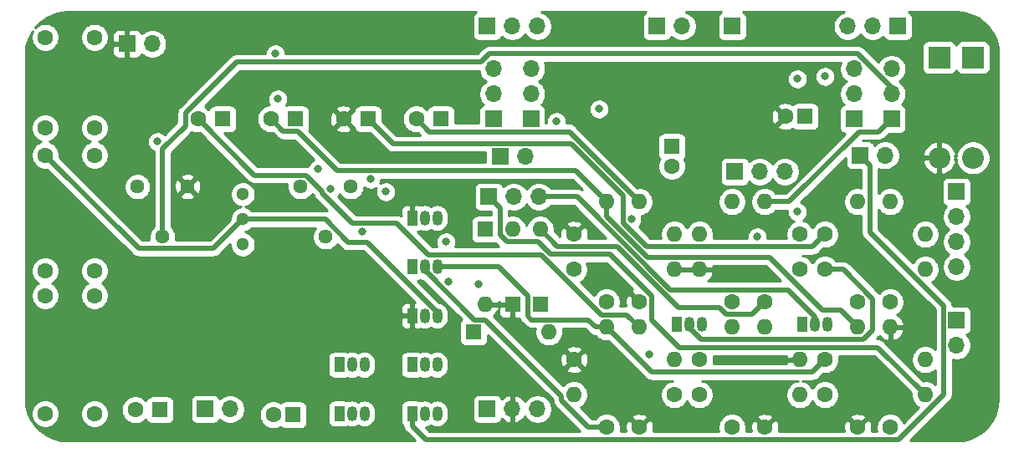
<source format=gbr>
G04 #@! TF.GenerationSoftware,KiCad,Pcbnew,(5.1.7)-1*
G04 #@! TF.CreationDate,2021-07-20T20:01:57-05:00*
G04 #@! TF.ProjectId,GuitarBoard,47756974-6172-4426-9f61-72642e6b6963,rev?*
G04 #@! TF.SameCoordinates,Original*
G04 #@! TF.FileFunction,Copper,L2,Inr*
G04 #@! TF.FilePolarity,Positive*
%FSLAX46Y46*%
G04 Gerber Fmt 4.6, Leading zero omitted, Abs format (unit mm)*
G04 Created by KiCad (PCBNEW (5.1.7)-1) date 2021-07-20 20:01:57*
%MOMM*%
%LPD*%
G01*
G04 APERTURE LIST*
G04 #@! TA.AperFunction,ComponentPad*
%ADD10C,1.440000*%
G04 #@! TD*
G04 #@! TA.AperFunction,ComponentPad*
%ADD11R,1.700000X1.700000*%
G04 #@! TD*
G04 #@! TA.AperFunction,ComponentPad*
%ADD12O,1.700000X1.700000*%
G04 #@! TD*
G04 #@! TA.AperFunction,ComponentPad*
%ADD13C,1.600000*%
G04 #@! TD*
G04 #@! TA.AperFunction,ComponentPad*
%ADD14R,2.200000X2.200000*%
G04 #@! TD*
G04 #@! TA.AperFunction,ComponentPad*
%ADD15O,2.200000X2.200000*%
G04 #@! TD*
G04 #@! TA.AperFunction,ComponentPad*
%ADD16R,1.600000X1.600000*%
G04 #@! TD*
G04 #@! TA.AperFunction,ComponentPad*
%ADD17O,1.600000X1.600000*%
G04 #@! TD*
G04 #@! TA.AperFunction,ComponentPad*
%ADD18O,1.050000X1.500000*%
G04 #@! TD*
G04 #@! TA.AperFunction,ComponentPad*
%ADD19R,1.050000X1.500000*%
G04 #@! TD*
G04 #@! TA.AperFunction,ComponentPad*
%ADD20C,1.300000*%
G04 #@! TD*
G04 #@! TA.AperFunction,ViaPad*
%ADD21C,0.800000*%
G04 #@! TD*
G04 #@! TA.AperFunction,Conductor*
%ADD22C,0.500000*%
G04 #@! TD*
G04 #@! TA.AperFunction,Conductor*
%ADD23C,0.254000*%
G04 #@! TD*
G04 #@! TA.AperFunction,Conductor*
%ADD24C,0.100000*%
G04 #@! TD*
G04 APERTURE END LIST*
D10*
G04 #@! TO.N,Net-(C7-Pad2)*
G04 #@! TO.C,RV4*
X69088000Y-93472000D03*
G04 #@! TO.N,FXOutA*
X71628000Y-98552000D03*
G04 #@! TO.N,FXGND*
X74168000Y-93472000D03*
G04 #@! TD*
D11*
G04 #@! TO.N,Net-(BT1-Pad1)*
G04 #@! TO.C,BT1*
X152000000Y-107000000D03*
D12*
G04 #@! TO.N,GND*
X152000000Y-109540000D03*
G04 #@! TD*
D13*
G04 #@! TO.N,Net-(C1-Pad1)*
G04 #@! TO.C,C1*
X64770000Y-87522000D03*
G04 #@! TO.N,GND*
X59770000Y-87522000D03*
G04 #@! TD*
G04 #@! TO.N,Net-(C3-Pad2)*
G04 #@! TO.C,C3*
X59770000Y-78340000D03*
G04 #@! TO.N,Net-(C3-Pad1)*
X64770000Y-78340000D03*
G04 #@! TD*
G04 #@! TO.N,Net-(C7-Pad2)*
G04 #@! TO.C,C7*
X59770000Y-104502000D03*
G04 #@! TO.N,Net-(C7-Pad1)*
X64770000Y-104502000D03*
G04 #@! TD*
D14*
G04 #@! TO.N,9V*
G04 #@! TO.C,D1*
X153670000Y-80391000D03*
D15*
G04 #@! TO.N,Net-(BT1-Pad1)*
X153670000Y-90551000D03*
G04 #@! TD*
D16*
G04 #@! TO.N,FXGND*
G04 #@! TO.C,D2*
X107061000Y-105410000D03*
D17*
G04 #@! TO.N,Net-(C7-Pad2)*
X107061000Y-97790000D03*
G04 #@! TD*
G04 #@! TO.N,FXGND*
G04 #@! TO.C,D3*
X104267000Y-105410000D03*
D16*
G04 #@! TO.N,Net-(C7-Pad2)*
X104267000Y-97790000D03*
G04 #@! TD*
D12*
G04 #@! TO.N,GND*
G04 #@! TO.C,J1*
X124206000Y-77222000D03*
D11*
G04 #@! TO.N,Net-(J1-Pad1)*
X121666000Y-77222000D03*
G04 #@! TD*
G04 #@! TO.N,GND*
G04 #@! TO.C,J2*
X104500000Y-116000000D03*
D12*
G04 #@! TO.N,FXGND*
X107040000Y-116000000D03*
G04 #@! TO.N,Net-(C12-Pad1)*
X109580000Y-116000000D03*
G04 #@! TD*
D11*
G04 #@! TO.N,GND*
G04 #@! TO.C,J3*
X129286000Y-77222000D03*
G04 #@! TD*
G04 #@! TO.N,Net-(C14-Pad2)*
G04 #@! TO.C,J8*
X75946000Y-116000000D03*
D12*
G04 #@! TO.N,GND*
X78486000Y-116000000D03*
G04 #@! TD*
D11*
G04 #@! TO.N,GND*
G04 #@! TO.C,J9*
X152000000Y-93980000D03*
D12*
X152000000Y-96520000D03*
G04 #@! TO.N,Amp*
X152000000Y-99060000D03*
G04 #@! TO.N,9V*
X152000000Y-101600000D03*
G04 #@! TD*
D18*
G04 #@! TO.N,Net-(C3-Pad2)*
G04 #@! TO.C,Q1*
X98171000Y-96647000D03*
G04 #@! TO.N,Net-(C7-Pad1)*
X99441000Y-96647000D03*
D19*
G04 #@! TO.N,FXGND*
X96901000Y-96647000D03*
G04 #@! TD*
D13*
G04 #@! TO.N,Net-(C7-Pad1)*
G04 #@! TO.C,R3*
X123444000Y-114554000D03*
D17*
G04 #@! TO.N,Net-(C3-Pad2)*
X113284000Y-114554000D03*
G04 #@! TD*
G04 #@! TO.N,9V*
G04 #@! TO.C,R4*
X145288000Y-94996000D03*
D13*
G04 #@! TO.N,Net-(C7-Pad1)*
X145288000Y-105156000D03*
G04 #@! TD*
D12*
G04 #@! TO.N,Net-(J1-Pad1)*
G04 #@! TO.C,RV1*
X140970000Y-77222000D03*
G04 #@! TO.N,Pickups*
X143510000Y-77222000D03*
D11*
G04 #@! TO.N,GND*
X146050000Y-77222000D03*
G04 #@! TD*
G04 #@! TO.N,Net-(J1-Pad1)*
G04 #@! TO.C,RV2*
X104500000Y-77222000D03*
D12*
G04 #@! TO.N,Net-(C1-Pad1)*
X107040000Y-77222000D03*
G04 #@! TO.N,N/C*
X109580000Y-77222000D03*
G04 #@! TD*
D10*
G04 #@! TO.N,FXInA*
G04 #@! TO.C,RV3*
X90678000Y-93472000D03*
X88138000Y-98552000D03*
G04 #@! TO.N,Net-(C3-Pad1)*
X85598000Y-93472000D03*
G04 #@! TD*
D12*
G04 #@! TO.N,GND*
G04 #@! TO.C,SW1*
X70590000Y-79000000D03*
D11*
G04 #@! TO.N,FXGND*
X68050000Y-79000000D03*
G04 #@! TD*
D12*
G04 #@! TO.N,FXInA*
G04 #@! TO.C,SW2*
X141605000Y-81534000D03*
G04 #@! TO.N,Pickups*
X141605000Y-84074000D03*
D11*
G04 #@! TO.N,Net-(SW2-Pad1)*
X141605000Y-86614000D03*
G04 #@! TD*
G04 #@! TO.N,Net-(R12-Pad2)*
G04 #@! TO.C,SW3*
X145415000Y-86614000D03*
D12*
G04 #@! TO.N,FXOutA*
X145415000Y-84074000D03*
G04 #@! TO.N,Net-(SW2-Pad1)*
X145415000Y-81534000D03*
G04 #@! TD*
G04 #@! TO.N,FXInB*
G04 #@! TO.C,SW4*
X105135000Y-81534000D03*
G04 #@! TO.N,Net-(SW2-Pad1)*
X105135000Y-84074000D03*
D11*
G04 #@! TO.N,Amp*
X105135000Y-86614000D03*
G04 #@! TD*
G04 #@! TO.N,Net-(R14-Pad2)*
G04 #@! TO.C,SW5*
X108945000Y-86614000D03*
D12*
G04 #@! TO.N,FXOutB*
X108945000Y-84074000D03*
G04 #@! TO.N,Amp*
X108945000Y-81534000D03*
G04 #@! TD*
D16*
G04 #@! TO.N,Net-(C2-Pad1)*
G04 #@! TO.C,C2*
X99822000Y-86614000D03*
D13*
G04 #@! TO.N,Net-(C2-Pad2)*
X97322000Y-86614000D03*
G04 #@! TD*
G04 #@! TO.N,Net-(C4-Pad2)*
G04 #@! TO.C,C4*
X68874000Y-116078000D03*
D16*
G04 #@! TO.N,Net-(C2-Pad2)*
X71374000Y-116078000D03*
G04 #@! TD*
G04 #@! TO.N,Net-(C5-Pad1)*
G04 #@! TO.C,C5*
X77724000Y-86614000D03*
D13*
G04 #@! TO.N,Net-(C4-Pad2)*
X75224000Y-86614000D03*
G04 #@! TD*
G04 #@! TO.N,Net-(C5-Pad1)*
G04 #@! TO.C,C6*
X82590000Y-86614000D03*
D16*
G04 #@! TO.N,Freq*
X85090000Y-86614000D03*
G04 #@! TD*
D13*
G04 #@! TO.N,Net-(C8-Pad1)*
G04 #@! TO.C,C8*
X64770000Y-90278000D03*
G04 #@! TO.N,Freq*
X59770000Y-90278000D03*
G04 #@! TD*
G04 #@! TO.N,Net-(C9-Pad2)*
G04 #@! TO.C,C9*
X123190000Y-91408000D03*
D16*
G04 #@! TO.N,Net-(C9-Pad1)*
X123190000Y-89408000D03*
G04 #@! TD*
G04 #@! TO.N,Net-(C10-Pad1)*
G04 #@! TO.C,C10*
X84836000Y-116586000D03*
D13*
G04 #@! TO.N,FXOutB*
X82836000Y-116586000D03*
G04 #@! TD*
D16*
G04 #@! TO.N,Net-(C11-Pad1)*
G04 #@! TO.C,C11*
X92456000Y-86614000D03*
D13*
G04 #@! TO.N,FXGND*
X89956000Y-86614000D03*
G04 #@! TD*
G04 #@! TO.N,Pickups*
G04 #@! TO.C,C12*
X59770000Y-116478000D03*
G04 #@! TO.N,Net-(C12-Pad1)*
X64770000Y-116478000D03*
G04 #@! TD*
D16*
G04 #@! TO.N,9V*
G04 #@! TO.C,C13*
X136652000Y-86360000D03*
D13*
G04 #@! TO.N,FXGND*
X134652000Y-86360000D03*
G04 #@! TD*
G04 #@! TO.N,Amp*
G04 #@! TO.C,C14*
X64770000Y-102000000D03*
G04 #@! TO.N,Net-(C14-Pad2)*
X59770000Y-102000000D03*
G04 #@! TD*
D17*
G04 #@! TO.N,Net-(D5-Pad2)*
G04 #@! TO.C,D5*
X109855000Y-97790000D03*
D16*
G04 #@! TO.N,9V*
X109855000Y-105410000D03*
G04 #@! TD*
G04 #@! TO.N,Net-(D7-Pad1)*
G04 #@! TO.C,D7*
X103124000Y-108204000D03*
D17*
G04 #@! TO.N,Net-(D7-Pad2)*
X110744000Y-108204000D03*
G04 #@! TD*
D14*
G04 #@! TO.N,9V*
G04 #@! TO.C,D9*
X150241000Y-80391000D03*
D15*
G04 #@! TO.N,FXGND*
X150241000Y-90551000D03*
G04 #@! TD*
D18*
G04 #@! TO.N,Net-(C2-Pad1)*
G04 #@! TO.C,Q2*
X137668000Y-107442000D03*
G04 #@! TO.N,9V*
X138938000Y-107442000D03*
D19*
G04 #@! TO.N,Net-(Q2-Pad1)*
X136398000Y-107442000D03*
G04 #@! TD*
G04 #@! TO.N,N/C*
G04 #@! TO.C,Q3*
X89535000Y-116459000D03*
D18*
G04 #@! TO.N,Net-(D5-Pad2)*
X92075000Y-116459000D03*
G04 #@! TO.N,GND*
X90805000Y-116459000D03*
G04 #@! TD*
G04 #@! TO.N,Net-(D5-Pad2)*
G04 #@! TO.C,Q4*
X98171000Y-116459000D03*
G04 #@! TO.N,GND*
X99441000Y-116459000D03*
D19*
G04 #@! TO.N,Net-(D6-Pad1)*
X96901000Y-116459000D03*
G04 #@! TD*
G04 #@! TO.N,N/C*
G04 #@! TO.C,Q5*
X89535000Y-111506000D03*
D18*
G04 #@! TO.N,Net-(D7-Pad2)*
X92075000Y-111506000D03*
G04 #@! TO.N,GND*
X90805000Y-111506000D03*
G04 #@! TD*
G04 #@! TO.N,Net-(D7-Pad2)*
G04 #@! TO.C,Q6*
X98171000Y-111506000D03*
G04 #@! TO.N,GND*
X99441000Y-111506000D03*
D19*
G04 #@! TO.N,Net-(D8-Pad1)*
X96901000Y-111506000D03*
G04 #@! TD*
G04 #@! TO.N,FXGND*
G04 #@! TO.C,Q7*
X96901000Y-106553000D03*
D18*
G04 #@! TO.N,Freq*
X99441000Y-106553000D03*
G04 #@! TO.N,Net-(Q2-Pad1)*
X98171000Y-106553000D03*
G04 #@! TD*
D19*
G04 #@! TO.N,FXGND*
G04 #@! TO.C,Q8*
X123698000Y-107442000D03*
D18*
G04 #@! TO.N,Net-(C9-Pad2)*
X126238000Y-107442000D03*
G04 #@! TO.N,Net-(C8-Pad1)*
X124968000Y-107442000D03*
G04 #@! TD*
G04 #@! TO.N,Net-(C9-Pad1)*
G04 #@! TO.C,Q9*
X98171000Y-101600000D03*
G04 #@! TO.N,Net-(C10-Pad1)*
X99441000Y-101600000D03*
D19*
G04 #@! TO.N,Net-(Q9-Pad1)*
X96901000Y-101600000D03*
G04 #@! TD*
D13*
G04 #@! TO.N,Net-(Q2-Pad1)*
G04 #@! TO.C,R1*
X136144000Y-101854000D03*
D17*
G04 #@! TO.N,FXGND*
X125984000Y-101854000D03*
G04 #@! TD*
G04 #@! TO.N,Net-(C2-Pad2)*
G04 #@! TO.C,R2*
X119888000Y-94996000D03*
D13*
G04 #@! TO.N,FXGND*
X119888000Y-105156000D03*
G04 #@! TD*
D17*
G04 #@! TO.N,Net-(C4-Pad2)*
G04 #@! TO.C,R5*
X132588000Y-107696000D03*
D13*
G04 #@! TO.N,FXGND*
X132588000Y-117856000D03*
G04 #@! TD*
D17*
G04 #@! TO.N,Freq*
G04 #@! TO.C,R6*
X125984000Y-98298000D03*
D13*
G04 #@! TO.N,9V*
X136144000Y-98298000D03*
G04 #@! TD*
G04 #@! TO.N,Freq*
G04 #@! TO.C,R7*
X138684000Y-114554000D03*
D17*
G04 #@! TO.N,Net-(R7-Pad2)*
X148844000Y-114554000D03*
G04 #@! TD*
D13*
G04 #@! TO.N,FXGND*
G04 #@! TO.C,R8*
X119888000Y-117856000D03*
D17*
G04 #@! TO.N,Net-(C4-Pad2)*
X119888000Y-107696000D03*
G04 #@! TD*
G04 #@! TO.N,Net-(C5-Pad1)*
G04 #@! TO.C,R9*
X141986000Y-107696000D03*
D13*
G04 #@! TO.N,FXGND*
X141986000Y-117856000D03*
G04 #@! TD*
G04 #@! TO.N,Net-(C8-Pad1)*
G04 #@! TO.C,R11*
X116586000Y-105156000D03*
D17*
G04 #@! TO.N,Net-(C5-Pad1)*
X116586000Y-94996000D03*
G04 #@! TD*
D13*
G04 #@! TO.N,Net-(D5-Pad2)*
G04 #@! TO.C,R12*
X132588000Y-105156000D03*
D17*
G04 #@! TO.N,Net-(R12-Pad2)*
X132588000Y-94996000D03*
G04 #@! TD*
D13*
G04 #@! TO.N,Net-(D6-Pad2)*
G04 #@! TO.C,R13*
X141986000Y-105156000D03*
D17*
G04 #@! TO.N,9V*
X141986000Y-94996000D03*
G04 #@! TD*
G04 #@! TO.N,Net-(R14-Pad2)*
G04 #@! TO.C,R14*
X129286000Y-94996000D03*
D13*
G04 #@! TO.N,Net-(D7-Pad2)*
X129286000Y-105156000D03*
G04 #@! TD*
D17*
G04 #@! TO.N,Net-(D7-Pad1)*
G04 #@! TO.C,R15*
X129286000Y-107696000D03*
D13*
G04 #@! TO.N,Net-(D8-Pad2)*
X129286000Y-117856000D03*
G04 #@! TD*
G04 #@! TO.N,FXGND*
G04 #@! TO.C,R16*
X113284000Y-98298000D03*
D17*
G04 #@! TO.N,FXInB*
X123444000Y-98298000D03*
G04 #@! TD*
D13*
G04 #@! TO.N,Net-(C8-Pad1)*
G04 #@! TO.C,R17*
X138684000Y-101854000D03*
D17*
G04 #@! TO.N,9V*
X148844000Y-101854000D03*
G04 #@! TD*
D13*
G04 #@! TO.N,FXGND*
G04 #@! TO.C,R18*
X113284000Y-110998000D03*
D17*
G04 #@! TO.N,Net-(R18-Pad2)*
X123444000Y-110998000D03*
G04 #@! TD*
G04 #@! TO.N,Net-(C9-Pad2)*
G04 #@! TO.C,R19*
X136144000Y-114554000D03*
D13*
G04 #@! TO.N,FXInB*
X125984000Y-114554000D03*
G04 #@! TD*
G04 #@! TO.N,Net-(C9-Pad2)*
G04 #@! TO.C,R20*
X145288000Y-117856000D03*
D17*
G04 #@! TO.N,FXGND*
X145288000Y-107696000D03*
G04 #@! TD*
G04 #@! TO.N,Net-(C10-Pad1)*
G04 #@! TO.C,R21*
X116586000Y-107696000D03*
D13*
G04 #@! TO.N,Net-(C9-Pad1)*
X116586000Y-117856000D03*
G04 #@! TD*
D17*
G04 #@! TO.N,9V*
G04 #@! TO.C,R22*
X148844000Y-98298000D03*
D13*
G04 #@! TO.N,Net-(C11-Pad1)*
X138684000Y-98298000D03*
G04 #@! TD*
G04 #@! TO.N,Net-(C10-Pad1)*
G04 #@! TO.C,R23*
X138684000Y-110998000D03*
D17*
G04 #@! TO.N,Net-(C11-Pad1)*
X148844000Y-110998000D03*
G04 #@! TD*
G04 #@! TO.N,FXGND*
G04 #@! TO.C,R24*
X123444000Y-101854000D03*
D13*
G04 #@! TO.N,Net-(Q9-Pad1)*
X113284000Y-101854000D03*
G04 #@! TD*
D17*
G04 #@! TO.N,FXGND*
G04 #@! TO.C,R25*
X136144000Y-110998000D03*
D13*
G04 #@! TO.N,FXOutB*
X125984000Y-110998000D03*
G04 #@! TD*
D12*
G04 #@! TO.N,Net-(C2-Pad1)*
G04 #@! TO.C,RV5*
X109728000Y-94488000D03*
X107188000Y-94488000D03*
D11*
G04 #@! TO.N,Net-(R7-Pad2)*
X104648000Y-94488000D03*
G04 #@! TD*
G04 #@! TO.N,Net-(R18-Pad2)*
G04 #@! TO.C,RV6*
X129540000Y-91948000D03*
D12*
X132080000Y-91948000D03*
G04 #@! TO.N,Net-(C8-Pad1)*
X134620000Y-91948000D03*
G04 #@! TD*
D11*
G04 #@! TO.N,Net-(D6-Pad1)*
G04 #@! TO.C,D6*
X142240000Y-90297000D03*
D12*
G04 #@! TO.N,Net-(D6-Pad2)*
X144780000Y-90297000D03*
G04 #@! TD*
G04 #@! TO.N,Net-(D8-Pad2)*
G04 #@! TO.C,D8*
X108331000Y-90424000D03*
D11*
G04 #@! TO.N,Net-(D8-Pad1)*
X105791000Y-90424000D03*
G04 #@! TD*
D20*
G04 #@! TO.N,Freq*
G04 #@! TO.C,SW6*
X79756000Y-96774000D03*
G04 #@! TO.N,Net-(D7-Pad1)*
X79756000Y-99314000D03*
G04 #@! TO.N,9V*
X79756000Y-94234000D03*
G04 #@! TD*
D21*
G04 #@! TO.N,Net-(C2-Pad2)*
X92710000Y-92710000D03*
G04 #@! TO.N,Net-(C7-Pad2)*
X91860000Y-98044000D03*
G04 #@! TO.N,Net-(C7-Pad1)*
X87376000Y-91694000D03*
G04 #@! TO.N,Net-(C8-Pad1)*
X115824000Y-85598000D03*
G04 #@! TO.N,FXGND*
X119380000Y-86868000D03*
X112014000Y-93218000D03*
G04 #@! TO.N,9V*
X83312000Y-84582000D03*
G04 #@! TO.N,Pickups*
X83058000Y-80010000D03*
G04 #@! TO.N,Amp*
X135890000Y-82550000D03*
X88646000Y-93726000D03*
G04 #@! TO.N,FXInA*
X111506000Y-86868000D03*
G04 #@! TO.N,FXOutB*
X94234000Y-93980000D03*
X135890000Y-96012000D03*
G04 #@! TO.N,FXInB*
X119126000Y-96774000D03*
G04 #@! TO.N,Net-(SW2-Pad1)*
X138684000Y-82296000D03*
G04 #@! TO.N,Net-(C4-Pad2)*
X71120000Y-88900000D03*
G04 #@! TO.N,Freq*
X131826000Y-98552000D03*
X103632000Y-103378000D03*
G04 #@! TO.N,Net-(D7-Pad1)*
X120904000Y-110490000D03*
G04 #@! TO.N,Net-(D8-Pad1)*
X100584000Y-103124000D03*
G04 #@! TO.N,Net-(Q9-Pad1)*
X100330000Y-99060000D03*
G04 #@! TD*
D22*
G04 #@! TO.N,Net-(C2-Pad2)*
X112806001Y-87914001D02*
X119888000Y-94996000D01*
X98622001Y-87914001D02*
X112806001Y-87914001D01*
X97322000Y-86614000D02*
X98622001Y-87914001D01*
G04 #@! TO.N,Net-(C8-Pad1)*
X140534002Y-101854000D02*
X138684000Y-101854000D01*
X143510000Y-104829998D02*
X140534002Y-101854000D01*
X143510000Y-108022002D02*
X143510000Y-104829998D01*
X142586001Y-108946001D02*
X143510000Y-108022002D01*
X126138129Y-108946001D02*
X142586001Y-108946001D01*
X124968000Y-107775872D02*
X126138129Y-108946001D01*
X124968000Y-107442000D02*
X124968000Y-107775872D01*
G04 #@! TO.N,FXOutA*
X103884997Y-80860001D02*
X104734998Y-80010000D01*
X73973999Y-86013999D02*
X79127997Y-80860001D01*
X79127997Y-80860001D02*
X103884997Y-80860001D01*
X71628000Y-89650002D02*
X73973999Y-87304003D01*
X73973999Y-87304003D02*
X73973999Y-86013999D01*
X71628000Y-98552000D02*
X71628000Y-89650002D01*
X145415000Y-83419998D02*
X145415000Y-84074000D01*
X142005002Y-80010000D02*
X145415000Y-83419998D01*
X104734998Y-80010000D02*
X142005002Y-80010000D01*
G04 #@! TO.N,Net-(C2-Pad1)*
X137668000Y-106626998D02*
X137668000Y-107442000D01*
X134947001Y-103905999D02*
X137668000Y-106626998D01*
X123020072Y-103905999D02*
X134947001Y-103905999D01*
X113602073Y-94488000D02*
X123020072Y-103905999D01*
X109728000Y-94488000D02*
X113602073Y-94488000D01*
G04 #@! TO.N,Net-(C4-Pad2)*
X118637999Y-106445999D02*
X119888000Y-107696000D01*
X116025997Y-106445999D02*
X118637999Y-106445999D01*
X98568988Y-100399990D02*
X109979988Y-100399990D01*
X90855997Y-97193999D02*
X95362997Y-97193999D01*
X87795999Y-93938397D02*
X87795999Y-94134001D01*
X87795999Y-94134001D02*
X90855997Y-97193999D01*
X86159601Y-92301999D02*
X87795999Y-93938397D01*
X95362997Y-97193999D02*
X98568988Y-100399990D01*
X80911999Y-92301999D02*
X86159601Y-92301999D01*
X109979988Y-100399990D02*
X116025997Y-106445999D01*
X75224000Y-86614000D02*
X80911999Y-92301999D01*
G04 #@! TO.N,Net-(C5-Pad1)*
X83840001Y-87864001D02*
X82590000Y-86614000D01*
X85324001Y-87864001D02*
X83840001Y-87864001D01*
X89319999Y-91859999D02*
X85324001Y-87864001D01*
X113449999Y-91859999D02*
X89319999Y-91859999D01*
X116586000Y-94996000D02*
X113449999Y-91859999D01*
X140280002Y-105990002D02*
X141986000Y-107696000D01*
X138430000Y-105990002D02*
X140280002Y-105990002D01*
X133043997Y-100603999D02*
X138430000Y-105990002D01*
X120708035Y-100603999D02*
X133043997Y-100603999D01*
X116586000Y-96481964D02*
X120708035Y-100603999D01*
X116586000Y-94996000D02*
X116586000Y-96481964D01*
G04 #@! TO.N,Freq*
X88091602Y-96774000D02*
X79756000Y-96774000D01*
X90431203Y-99113601D02*
X88091602Y-96774000D01*
X92335473Y-99113601D02*
X90431203Y-99113601D01*
X99441000Y-106219128D02*
X92335473Y-99113601D01*
X99441000Y-106553000D02*
X99441000Y-106219128D01*
X76807999Y-99722001D02*
X79756000Y-96774000D01*
X69214001Y-99722001D02*
X76807999Y-99722001D01*
X59770000Y-90278000D02*
X69214001Y-99722001D01*
G04 #@! TO.N,Net-(C9-Pad1)*
X112033999Y-115154001D02*
X114735998Y-117856000D01*
X103191127Y-106953999D02*
X104284001Y-106953999D01*
X114735998Y-117856000D02*
X116586000Y-117856000D01*
X98171000Y-101933872D02*
X103191127Y-106953999D01*
X112033999Y-114703997D02*
X112033999Y-115154001D01*
X104284001Y-106953999D02*
X112033999Y-114703997D01*
X98171000Y-101600000D02*
X98171000Y-101933872D01*
G04 #@! TO.N,Net-(C10-Pad1)*
X121138001Y-112248001D02*
X116586000Y-107696000D01*
X137433999Y-112248001D02*
X121138001Y-112248001D01*
X138684000Y-110998000D02*
X137433999Y-112248001D01*
X115454630Y-107696000D02*
X116586000Y-107696000D01*
X114712629Y-106953999D02*
X115454630Y-107696000D01*
X108988997Y-106953999D02*
X114712629Y-106953999D01*
X108604999Y-106570001D02*
X108988997Y-106953999D01*
X108604999Y-104543997D02*
X108604999Y-106570001D01*
X105661002Y-101600000D02*
X108604999Y-104543997D01*
X99441000Y-101600000D02*
X105661002Y-101600000D01*
G04 #@! TO.N,Net-(C11-Pad1)*
X137433999Y-99548001D02*
X138684000Y-98298000D01*
X120641999Y-99548001D02*
X137433999Y-99548001D01*
X118275999Y-97182001D02*
X120641999Y-99548001D01*
X118275999Y-94373961D02*
X118275999Y-97182001D01*
X113026037Y-89123999D02*
X118275999Y-94373961D01*
X94965999Y-89123999D02*
X113026037Y-89123999D01*
X92456000Y-86614000D02*
X94965999Y-89123999D01*
G04 #@! TO.N,Net-(D5-Pad2)*
X131337999Y-106406001D02*
X132588000Y-105156000D01*
X128685999Y-106406001D02*
X131337999Y-106406001D01*
X123880112Y-105756001D02*
X128035999Y-105756001D01*
X117672112Y-99548001D02*
X123880112Y-105756001D01*
X111613001Y-99548001D02*
X117672112Y-99548001D01*
X128035999Y-105756001D02*
X128685999Y-106406001D01*
X109855000Y-97790000D02*
X111613001Y-99548001D01*
G04 #@! TO.N,Net-(D6-Pad1)*
X143236001Y-91293001D02*
X142240000Y-90297000D01*
X143236001Y-98096003D02*
X143236001Y-91293001D01*
X150699999Y-105560001D02*
X143236001Y-98096003D01*
X150699999Y-114548003D02*
X150699999Y-105560001D01*
X146142001Y-119106001D02*
X150699999Y-114548003D01*
X98298001Y-119106001D02*
X146142001Y-119106001D01*
X96901000Y-117709000D02*
X98298001Y-119106001D01*
X96901000Y-116459000D02*
X96901000Y-117709000D01*
G04 #@! TO.N,Net-(R7-Pad2)*
X105810999Y-95650999D02*
X104648000Y-94488000D01*
X105810999Y-98390001D02*
X105810999Y-95650999D01*
X106460999Y-99040001D02*
X105810999Y-98390001D01*
X109609961Y-99040001D02*
X106460999Y-99040001D01*
X110899960Y-100330000D02*
X109609961Y-99040001D01*
X121138001Y-106967003D02*
X121138001Y-104555999D01*
X123918997Y-109747999D02*
X121138001Y-106967003D01*
X121138001Y-104555999D02*
X116912002Y-100330000D01*
X144037999Y-109747999D02*
X123918997Y-109747999D01*
X116912002Y-100330000D02*
X110899960Y-100330000D01*
X148844000Y-114554000D02*
X144037999Y-109747999D01*
G04 #@! TO.N,Net-(R12-Pad2)*
X144114999Y-87914001D02*
X145415000Y-86614000D01*
X142112997Y-87914001D02*
X144114999Y-87914001D01*
X135030998Y-94996000D02*
X142112997Y-87914001D01*
X132588000Y-94996000D02*
X135030998Y-94996000D01*
G04 #@! TD*
D23*
G04 #@! TO.N,FXGND*
X103295506Y-75841463D02*
X103198815Y-75920815D01*
X103119463Y-76017506D01*
X103060498Y-76127820D01*
X103024188Y-76247518D01*
X103011928Y-76372000D01*
X103011928Y-78072000D01*
X103024188Y-78196482D01*
X103060498Y-78316180D01*
X103119463Y-78426494D01*
X103198815Y-78523185D01*
X103295506Y-78602537D01*
X103405820Y-78661502D01*
X103525518Y-78697812D01*
X103650000Y-78710072D01*
X105350000Y-78710072D01*
X105474482Y-78697812D01*
X105594180Y-78661502D01*
X105704494Y-78602537D01*
X105801185Y-78523185D01*
X105880537Y-78426494D01*
X105939502Y-78316180D01*
X105961513Y-78243620D01*
X106093368Y-78375475D01*
X106336589Y-78537990D01*
X106606842Y-78649932D01*
X106893740Y-78707000D01*
X107186260Y-78707000D01*
X107473158Y-78649932D01*
X107743411Y-78537990D01*
X107986632Y-78375475D01*
X108193475Y-78168632D01*
X108310000Y-77994240D01*
X108426525Y-78168632D01*
X108633368Y-78375475D01*
X108876589Y-78537990D01*
X109146842Y-78649932D01*
X109433740Y-78707000D01*
X109726260Y-78707000D01*
X110013158Y-78649932D01*
X110283411Y-78537990D01*
X110526632Y-78375475D01*
X110733475Y-78168632D01*
X110895990Y-77925411D01*
X111007932Y-77655158D01*
X111065000Y-77368260D01*
X111065000Y-77075740D01*
X111007932Y-76788842D01*
X110895990Y-76518589D01*
X110733475Y-76275368D01*
X110526632Y-76068525D01*
X110283411Y-75906010D01*
X110013158Y-75794068D01*
X109967570Y-75785000D01*
X120567139Y-75785000D01*
X120461506Y-75841463D01*
X120364815Y-75920815D01*
X120285463Y-76017506D01*
X120226498Y-76127820D01*
X120190188Y-76247518D01*
X120177928Y-76372000D01*
X120177928Y-78072000D01*
X120190188Y-78196482D01*
X120226498Y-78316180D01*
X120285463Y-78426494D01*
X120364815Y-78523185D01*
X120461506Y-78602537D01*
X120571820Y-78661502D01*
X120691518Y-78697812D01*
X120816000Y-78710072D01*
X122516000Y-78710072D01*
X122640482Y-78697812D01*
X122760180Y-78661502D01*
X122870494Y-78602537D01*
X122967185Y-78523185D01*
X123046537Y-78426494D01*
X123105502Y-78316180D01*
X123127513Y-78243620D01*
X123259368Y-78375475D01*
X123502589Y-78537990D01*
X123772842Y-78649932D01*
X124059740Y-78707000D01*
X124352260Y-78707000D01*
X124639158Y-78649932D01*
X124909411Y-78537990D01*
X125152632Y-78375475D01*
X125359475Y-78168632D01*
X125521990Y-77925411D01*
X125633932Y-77655158D01*
X125691000Y-77368260D01*
X125691000Y-77075740D01*
X125633932Y-76788842D01*
X125521990Y-76518589D01*
X125359475Y-76275368D01*
X125152632Y-76068525D01*
X124909411Y-75906010D01*
X124639158Y-75794068D01*
X124593570Y-75785000D01*
X128187139Y-75785000D01*
X128081506Y-75841463D01*
X127984815Y-75920815D01*
X127905463Y-76017506D01*
X127846498Y-76127820D01*
X127810188Y-76247518D01*
X127797928Y-76372000D01*
X127797928Y-78072000D01*
X127810188Y-78196482D01*
X127846498Y-78316180D01*
X127905463Y-78426494D01*
X127984815Y-78523185D01*
X128081506Y-78602537D01*
X128191820Y-78661502D01*
X128311518Y-78697812D01*
X128436000Y-78710072D01*
X130136000Y-78710072D01*
X130260482Y-78697812D01*
X130380180Y-78661502D01*
X130490494Y-78602537D01*
X130587185Y-78523185D01*
X130666537Y-78426494D01*
X130725502Y-78316180D01*
X130761812Y-78196482D01*
X130774072Y-78072000D01*
X130774072Y-76372000D01*
X130761812Y-76247518D01*
X130725502Y-76127820D01*
X130666537Y-76017506D01*
X130587185Y-75920815D01*
X130490494Y-75841463D01*
X130384861Y-75785000D01*
X140582430Y-75785000D01*
X140536842Y-75794068D01*
X140266589Y-75906010D01*
X140023368Y-76068525D01*
X139816525Y-76275368D01*
X139654010Y-76518589D01*
X139542068Y-76788842D01*
X139485000Y-77075740D01*
X139485000Y-77368260D01*
X139542068Y-77655158D01*
X139654010Y-77925411D01*
X139816525Y-78168632D01*
X140023368Y-78375475D01*
X140266589Y-78537990D01*
X140536842Y-78649932D01*
X140823740Y-78707000D01*
X141116260Y-78707000D01*
X141403158Y-78649932D01*
X141673411Y-78537990D01*
X141916632Y-78375475D01*
X142123475Y-78168632D01*
X142240000Y-77994240D01*
X142356525Y-78168632D01*
X142563368Y-78375475D01*
X142806589Y-78537990D01*
X143076842Y-78649932D01*
X143363740Y-78707000D01*
X143656260Y-78707000D01*
X143943158Y-78649932D01*
X144213411Y-78537990D01*
X144456632Y-78375475D01*
X144588487Y-78243620D01*
X144610498Y-78316180D01*
X144669463Y-78426494D01*
X144748815Y-78523185D01*
X144845506Y-78602537D01*
X144955820Y-78661502D01*
X145075518Y-78697812D01*
X145200000Y-78710072D01*
X146900000Y-78710072D01*
X147024482Y-78697812D01*
X147144180Y-78661502D01*
X147254494Y-78602537D01*
X147351185Y-78523185D01*
X147430537Y-78426494D01*
X147489502Y-78316180D01*
X147525812Y-78196482D01*
X147538072Y-78072000D01*
X147538072Y-76372000D01*
X147525812Y-76247518D01*
X147489502Y-76127820D01*
X147430537Y-76017506D01*
X147351185Y-75920815D01*
X147254494Y-75841463D01*
X147148861Y-75785000D01*
X151965042Y-75785000D01*
X152745857Y-75854686D01*
X153468144Y-76052281D01*
X154144017Y-76374656D01*
X154752127Y-76811626D01*
X155273247Y-77349380D01*
X155690897Y-77970909D01*
X155991887Y-78656583D01*
X156168146Y-79390752D01*
X156215000Y-80028786D01*
X156215001Y-114965031D01*
X156145314Y-115745857D01*
X155947718Y-116468148D01*
X155625345Y-117144017D01*
X155188371Y-117752130D01*
X154650620Y-118273247D01*
X154029091Y-118690897D01*
X153343414Y-118991888D01*
X152609248Y-119168146D01*
X151971214Y-119215000D01*
X147284580Y-119215000D01*
X151295049Y-115204531D01*
X151328816Y-115176820D01*
X151373713Y-115122114D01*
X151439410Y-115042062D01*
X151521588Y-114888317D01*
X151572194Y-114721493D01*
X151573917Y-114703996D01*
X151584999Y-114591480D01*
X151584999Y-114591472D01*
X151589280Y-114548003D01*
X151584999Y-114504534D01*
X151584999Y-110971544D01*
X151853740Y-111025000D01*
X152146260Y-111025000D01*
X152433158Y-110967932D01*
X152703411Y-110855990D01*
X152946632Y-110693475D01*
X153153475Y-110486632D01*
X153315990Y-110243411D01*
X153427932Y-109973158D01*
X153485000Y-109686260D01*
X153485000Y-109393740D01*
X153427932Y-109106842D01*
X153315990Y-108836589D01*
X153153475Y-108593368D01*
X153021620Y-108461513D01*
X153094180Y-108439502D01*
X153204494Y-108380537D01*
X153301185Y-108301185D01*
X153380537Y-108204494D01*
X153439502Y-108094180D01*
X153475812Y-107974482D01*
X153488072Y-107850000D01*
X153488072Y-106150000D01*
X153475812Y-106025518D01*
X153439502Y-105905820D01*
X153380537Y-105795506D01*
X153301185Y-105698815D01*
X153204494Y-105619463D01*
X153094180Y-105560498D01*
X152974482Y-105524188D01*
X152850000Y-105511928D01*
X151584546Y-105511928D01*
X151572194Y-105386511D01*
X151521588Y-105219688D01*
X151439410Y-105065942D01*
X151388155Y-105003488D01*
X151356531Y-104964954D01*
X151356529Y-104964952D01*
X151328816Y-104931184D01*
X151295048Y-104903471D01*
X149519152Y-103127575D01*
X149523727Y-103125680D01*
X149758759Y-102968637D01*
X149958637Y-102768759D01*
X150115680Y-102533727D01*
X150223853Y-102272574D01*
X150279000Y-101995335D01*
X150279000Y-101712665D01*
X150223853Y-101435426D01*
X150115680Y-101174273D01*
X149958637Y-100939241D01*
X149758759Y-100739363D01*
X149523727Y-100582320D01*
X149262574Y-100474147D01*
X148985335Y-100419000D01*
X148702665Y-100419000D01*
X148425426Y-100474147D01*
X148164273Y-100582320D01*
X147929241Y-100739363D01*
X147729363Y-100939241D01*
X147572320Y-101174273D01*
X147570425Y-101178848D01*
X144548242Y-98156665D01*
X147409000Y-98156665D01*
X147409000Y-98439335D01*
X147464147Y-98716574D01*
X147572320Y-98977727D01*
X147729363Y-99212759D01*
X147929241Y-99412637D01*
X148164273Y-99569680D01*
X148425426Y-99677853D01*
X148702665Y-99733000D01*
X148985335Y-99733000D01*
X149262574Y-99677853D01*
X149523727Y-99569680D01*
X149758759Y-99412637D01*
X149958637Y-99212759D01*
X150115680Y-98977727D01*
X150223853Y-98716574D01*
X150279000Y-98439335D01*
X150279000Y-98156665D01*
X150223853Y-97879426D01*
X150115680Y-97618273D01*
X149958637Y-97383241D01*
X149758759Y-97183363D01*
X149523727Y-97026320D01*
X149262574Y-96918147D01*
X148985335Y-96863000D01*
X148702665Y-96863000D01*
X148425426Y-96918147D01*
X148164273Y-97026320D01*
X147929241Y-97183363D01*
X147729363Y-97383241D01*
X147572320Y-97618273D01*
X147464147Y-97879426D01*
X147409000Y-98156665D01*
X144548242Y-98156665D01*
X144121001Y-97729425D01*
X144121001Y-95832394D01*
X144173363Y-95910759D01*
X144373241Y-96110637D01*
X144608273Y-96267680D01*
X144869426Y-96375853D01*
X145146665Y-96431000D01*
X145429335Y-96431000D01*
X145706574Y-96375853D01*
X145967727Y-96267680D01*
X146202759Y-96110637D01*
X146402637Y-95910759D01*
X146559680Y-95675727D01*
X146667853Y-95414574D01*
X146723000Y-95137335D01*
X146723000Y-94854665D01*
X146667853Y-94577426D01*
X146559680Y-94316273D01*
X146402637Y-94081241D01*
X146202759Y-93881363D01*
X145967727Y-93724320D01*
X145706574Y-93616147D01*
X145429335Y-93561000D01*
X145146665Y-93561000D01*
X144869426Y-93616147D01*
X144608273Y-93724320D01*
X144373241Y-93881363D01*
X144173363Y-94081241D01*
X144121001Y-94159606D01*
X144121001Y-93130000D01*
X150511928Y-93130000D01*
X150511928Y-94830000D01*
X150524188Y-94954482D01*
X150560498Y-95074180D01*
X150619463Y-95184494D01*
X150698815Y-95281185D01*
X150795506Y-95360537D01*
X150905820Y-95419502D01*
X150978380Y-95441513D01*
X150846525Y-95573368D01*
X150684010Y-95816589D01*
X150572068Y-96086842D01*
X150515000Y-96373740D01*
X150515000Y-96666260D01*
X150572068Y-96953158D01*
X150684010Y-97223411D01*
X150846525Y-97466632D01*
X151053368Y-97673475D01*
X151227760Y-97790000D01*
X151053368Y-97906525D01*
X150846525Y-98113368D01*
X150684010Y-98356589D01*
X150572068Y-98626842D01*
X150515000Y-98913740D01*
X150515000Y-99206260D01*
X150572068Y-99493158D01*
X150684010Y-99763411D01*
X150846525Y-100006632D01*
X151053368Y-100213475D01*
X151227760Y-100330000D01*
X151053368Y-100446525D01*
X150846525Y-100653368D01*
X150684010Y-100896589D01*
X150572068Y-101166842D01*
X150515000Y-101453740D01*
X150515000Y-101746260D01*
X150572068Y-102033158D01*
X150684010Y-102303411D01*
X150846525Y-102546632D01*
X151053368Y-102753475D01*
X151296589Y-102915990D01*
X151566842Y-103027932D01*
X151853740Y-103085000D01*
X152146260Y-103085000D01*
X152433158Y-103027932D01*
X152703411Y-102915990D01*
X152946632Y-102753475D01*
X153153475Y-102546632D01*
X153315990Y-102303411D01*
X153427932Y-102033158D01*
X153485000Y-101746260D01*
X153485000Y-101453740D01*
X153427932Y-101166842D01*
X153315990Y-100896589D01*
X153153475Y-100653368D01*
X152946632Y-100446525D01*
X152772240Y-100330000D01*
X152946632Y-100213475D01*
X153153475Y-100006632D01*
X153315990Y-99763411D01*
X153427932Y-99493158D01*
X153485000Y-99206260D01*
X153485000Y-98913740D01*
X153427932Y-98626842D01*
X153315990Y-98356589D01*
X153153475Y-98113368D01*
X152946632Y-97906525D01*
X152772240Y-97790000D01*
X152946632Y-97673475D01*
X153153475Y-97466632D01*
X153315990Y-97223411D01*
X153427932Y-96953158D01*
X153485000Y-96666260D01*
X153485000Y-96373740D01*
X153427932Y-96086842D01*
X153315990Y-95816589D01*
X153153475Y-95573368D01*
X153021620Y-95441513D01*
X153094180Y-95419502D01*
X153204494Y-95360537D01*
X153301185Y-95281185D01*
X153380537Y-95184494D01*
X153439502Y-95074180D01*
X153475812Y-94954482D01*
X153488072Y-94830000D01*
X153488072Y-93130000D01*
X153475812Y-93005518D01*
X153439502Y-92885820D01*
X153380537Y-92775506D01*
X153301185Y-92678815D01*
X153204494Y-92599463D01*
X153094180Y-92540498D01*
X152974482Y-92504188D01*
X152850000Y-92491928D01*
X151150000Y-92491928D01*
X151025518Y-92504188D01*
X150905820Y-92540498D01*
X150795506Y-92599463D01*
X150698815Y-92678815D01*
X150619463Y-92775506D01*
X150560498Y-92885820D01*
X150524188Y-93005518D01*
X150511928Y-93130000D01*
X144121001Y-93130000D01*
X144121001Y-91631386D01*
X144346842Y-91724932D01*
X144633740Y-91782000D01*
X144926260Y-91782000D01*
X145213158Y-91724932D01*
X145483411Y-91612990D01*
X145726632Y-91450475D01*
X145933475Y-91243632D01*
X146095990Y-91000411D01*
X146118062Y-90947123D01*
X148551821Y-90947123D01*
X148661558Y-91269054D01*
X148831992Y-91563391D01*
X149056573Y-91818822D01*
X149326671Y-92025531D01*
X149631906Y-92175575D01*
X149844878Y-92240175D01*
X150114000Y-92122125D01*
X150114000Y-90678000D01*
X148669400Y-90678000D01*
X148551821Y-90947123D01*
X146118062Y-90947123D01*
X146207932Y-90730158D01*
X146265000Y-90443260D01*
X146265000Y-90154877D01*
X148551821Y-90154877D01*
X148669400Y-90424000D01*
X150114000Y-90424000D01*
X150114000Y-88979875D01*
X150368000Y-88979875D01*
X150368000Y-90424000D01*
X150388000Y-90424000D01*
X150388000Y-90678000D01*
X150368000Y-90678000D01*
X150368000Y-92122125D01*
X150637122Y-92240175D01*
X150850094Y-92175575D01*
X151155329Y-92025531D01*
X151425427Y-91818822D01*
X151650008Y-91563391D01*
X151820442Y-91269054D01*
X151930179Y-90947123D01*
X151812601Y-90678002D01*
X151935000Y-90678002D01*
X151935000Y-90721883D01*
X152001675Y-91057081D01*
X152132463Y-91372831D01*
X152322337Y-91656998D01*
X152564002Y-91898663D01*
X152848169Y-92088537D01*
X153163919Y-92219325D01*
X153499117Y-92286000D01*
X153840883Y-92286000D01*
X154176081Y-92219325D01*
X154491831Y-92088537D01*
X154775998Y-91898663D01*
X155017663Y-91656998D01*
X155207537Y-91372831D01*
X155338325Y-91057081D01*
X155405000Y-90721883D01*
X155405000Y-90380117D01*
X155338325Y-90044919D01*
X155207537Y-89729169D01*
X155017663Y-89445002D01*
X154775998Y-89203337D01*
X154491831Y-89013463D01*
X154176081Y-88882675D01*
X153840883Y-88816000D01*
X153499117Y-88816000D01*
X153163919Y-88882675D01*
X152848169Y-89013463D01*
X152564002Y-89203337D01*
X152322337Y-89445002D01*
X152132463Y-89729169D01*
X152001675Y-90044919D01*
X151935000Y-90380117D01*
X151935000Y-90423998D01*
X151812601Y-90423998D01*
X151930179Y-90154877D01*
X151820442Y-89832946D01*
X151650008Y-89538609D01*
X151425427Y-89283178D01*
X151155329Y-89076469D01*
X150850094Y-88926425D01*
X150637122Y-88861825D01*
X150368000Y-88979875D01*
X150114000Y-88979875D01*
X149844878Y-88861825D01*
X149631906Y-88926425D01*
X149326671Y-89076469D01*
X149056573Y-89283178D01*
X148831992Y-89538609D01*
X148661558Y-89832946D01*
X148551821Y-90154877D01*
X146265000Y-90154877D01*
X146265000Y-90150740D01*
X146207932Y-89863842D01*
X146095990Y-89593589D01*
X145933475Y-89350368D01*
X145726632Y-89143525D01*
X145483411Y-88981010D01*
X145213158Y-88869068D01*
X144926260Y-88812000D01*
X144633740Y-88812000D01*
X144346842Y-88869068D01*
X144076589Y-88981010D01*
X143833368Y-89143525D01*
X143701513Y-89275380D01*
X143679502Y-89202820D01*
X143620537Y-89092506D01*
X143541185Y-88995815D01*
X143444494Y-88916463D01*
X143334180Y-88857498D01*
X143214482Y-88821188D01*
X143090000Y-88808928D01*
X142469649Y-88808928D01*
X142479576Y-88799001D01*
X144071530Y-88799001D01*
X144114999Y-88803282D01*
X144158468Y-88799001D01*
X144158476Y-88799001D01*
X144288489Y-88786196D01*
X144455312Y-88735590D01*
X144609058Y-88653412D01*
X144743816Y-88542818D01*
X144771533Y-88509045D01*
X145178506Y-88102072D01*
X146265000Y-88102072D01*
X146389482Y-88089812D01*
X146509180Y-88053502D01*
X146619494Y-87994537D01*
X146716185Y-87915185D01*
X146795537Y-87818494D01*
X146854502Y-87708180D01*
X146890812Y-87588482D01*
X146903072Y-87464000D01*
X146903072Y-85764000D01*
X146890812Y-85639518D01*
X146854502Y-85519820D01*
X146795537Y-85409506D01*
X146716185Y-85312815D01*
X146619494Y-85233463D01*
X146509180Y-85174498D01*
X146436620Y-85152487D01*
X146568475Y-85020632D01*
X146730990Y-84777411D01*
X146842932Y-84507158D01*
X146900000Y-84220260D01*
X146900000Y-83927740D01*
X146842932Y-83640842D01*
X146730990Y-83370589D01*
X146568475Y-83127368D01*
X146361632Y-82920525D01*
X146187240Y-82804000D01*
X146361632Y-82687475D01*
X146568475Y-82480632D01*
X146730990Y-82237411D01*
X146842932Y-81967158D01*
X146900000Y-81680260D01*
X146900000Y-81387740D01*
X146842932Y-81100842D01*
X146730990Y-80830589D01*
X146568475Y-80587368D01*
X146361632Y-80380525D01*
X146118411Y-80218010D01*
X145848158Y-80106068D01*
X145561260Y-80049000D01*
X145268740Y-80049000D01*
X144981842Y-80106068D01*
X144711589Y-80218010D01*
X144468368Y-80380525D01*
X144261525Y-80587368D01*
X144099010Y-80830589D01*
X144092613Y-80846033D01*
X142661536Y-79414956D01*
X142633819Y-79381183D01*
X142523932Y-79291000D01*
X148502928Y-79291000D01*
X148502928Y-81491000D01*
X148515188Y-81615482D01*
X148551498Y-81735180D01*
X148610463Y-81845494D01*
X148689815Y-81942185D01*
X148786506Y-82021537D01*
X148896820Y-82080502D01*
X149016518Y-82116812D01*
X149141000Y-82129072D01*
X151341000Y-82129072D01*
X151465482Y-82116812D01*
X151585180Y-82080502D01*
X151695494Y-82021537D01*
X151792185Y-81942185D01*
X151871537Y-81845494D01*
X151930502Y-81735180D01*
X151955500Y-81652773D01*
X151980498Y-81735180D01*
X152039463Y-81845494D01*
X152118815Y-81942185D01*
X152215506Y-82021537D01*
X152325820Y-82080502D01*
X152445518Y-82116812D01*
X152570000Y-82129072D01*
X154770000Y-82129072D01*
X154894482Y-82116812D01*
X155014180Y-82080502D01*
X155124494Y-82021537D01*
X155221185Y-81942185D01*
X155300537Y-81845494D01*
X155359502Y-81735180D01*
X155395812Y-81615482D01*
X155408072Y-81491000D01*
X155408072Y-79291000D01*
X155395812Y-79166518D01*
X155359502Y-79046820D01*
X155300537Y-78936506D01*
X155221185Y-78839815D01*
X155124494Y-78760463D01*
X155014180Y-78701498D01*
X154894482Y-78665188D01*
X154770000Y-78652928D01*
X152570000Y-78652928D01*
X152445518Y-78665188D01*
X152325820Y-78701498D01*
X152215506Y-78760463D01*
X152118815Y-78839815D01*
X152039463Y-78936506D01*
X151980498Y-79046820D01*
X151955500Y-79129227D01*
X151930502Y-79046820D01*
X151871537Y-78936506D01*
X151792185Y-78839815D01*
X151695494Y-78760463D01*
X151585180Y-78701498D01*
X151465482Y-78665188D01*
X151341000Y-78652928D01*
X149141000Y-78652928D01*
X149016518Y-78665188D01*
X148896820Y-78701498D01*
X148786506Y-78760463D01*
X148689815Y-78839815D01*
X148610463Y-78936506D01*
X148551498Y-79046820D01*
X148515188Y-79166518D01*
X148502928Y-79291000D01*
X142523932Y-79291000D01*
X142499061Y-79270589D01*
X142345315Y-79188411D01*
X142178492Y-79137805D01*
X142048479Y-79125000D01*
X142048471Y-79125000D01*
X142005002Y-79120719D01*
X141961533Y-79125000D01*
X104778467Y-79125000D01*
X104734998Y-79120719D01*
X104691529Y-79125000D01*
X104691521Y-79125000D01*
X104576304Y-79136348D01*
X104561507Y-79137805D01*
X104533636Y-79146260D01*
X104394685Y-79188411D01*
X104240939Y-79270589D01*
X104216068Y-79291000D01*
X104139951Y-79353468D01*
X104139949Y-79353470D01*
X104106181Y-79381183D01*
X104078468Y-79414951D01*
X103518419Y-79975001D01*
X84093000Y-79975001D01*
X84093000Y-79908061D01*
X84053226Y-79708102D01*
X83975205Y-79519744D01*
X83861937Y-79350226D01*
X83717774Y-79206063D01*
X83548256Y-79092795D01*
X83359898Y-79014774D01*
X83159939Y-78975000D01*
X82956061Y-78975000D01*
X82756102Y-79014774D01*
X82567744Y-79092795D01*
X82398226Y-79206063D01*
X82254063Y-79350226D01*
X82140795Y-79519744D01*
X82062774Y-79708102D01*
X82023000Y-79908061D01*
X82023000Y-79975001D01*
X79171466Y-79975001D01*
X79127997Y-79970720D01*
X79084528Y-79975001D01*
X79084520Y-79975001D01*
X78954507Y-79987806D01*
X78787684Y-80038412D01*
X78683348Y-80094180D01*
X78633938Y-80120590D01*
X78532950Y-80203469D01*
X78532948Y-80203471D01*
X78499180Y-80231184D01*
X78471467Y-80264952D01*
X73378951Y-85357469D01*
X73345183Y-85385182D01*
X73317470Y-85418950D01*
X73317467Y-85418953D01*
X73234589Y-85519940D01*
X73152411Y-85673686D01*
X73101804Y-85840509D01*
X73084718Y-86013999D01*
X73089000Y-86057477D01*
X73088999Y-86937424D01*
X71855067Y-88171356D01*
X71779774Y-88096063D01*
X71610256Y-87982795D01*
X71421898Y-87904774D01*
X71221939Y-87865000D01*
X71018061Y-87865000D01*
X70818102Y-87904774D01*
X70629744Y-87982795D01*
X70460226Y-88096063D01*
X70316063Y-88240226D01*
X70202795Y-88409744D01*
X70124774Y-88598102D01*
X70085000Y-88798061D01*
X70085000Y-89001939D01*
X70124774Y-89201898D01*
X70202795Y-89390256D01*
X70316063Y-89559774D01*
X70460226Y-89703937D01*
X70629744Y-89817205D01*
X70743001Y-89864118D01*
X70743000Y-97520741D01*
X70575503Y-97688238D01*
X70427215Y-97910167D01*
X70325072Y-98156761D01*
X70273000Y-98418544D01*
X70273000Y-98685456D01*
X70303144Y-98837001D01*
X69580580Y-98837001D01*
X64082123Y-93338544D01*
X67733000Y-93338544D01*
X67733000Y-93605456D01*
X67785072Y-93867239D01*
X67887215Y-94113833D01*
X68035503Y-94335762D01*
X68224238Y-94524497D01*
X68446167Y-94672785D01*
X68692761Y-94774928D01*
X68954544Y-94827000D01*
X69221456Y-94827000D01*
X69483239Y-94774928D01*
X69729833Y-94672785D01*
X69951762Y-94524497D01*
X70140497Y-94335762D01*
X70288785Y-94113833D01*
X70390928Y-93867239D01*
X70443000Y-93605456D01*
X70443000Y-93338544D01*
X70390928Y-93076761D01*
X70288785Y-92830167D01*
X70140497Y-92608238D01*
X69951762Y-92419503D01*
X69729833Y-92271215D01*
X69483239Y-92169072D01*
X69221456Y-92117000D01*
X68954544Y-92117000D01*
X68692761Y-92169072D01*
X68446167Y-92271215D01*
X68224238Y-92419503D01*
X68035503Y-92608238D01*
X67887215Y-92830167D01*
X67785072Y-93076761D01*
X67733000Y-93338544D01*
X64082123Y-93338544D01*
X61198017Y-90454439D01*
X61205000Y-90419335D01*
X61205000Y-90136665D01*
X61149853Y-89859426D01*
X61041680Y-89598273D01*
X60884637Y-89363241D01*
X60684759Y-89163363D01*
X60449727Y-89006320D01*
X60193048Y-88900000D01*
X60449727Y-88793680D01*
X60684759Y-88636637D01*
X60884637Y-88436759D01*
X61041680Y-88201727D01*
X61149853Y-87940574D01*
X61205000Y-87663335D01*
X61205000Y-87380665D01*
X63335000Y-87380665D01*
X63335000Y-87663335D01*
X63390147Y-87940574D01*
X63498320Y-88201727D01*
X63655363Y-88436759D01*
X63855241Y-88636637D01*
X64090273Y-88793680D01*
X64346952Y-88900000D01*
X64090273Y-89006320D01*
X63855241Y-89163363D01*
X63655363Y-89363241D01*
X63498320Y-89598273D01*
X63390147Y-89859426D01*
X63335000Y-90136665D01*
X63335000Y-90419335D01*
X63390147Y-90696574D01*
X63498320Y-90957727D01*
X63655363Y-91192759D01*
X63855241Y-91392637D01*
X64090273Y-91549680D01*
X64351426Y-91657853D01*
X64628665Y-91713000D01*
X64911335Y-91713000D01*
X65188574Y-91657853D01*
X65449727Y-91549680D01*
X65684759Y-91392637D01*
X65884637Y-91192759D01*
X66041680Y-90957727D01*
X66149853Y-90696574D01*
X66205000Y-90419335D01*
X66205000Y-90136665D01*
X66149853Y-89859426D01*
X66041680Y-89598273D01*
X65884637Y-89363241D01*
X65684759Y-89163363D01*
X65449727Y-89006320D01*
X65193048Y-88900000D01*
X65449727Y-88793680D01*
X65684759Y-88636637D01*
X65884637Y-88436759D01*
X66041680Y-88201727D01*
X66149853Y-87940574D01*
X66205000Y-87663335D01*
X66205000Y-87380665D01*
X66149853Y-87103426D01*
X66041680Y-86842273D01*
X65884637Y-86607241D01*
X65684759Y-86407363D01*
X65449727Y-86250320D01*
X65188574Y-86142147D01*
X64911335Y-86087000D01*
X64628665Y-86087000D01*
X64351426Y-86142147D01*
X64090273Y-86250320D01*
X63855241Y-86407363D01*
X63655363Y-86607241D01*
X63498320Y-86842273D01*
X63390147Y-87103426D01*
X63335000Y-87380665D01*
X61205000Y-87380665D01*
X61149853Y-87103426D01*
X61041680Y-86842273D01*
X60884637Y-86607241D01*
X60684759Y-86407363D01*
X60449727Y-86250320D01*
X60188574Y-86142147D01*
X59911335Y-86087000D01*
X59628665Y-86087000D01*
X59351426Y-86142147D01*
X59090273Y-86250320D01*
X58855241Y-86407363D01*
X58655363Y-86607241D01*
X58498320Y-86842273D01*
X58390147Y-87103426D01*
X58335000Y-87380665D01*
X58335000Y-87663335D01*
X58390147Y-87940574D01*
X58498320Y-88201727D01*
X58655363Y-88436759D01*
X58855241Y-88636637D01*
X59090273Y-88793680D01*
X59346952Y-88900000D01*
X59090273Y-89006320D01*
X58855241Y-89163363D01*
X58655363Y-89363241D01*
X58498320Y-89598273D01*
X58390147Y-89859426D01*
X58335000Y-90136665D01*
X58335000Y-90419335D01*
X58390147Y-90696574D01*
X58498320Y-90957727D01*
X58655363Y-91192759D01*
X58855241Y-91392637D01*
X59090273Y-91549680D01*
X59351426Y-91657853D01*
X59628665Y-91713000D01*
X59911335Y-91713000D01*
X59946439Y-91706017D01*
X68557471Y-100317050D01*
X68585184Y-100350818D01*
X68618952Y-100378531D01*
X68618954Y-100378533D01*
X68682287Y-100430509D01*
X68719942Y-100461412D01*
X68873688Y-100543590D01*
X69040511Y-100594196D01*
X69170524Y-100607001D01*
X69170534Y-100607001D01*
X69214000Y-100611282D01*
X69257466Y-100607001D01*
X76764530Y-100607001D01*
X76807999Y-100611282D01*
X76851468Y-100607001D01*
X76851476Y-100607001D01*
X76981489Y-100594196D01*
X77148312Y-100543590D01*
X77302058Y-100461412D01*
X77436816Y-100350818D01*
X77464533Y-100317045D01*
X78471000Y-99310578D01*
X78471000Y-99440561D01*
X78520381Y-99688821D01*
X78617247Y-99922676D01*
X78757875Y-100133140D01*
X78936860Y-100312125D01*
X79147324Y-100452753D01*
X79381179Y-100549619D01*
X79629439Y-100599000D01*
X79882561Y-100599000D01*
X80130821Y-100549619D01*
X80364676Y-100452753D01*
X80575140Y-100312125D01*
X80754125Y-100133140D01*
X80894753Y-99922676D01*
X80991619Y-99688821D01*
X81041000Y-99440561D01*
X81041000Y-99187439D01*
X80991619Y-98939179D01*
X80894753Y-98705324D01*
X80754125Y-98494860D01*
X80575140Y-98315875D01*
X80364676Y-98175247D01*
X80130821Y-98078381D01*
X79957973Y-98044000D01*
X80130821Y-98009619D01*
X80364676Y-97912753D01*
X80575140Y-97772125D01*
X80688265Y-97659000D01*
X87114741Y-97659000D01*
X87085503Y-97688238D01*
X86937215Y-97910167D01*
X86835072Y-98156761D01*
X86783000Y-98418544D01*
X86783000Y-98685456D01*
X86835072Y-98947239D01*
X86937215Y-99193833D01*
X87085503Y-99415762D01*
X87274238Y-99604497D01*
X87496167Y-99752785D01*
X87742761Y-99854928D01*
X88004544Y-99907000D01*
X88271456Y-99907000D01*
X88533239Y-99854928D01*
X88779833Y-99752785D01*
X89001762Y-99604497D01*
X89190497Y-99415762D01*
X89307171Y-99241147D01*
X89774673Y-99708650D01*
X89802386Y-99742418D01*
X89836154Y-99770131D01*
X89836156Y-99770133D01*
X89851116Y-99782410D01*
X89937144Y-99853012D01*
X90090890Y-99935190D01*
X90257713Y-99985796D01*
X90387726Y-99998601D01*
X90387736Y-99998601D01*
X90431202Y-100002882D01*
X90474668Y-99998601D01*
X91968895Y-99998601D01*
X97162522Y-105192228D01*
X97028000Y-105326750D01*
X97028000Y-106099892D01*
X97027785Y-106100601D01*
X97011000Y-106271022D01*
X97011000Y-106834979D01*
X97027785Y-107005400D01*
X97028000Y-107006109D01*
X97028000Y-107779250D01*
X97186750Y-107938000D01*
X97426000Y-107941072D01*
X97550482Y-107928812D01*
X97670180Y-107892502D01*
X97734902Y-107857907D01*
X97943601Y-107921215D01*
X98171000Y-107943612D01*
X98398400Y-107921215D01*
X98617060Y-107854885D01*
X98806001Y-107753894D01*
X98994941Y-107854885D01*
X99213601Y-107921215D01*
X99441000Y-107943612D01*
X99668400Y-107921215D01*
X99887060Y-107854885D01*
X100088579Y-107747171D01*
X100265212Y-107602212D01*
X100410171Y-107425579D01*
X100517885Y-107224059D01*
X100584215Y-107005399D01*
X100601000Y-106834978D01*
X100601000Y-106271021D01*
X100584215Y-106100600D01*
X100517885Y-105881940D01*
X100410171Y-105680421D01*
X100265212Y-105503788D01*
X100088578Y-105358829D01*
X99887059Y-105251115D01*
X99668399Y-105184785D01*
X99657126Y-105183675D01*
X97458338Y-102984887D01*
X97550482Y-102975812D01*
X97670180Y-102939502D01*
X97734902Y-102904907D01*
X97943601Y-102968215D01*
X97954875Y-102969325D01*
X101908818Y-106923268D01*
X101872815Y-106952815D01*
X101793463Y-107049506D01*
X101734498Y-107159820D01*
X101698188Y-107279518D01*
X101685928Y-107404000D01*
X101685928Y-109004000D01*
X101698188Y-109128482D01*
X101734498Y-109248180D01*
X101793463Y-109358494D01*
X101872815Y-109455185D01*
X101969506Y-109534537D01*
X102079820Y-109593502D01*
X102199518Y-109629812D01*
X102324000Y-109642072D01*
X103924000Y-109642072D01*
X104048482Y-109629812D01*
X104168180Y-109593502D01*
X104278494Y-109534537D01*
X104375185Y-109455185D01*
X104454537Y-109358494D01*
X104513502Y-109248180D01*
X104549812Y-109128482D01*
X104562072Y-109004000D01*
X104562072Y-108483648D01*
X111148999Y-115070576D01*
X111148999Y-115110532D01*
X111144718Y-115154001D01*
X111148999Y-115197470D01*
X111148999Y-115197478D01*
X111161804Y-115327491D01*
X111212410Y-115494314D01*
X111294588Y-115648060D01*
X111405183Y-115782818D01*
X111438950Y-115810530D01*
X113849420Y-118221001D01*
X98664580Y-118221001D01*
X98282235Y-117838656D01*
X98398400Y-117827215D01*
X98617060Y-117760885D01*
X98806000Y-117659894D01*
X98994941Y-117760885D01*
X99213601Y-117827215D01*
X99441000Y-117849612D01*
X99668400Y-117827215D01*
X99887060Y-117760885D01*
X100088579Y-117653171D01*
X100265212Y-117508212D01*
X100410171Y-117331579D01*
X100517885Y-117130059D01*
X100584215Y-116911399D01*
X100601000Y-116740978D01*
X100601000Y-116177021D01*
X100584215Y-116006600D01*
X100517885Y-115787940D01*
X100410171Y-115586421D01*
X100265212Y-115409788D01*
X100088578Y-115264829D01*
X99887059Y-115157115D01*
X99863605Y-115150000D01*
X103011928Y-115150000D01*
X103011928Y-116850000D01*
X103024188Y-116974482D01*
X103060498Y-117094180D01*
X103119463Y-117204494D01*
X103198815Y-117301185D01*
X103295506Y-117380537D01*
X103405820Y-117439502D01*
X103525518Y-117475812D01*
X103650000Y-117488072D01*
X105350000Y-117488072D01*
X105474482Y-117475812D01*
X105594180Y-117439502D01*
X105704494Y-117380537D01*
X105801185Y-117301185D01*
X105880537Y-117204494D01*
X105939502Y-117094180D01*
X105963966Y-117013534D01*
X106039731Y-117097588D01*
X106273080Y-117271641D01*
X106535901Y-117396825D01*
X106683110Y-117441476D01*
X106913000Y-117320155D01*
X106913000Y-116127000D01*
X106893000Y-116127000D01*
X106893000Y-115873000D01*
X106913000Y-115873000D01*
X106913000Y-114679845D01*
X107167000Y-114679845D01*
X107167000Y-115873000D01*
X107187000Y-115873000D01*
X107187000Y-116127000D01*
X107167000Y-116127000D01*
X107167000Y-117320155D01*
X107396890Y-117441476D01*
X107544099Y-117396825D01*
X107806920Y-117271641D01*
X108040269Y-117097588D01*
X108235178Y-116881355D01*
X108304805Y-116764466D01*
X108426525Y-116946632D01*
X108633368Y-117153475D01*
X108876589Y-117315990D01*
X109146842Y-117427932D01*
X109433740Y-117485000D01*
X109726260Y-117485000D01*
X110013158Y-117427932D01*
X110283411Y-117315990D01*
X110526632Y-117153475D01*
X110733475Y-116946632D01*
X110895990Y-116703411D01*
X111007932Y-116433158D01*
X111065000Y-116146260D01*
X111065000Y-115853740D01*
X111007932Y-115566842D01*
X110895990Y-115296589D01*
X110733475Y-115053368D01*
X110526632Y-114846525D01*
X110283411Y-114684010D01*
X110013158Y-114572068D01*
X109726260Y-114515000D01*
X109433740Y-114515000D01*
X109146842Y-114572068D01*
X108876589Y-114684010D01*
X108633368Y-114846525D01*
X108426525Y-115053368D01*
X108304805Y-115235534D01*
X108235178Y-115118645D01*
X108040269Y-114902412D01*
X107806920Y-114728359D01*
X107544099Y-114603175D01*
X107396890Y-114558524D01*
X107167000Y-114679845D01*
X106913000Y-114679845D01*
X106683110Y-114558524D01*
X106535901Y-114603175D01*
X106273080Y-114728359D01*
X106039731Y-114902412D01*
X105963966Y-114986466D01*
X105939502Y-114905820D01*
X105880537Y-114795506D01*
X105801185Y-114698815D01*
X105704494Y-114619463D01*
X105594180Y-114560498D01*
X105474482Y-114524188D01*
X105350000Y-114511928D01*
X103650000Y-114511928D01*
X103525518Y-114524188D01*
X103405820Y-114560498D01*
X103295506Y-114619463D01*
X103198815Y-114698815D01*
X103119463Y-114795506D01*
X103060498Y-114905820D01*
X103024188Y-115025518D01*
X103011928Y-115150000D01*
X99863605Y-115150000D01*
X99668399Y-115090785D01*
X99441000Y-115068388D01*
X99213600Y-115090785D01*
X98994940Y-115157115D01*
X98806000Y-115258106D01*
X98617059Y-115157115D01*
X98398399Y-115090785D01*
X98171000Y-115068388D01*
X97943600Y-115090785D01*
X97734902Y-115154093D01*
X97670180Y-115119498D01*
X97550482Y-115083188D01*
X97426000Y-115070928D01*
X96376000Y-115070928D01*
X96251518Y-115083188D01*
X96131820Y-115119498D01*
X96021506Y-115178463D01*
X95924815Y-115257815D01*
X95845463Y-115354506D01*
X95786498Y-115464820D01*
X95750188Y-115584518D01*
X95737928Y-115709000D01*
X95737928Y-117209000D01*
X95750188Y-117333482D01*
X95786498Y-117453180D01*
X95845463Y-117563494D01*
X95924815Y-117660185D01*
X96014130Y-117733484D01*
X96028805Y-117882490D01*
X96079412Y-118049313D01*
X96161590Y-118203059D01*
X96244468Y-118304046D01*
X96244471Y-118304049D01*
X96272184Y-118337817D01*
X96305951Y-118365529D01*
X97155421Y-119215000D01*
X62034958Y-119215000D01*
X61254143Y-119145314D01*
X60531852Y-118947718D01*
X59855983Y-118625345D01*
X59247870Y-118188371D01*
X58726753Y-117650620D01*
X58309103Y-117029091D01*
X58008112Y-116343414D01*
X58006492Y-116336665D01*
X58335000Y-116336665D01*
X58335000Y-116619335D01*
X58390147Y-116896574D01*
X58498320Y-117157727D01*
X58655363Y-117392759D01*
X58855241Y-117592637D01*
X59090273Y-117749680D01*
X59351426Y-117857853D01*
X59628665Y-117913000D01*
X59911335Y-117913000D01*
X60188574Y-117857853D01*
X60449727Y-117749680D01*
X60684759Y-117592637D01*
X60884637Y-117392759D01*
X61041680Y-117157727D01*
X61149853Y-116896574D01*
X61205000Y-116619335D01*
X61205000Y-116336665D01*
X63335000Y-116336665D01*
X63335000Y-116619335D01*
X63390147Y-116896574D01*
X63498320Y-117157727D01*
X63655363Y-117392759D01*
X63855241Y-117592637D01*
X64090273Y-117749680D01*
X64351426Y-117857853D01*
X64628665Y-117913000D01*
X64911335Y-117913000D01*
X65188574Y-117857853D01*
X65449727Y-117749680D01*
X65684759Y-117592637D01*
X65884637Y-117392759D01*
X66041680Y-117157727D01*
X66149853Y-116896574D01*
X66205000Y-116619335D01*
X66205000Y-116336665D01*
X66149853Y-116059426D01*
X66099004Y-115936665D01*
X67439000Y-115936665D01*
X67439000Y-116219335D01*
X67494147Y-116496574D01*
X67602320Y-116757727D01*
X67759363Y-116992759D01*
X67959241Y-117192637D01*
X68194273Y-117349680D01*
X68455426Y-117457853D01*
X68732665Y-117513000D01*
X69015335Y-117513000D01*
X69292574Y-117457853D01*
X69553727Y-117349680D01*
X69788759Y-117192637D01*
X69955339Y-117026057D01*
X69984498Y-117122180D01*
X70043463Y-117232494D01*
X70122815Y-117329185D01*
X70219506Y-117408537D01*
X70329820Y-117467502D01*
X70449518Y-117503812D01*
X70574000Y-117516072D01*
X72174000Y-117516072D01*
X72298482Y-117503812D01*
X72418180Y-117467502D01*
X72528494Y-117408537D01*
X72625185Y-117329185D01*
X72704537Y-117232494D01*
X72763502Y-117122180D01*
X72799812Y-117002482D01*
X72812072Y-116878000D01*
X72812072Y-115278000D01*
X72799812Y-115153518D01*
X72798745Y-115150000D01*
X74457928Y-115150000D01*
X74457928Y-116850000D01*
X74470188Y-116974482D01*
X74506498Y-117094180D01*
X74565463Y-117204494D01*
X74644815Y-117301185D01*
X74741506Y-117380537D01*
X74851820Y-117439502D01*
X74971518Y-117475812D01*
X75096000Y-117488072D01*
X76796000Y-117488072D01*
X76920482Y-117475812D01*
X77040180Y-117439502D01*
X77150494Y-117380537D01*
X77247185Y-117301185D01*
X77326537Y-117204494D01*
X77385502Y-117094180D01*
X77407513Y-117021620D01*
X77539368Y-117153475D01*
X77782589Y-117315990D01*
X78052842Y-117427932D01*
X78339740Y-117485000D01*
X78632260Y-117485000D01*
X78919158Y-117427932D01*
X79189411Y-117315990D01*
X79432632Y-117153475D01*
X79639475Y-116946632D01*
X79801990Y-116703411D01*
X79909165Y-116444665D01*
X81401000Y-116444665D01*
X81401000Y-116727335D01*
X81456147Y-117004574D01*
X81564320Y-117265727D01*
X81721363Y-117500759D01*
X81921241Y-117700637D01*
X82156273Y-117857680D01*
X82417426Y-117965853D01*
X82694665Y-118021000D01*
X82977335Y-118021000D01*
X83254574Y-117965853D01*
X83515727Y-117857680D01*
X83571210Y-117820607D01*
X83584815Y-117837185D01*
X83681506Y-117916537D01*
X83791820Y-117975502D01*
X83911518Y-118011812D01*
X84036000Y-118024072D01*
X85636000Y-118024072D01*
X85760482Y-118011812D01*
X85880180Y-117975502D01*
X85990494Y-117916537D01*
X86087185Y-117837185D01*
X86166537Y-117740494D01*
X86225502Y-117630180D01*
X86261812Y-117510482D01*
X86274072Y-117386000D01*
X86274072Y-115786000D01*
X86266489Y-115709000D01*
X88371928Y-115709000D01*
X88371928Y-117209000D01*
X88384188Y-117333482D01*
X88420498Y-117453180D01*
X88479463Y-117563494D01*
X88558815Y-117660185D01*
X88655506Y-117739537D01*
X88765820Y-117798502D01*
X88885518Y-117834812D01*
X89010000Y-117847072D01*
X90060000Y-117847072D01*
X90184482Y-117834812D01*
X90304180Y-117798502D01*
X90368902Y-117763907D01*
X90577601Y-117827215D01*
X90805000Y-117849612D01*
X91032400Y-117827215D01*
X91251060Y-117760885D01*
X91440000Y-117659894D01*
X91628941Y-117760885D01*
X91847601Y-117827215D01*
X92075000Y-117849612D01*
X92302400Y-117827215D01*
X92521060Y-117760885D01*
X92722579Y-117653171D01*
X92899212Y-117508212D01*
X93044171Y-117331579D01*
X93151885Y-117130059D01*
X93218215Y-116911399D01*
X93235000Y-116740978D01*
X93235000Y-116177021D01*
X93218215Y-116006600D01*
X93151885Y-115787940D01*
X93044171Y-115586421D01*
X92899212Y-115409788D01*
X92722578Y-115264829D01*
X92521059Y-115157115D01*
X92302399Y-115090785D01*
X92075000Y-115068388D01*
X91847600Y-115090785D01*
X91628940Y-115157115D01*
X91440000Y-115258106D01*
X91251059Y-115157115D01*
X91032399Y-115090785D01*
X90805000Y-115068388D01*
X90577600Y-115090785D01*
X90368902Y-115154093D01*
X90304180Y-115119498D01*
X90184482Y-115083188D01*
X90060000Y-115070928D01*
X89010000Y-115070928D01*
X88885518Y-115083188D01*
X88765820Y-115119498D01*
X88655506Y-115178463D01*
X88558815Y-115257815D01*
X88479463Y-115354506D01*
X88420498Y-115464820D01*
X88384188Y-115584518D01*
X88371928Y-115709000D01*
X86266489Y-115709000D01*
X86261812Y-115661518D01*
X86225502Y-115541820D01*
X86166537Y-115431506D01*
X86087185Y-115334815D01*
X85990494Y-115255463D01*
X85880180Y-115196498D01*
X85760482Y-115160188D01*
X85636000Y-115147928D01*
X84036000Y-115147928D01*
X83911518Y-115160188D01*
X83791820Y-115196498D01*
X83681506Y-115255463D01*
X83584815Y-115334815D01*
X83571210Y-115351393D01*
X83515727Y-115314320D01*
X83254574Y-115206147D01*
X82977335Y-115151000D01*
X82694665Y-115151000D01*
X82417426Y-115206147D01*
X82156273Y-115314320D01*
X81921241Y-115471363D01*
X81721363Y-115671241D01*
X81564320Y-115906273D01*
X81456147Y-116167426D01*
X81401000Y-116444665D01*
X79909165Y-116444665D01*
X79913932Y-116433158D01*
X79971000Y-116146260D01*
X79971000Y-115853740D01*
X79913932Y-115566842D01*
X79801990Y-115296589D01*
X79639475Y-115053368D01*
X79432632Y-114846525D01*
X79189411Y-114684010D01*
X78919158Y-114572068D01*
X78632260Y-114515000D01*
X78339740Y-114515000D01*
X78052842Y-114572068D01*
X77782589Y-114684010D01*
X77539368Y-114846525D01*
X77407513Y-114978380D01*
X77385502Y-114905820D01*
X77326537Y-114795506D01*
X77247185Y-114698815D01*
X77150494Y-114619463D01*
X77040180Y-114560498D01*
X76920482Y-114524188D01*
X76796000Y-114511928D01*
X75096000Y-114511928D01*
X74971518Y-114524188D01*
X74851820Y-114560498D01*
X74741506Y-114619463D01*
X74644815Y-114698815D01*
X74565463Y-114795506D01*
X74506498Y-114905820D01*
X74470188Y-115025518D01*
X74457928Y-115150000D01*
X72798745Y-115150000D01*
X72763502Y-115033820D01*
X72704537Y-114923506D01*
X72625185Y-114826815D01*
X72528494Y-114747463D01*
X72418180Y-114688498D01*
X72298482Y-114652188D01*
X72174000Y-114639928D01*
X70574000Y-114639928D01*
X70449518Y-114652188D01*
X70329820Y-114688498D01*
X70219506Y-114747463D01*
X70122815Y-114826815D01*
X70043463Y-114923506D01*
X69984498Y-115033820D01*
X69955339Y-115129943D01*
X69788759Y-114963363D01*
X69553727Y-114806320D01*
X69292574Y-114698147D01*
X69015335Y-114643000D01*
X68732665Y-114643000D01*
X68455426Y-114698147D01*
X68194273Y-114806320D01*
X67959241Y-114963363D01*
X67759363Y-115163241D01*
X67602320Y-115398273D01*
X67494147Y-115659426D01*
X67439000Y-115936665D01*
X66099004Y-115936665D01*
X66041680Y-115798273D01*
X65884637Y-115563241D01*
X65684759Y-115363363D01*
X65449727Y-115206320D01*
X65188574Y-115098147D01*
X64911335Y-115043000D01*
X64628665Y-115043000D01*
X64351426Y-115098147D01*
X64090273Y-115206320D01*
X63855241Y-115363363D01*
X63655363Y-115563241D01*
X63498320Y-115798273D01*
X63390147Y-116059426D01*
X63335000Y-116336665D01*
X61205000Y-116336665D01*
X61149853Y-116059426D01*
X61041680Y-115798273D01*
X60884637Y-115563241D01*
X60684759Y-115363363D01*
X60449727Y-115206320D01*
X60188574Y-115098147D01*
X59911335Y-115043000D01*
X59628665Y-115043000D01*
X59351426Y-115098147D01*
X59090273Y-115206320D01*
X58855241Y-115363363D01*
X58655363Y-115563241D01*
X58498320Y-115798273D01*
X58390147Y-116059426D01*
X58335000Y-116336665D01*
X58006492Y-116336665D01*
X57831854Y-115609248D01*
X57785000Y-114971214D01*
X57785000Y-110756000D01*
X88371928Y-110756000D01*
X88371928Y-112256000D01*
X88384188Y-112380482D01*
X88420498Y-112500180D01*
X88479463Y-112610494D01*
X88558815Y-112707185D01*
X88655506Y-112786537D01*
X88765820Y-112845502D01*
X88885518Y-112881812D01*
X89010000Y-112894072D01*
X90060000Y-112894072D01*
X90184482Y-112881812D01*
X90304180Y-112845502D01*
X90368902Y-112810907D01*
X90577601Y-112874215D01*
X90805000Y-112896612D01*
X91032400Y-112874215D01*
X91251060Y-112807885D01*
X91440001Y-112706894D01*
X91628941Y-112807885D01*
X91847601Y-112874215D01*
X92075000Y-112896612D01*
X92302400Y-112874215D01*
X92521060Y-112807885D01*
X92722579Y-112700171D01*
X92899212Y-112555212D01*
X93044171Y-112378579D01*
X93151885Y-112177059D01*
X93218215Y-111958399D01*
X93235000Y-111787978D01*
X93235000Y-111224021D01*
X93218215Y-111053600D01*
X93151885Y-110834940D01*
X93109691Y-110756000D01*
X95737928Y-110756000D01*
X95737928Y-112256000D01*
X95750188Y-112380482D01*
X95786498Y-112500180D01*
X95845463Y-112610494D01*
X95924815Y-112707185D01*
X96021506Y-112786537D01*
X96131820Y-112845502D01*
X96251518Y-112881812D01*
X96376000Y-112894072D01*
X97426000Y-112894072D01*
X97550482Y-112881812D01*
X97670180Y-112845502D01*
X97734902Y-112810907D01*
X97943601Y-112874215D01*
X98171000Y-112896612D01*
X98398400Y-112874215D01*
X98617060Y-112807885D01*
X98806001Y-112706894D01*
X98994941Y-112807885D01*
X99213601Y-112874215D01*
X99441000Y-112896612D01*
X99668400Y-112874215D01*
X99887060Y-112807885D01*
X100088579Y-112700171D01*
X100265212Y-112555212D01*
X100410171Y-112378579D01*
X100517885Y-112177059D01*
X100584215Y-111958399D01*
X100601000Y-111787978D01*
X100601000Y-111224021D01*
X100584215Y-111053600D01*
X100517885Y-110834940D01*
X100410171Y-110633421D01*
X100265212Y-110456788D01*
X100088578Y-110311829D01*
X99887059Y-110204115D01*
X99668399Y-110137785D01*
X99441000Y-110115388D01*
X99213600Y-110137785D01*
X98994940Y-110204115D01*
X98806000Y-110305106D01*
X98617059Y-110204115D01*
X98398399Y-110137785D01*
X98171000Y-110115388D01*
X97943600Y-110137785D01*
X97734902Y-110201093D01*
X97670180Y-110166498D01*
X97550482Y-110130188D01*
X97426000Y-110117928D01*
X96376000Y-110117928D01*
X96251518Y-110130188D01*
X96131820Y-110166498D01*
X96021506Y-110225463D01*
X95924815Y-110304815D01*
X95845463Y-110401506D01*
X95786498Y-110511820D01*
X95750188Y-110631518D01*
X95737928Y-110756000D01*
X93109691Y-110756000D01*
X93044171Y-110633421D01*
X92899212Y-110456788D01*
X92722578Y-110311829D01*
X92521059Y-110204115D01*
X92302399Y-110137785D01*
X92075000Y-110115388D01*
X91847600Y-110137785D01*
X91628940Y-110204115D01*
X91440000Y-110305106D01*
X91251059Y-110204115D01*
X91032399Y-110137785D01*
X90805000Y-110115388D01*
X90577600Y-110137785D01*
X90368902Y-110201093D01*
X90304180Y-110166498D01*
X90184482Y-110130188D01*
X90060000Y-110117928D01*
X89010000Y-110117928D01*
X88885518Y-110130188D01*
X88765820Y-110166498D01*
X88655506Y-110225463D01*
X88558815Y-110304815D01*
X88479463Y-110401506D01*
X88420498Y-110511820D01*
X88384188Y-110631518D01*
X88371928Y-110756000D01*
X57785000Y-110756000D01*
X57785000Y-107303000D01*
X95737928Y-107303000D01*
X95750188Y-107427482D01*
X95786498Y-107547180D01*
X95845463Y-107657494D01*
X95924815Y-107754185D01*
X96021506Y-107833537D01*
X96131820Y-107892502D01*
X96251518Y-107928812D01*
X96376000Y-107941072D01*
X96615250Y-107938000D01*
X96774000Y-107779250D01*
X96774000Y-106680000D01*
X95899750Y-106680000D01*
X95741000Y-106838750D01*
X95737928Y-107303000D01*
X57785000Y-107303000D01*
X57785000Y-101858665D01*
X58335000Y-101858665D01*
X58335000Y-102141335D01*
X58390147Y-102418574D01*
X58498320Y-102679727D01*
X58655363Y-102914759D01*
X58855241Y-103114637D01*
X59059323Y-103251000D01*
X58855241Y-103387363D01*
X58655363Y-103587241D01*
X58498320Y-103822273D01*
X58390147Y-104083426D01*
X58335000Y-104360665D01*
X58335000Y-104643335D01*
X58390147Y-104920574D01*
X58498320Y-105181727D01*
X58655363Y-105416759D01*
X58855241Y-105616637D01*
X59090273Y-105773680D01*
X59351426Y-105881853D01*
X59628665Y-105937000D01*
X59911335Y-105937000D01*
X60188574Y-105881853D01*
X60449727Y-105773680D01*
X60684759Y-105616637D01*
X60884637Y-105416759D01*
X61041680Y-105181727D01*
X61149853Y-104920574D01*
X61205000Y-104643335D01*
X61205000Y-104360665D01*
X61149853Y-104083426D01*
X61041680Y-103822273D01*
X60884637Y-103587241D01*
X60684759Y-103387363D01*
X60480677Y-103251000D01*
X60684759Y-103114637D01*
X60884637Y-102914759D01*
X61041680Y-102679727D01*
X61149853Y-102418574D01*
X61205000Y-102141335D01*
X61205000Y-101858665D01*
X63335000Y-101858665D01*
X63335000Y-102141335D01*
X63390147Y-102418574D01*
X63498320Y-102679727D01*
X63655363Y-102914759D01*
X63855241Y-103114637D01*
X64059323Y-103251000D01*
X63855241Y-103387363D01*
X63655363Y-103587241D01*
X63498320Y-103822273D01*
X63390147Y-104083426D01*
X63335000Y-104360665D01*
X63335000Y-104643335D01*
X63390147Y-104920574D01*
X63498320Y-105181727D01*
X63655363Y-105416759D01*
X63855241Y-105616637D01*
X64090273Y-105773680D01*
X64351426Y-105881853D01*
X64628665Y-105937000D01*
X64911335Y-105937000D01*
X65188574Y-105881853D01*
X65378942Y-105803000D01*
X95737928Y-105803000D01*
X95741000Y-106267250D01*
X95899750Y-106426000D01*
X96774000Y-106426000D01*
X96774000Y-105326750D01*
X96615250Y-105168000D01*
X96376000Y-105164928D01*
X96251518Y-105177188D01*
X96131820Y-105213498D01*
X96021506Y-105272463D01*
X95924815Y-105351815D01*
X95845463Y-105448506D01*
X95786498Y-105558820D01*
X95750188Y-105678518D01*
X95737928Y-105803000D01*
X65378942Y-105803000D01*
X65449727Y-105773680D01*
X65684759Y-105616637D01*
X65884637Y-105416759D01*
X66041680Y-105181727D01*
X66149853Y-104920574D01*
X66205000Y-104643335D01*
X66205000Y-104360665D01*
X66149853Y-104083426D01*
X66041680Y-103822273D01*
X65884637Y-103587241D01*
X65684759Y-103387363D01*
X65480677Y-103251000D01*
X65684759Y-103114637D01*
X65884637Y-102914759D01*
X66041680Y-102679727D01*
X66149853Y-102418574D01*
X66205000Y-102141335D01*
X66205000Y-101858665D01*
X66149853Y-101581426D01*
X66041680Y-101320273D01*
X65884637Y-101085241D01*
X65684759Y-100885363D01*
X65449727Y-100728320D01*
X65188574Y-100620147D01*
X64911335Y-100565000D01*
X64628665Y-100565000D01*
X64351426Y-100620147D01*
X64090273Y-100728320D01*
X63855241Y-100885363D01*
X63655363Y-101085241D01*
X63498320Y-101320273D01*
X63390147Y-101581426D01*
X63335000Y-101858665D01*
X61205000Y-101858665D01*
X61149853Y-101581426D01*
X61041680Y-101320273D01*
X60884637Y-101085241D01*
X60684759Y-100885363D01*
X60449727Y-100728320D01*
X60188574Y-100620147D01*
X59911335Y-100565000D01*
X59628665Y-100565000D01*
X59351426Y-100620147D01*
X59090273Y-100728320D01*
X58855241Y-100885363D01*
X58655363Y-101085241D01*
X58498320Y-101320273D01*
X58390147Y-101581426D01*
X58335000Y-101858665D01*
X57785000Y-101858665D01*
X57785000Y-80034958D01*
X57801507Y-79850000D01*
X66561928Y-79850000D01*
X66574188Y-79974482D01*
X66610498Y-80094180D01*
X66669463Y-80204494D01*
X66748815Y-80301185D01*
X66845506Y-80380537D01*
X66955820Y-80439502D01*
X67075518Y-80475812D01*
X67200000Y-80488072D01*
X67764250Y-80485000D01*
X67923000Y-80326250D01*
X67923000Y-79127000D01*
X66723750Y-79127000D01*
X66565000Y-79285750D01*
X66561928Y-79850000D01*
X57801507Y-79850000D01*
X57854686Y-79254143D01*
X58052281Y-78531856D01*
X58374656Y-77855983D01*
X58475229Y-77716020D01*
X58390147Y-77921426D01*
X58335000Y-78198665D01*
X58335000Y-78481335D01*
X58390147Y-78758574D01*
X58498320Y-79019727D01*
X58655363Y-79254759D01*
X58855241Y-79454637D01*
X59090273Y-79611680D01*
X59351426Y-79719853D01*
X59628665Y-79775000D01*
X59911335Y-79775000D01*
X60188574Y-79719853D01*
X60449727Y-79611680D01*
X60684759Y-79454637D01*
X60884637Y-79254759D01*
X61041680Y-79019727D01*
X61149853Y-78758574D01*
X61205000Y-78481335D01*
X61205000Y-78198665D01*
X63335000Y-78198665D01*
X63335000Y-78481335D01*
X63390147Y-78758574D01*
X63498320Y-79019727D01*
X63655363Y-79254759D01*
X63855241Y-79454637D01*
X64090273Y-79611680D01*
X64351426Y-79719853D01*
X64628665Y-79775000D01*
X64911335Y-79775000D01*
X65188574Y-79719853D01*
X65449727Y-79611680D01*
X65684759Y-79454637D01*
X65884637Y-79254759D01*
X66041680Y-79019727D01*
X66149853Y-78758574D01*
X66205000Y-78481335D01*
X66205000Y-78198665D01*
X66195320Y-78150000D01*
X66561928Y-78150000D01*
X66565000Y-78714250D01*
X66723750Y-78873000D01*
X67923000Y-78873000D01*
X67923000Y-77673750D01*
X68177000Y-77673750D01*
X68177000Y-78873000D01*
X68197000Y-78873000D01*
X68197000Y-79127000D01*
X68177000Y-79127000D01*
X68177000Y-80326250D01*
X68335750Y-80485000D01*
X68900000Y-80488072D01*
X69024482Y-80475812D01*
X69144180Y-80439502D01*
X69254494Y-80380537D01*
X69351185Y-80301185D01*
X69430537Y-80204494D01*
X69489502Y-80094180D01*
X69511513Y-80021620D01*
X69643368Y-80153475D01*
X69886589Y-80315990D01*
X70156842Y-80427932D01*
X70443740Y-80485000D01*
X70736260Y-80485000D01*
X71023158Y-80427932D01*
X71293411Y-80315990D01*
X71536632Y-80153475D01*
X71743475Y-79946632D01*
X71905990Y-79703411D01*
X72017932Y-79433158D01*
X72075000Y-79146260D01*
X72075000Y-78853740D01*
X72017932Y-78566842D01*
X71905990Y-78296589D01*
X71743475Y-78053368D01*
X71536632Y-77846525D01*
X71293411Y-77684010D01*
X71023158Y-77572068D01*
X70736260Y-77515000D01*
X70443740Y-77515000D01*
X70156842Y-77572068D01*
X69886589Y-77684010D01*
X69643368Y-77846525D01*
X69511513Y-77978380D01*
X69489502Y-77905820D01*
X69430537Y-77795506D01*
X69351185Y-77698815D01*
X69254494Y-77619463D01*
X69144180Y-77560498D01*
X69024482Y-77524188D01*
X68900000Y-77511928D01*
X68335750Y-77515000D01*
X68177000Y-77673750D01*
X67923000Y-77673750D01*
X67764250Y-77515000D01*
X67200000Y-77511928D01*
X67075518Y-77524188D01*
X66955820Y-77560498D01*
X66845506Y-77619463D01*
X66748815Y-77698815D01*
X66669463Y-77795506D01*
X66610498Y-77905820D01*
X66574188Y-78025518D01*
X66561928Y-78150000D01*
X66195320Y-78150000D01*
X66149853Y-77921426D01*
X66041680Y-77660273D01*
X65884637Y-77425241D01*
X65684759Y-77225363D01*
X65449727Y-77068320D01*
X65188574Y-76960147D01*
X64911335Y-76905000D01*
X64628665Y-76905000D01*
X64351426Y-76960147D01*
X64090273Y-77068320D01*
X63855241Y-77225363D01*
X63655363Y-77425241D01*
X63498320Y-77660273D01*
X63390147Y-77921426D01*
X63335000Y-78198665D01*
X61205000Y-78198665D01*
X61149853Y-77921426D01*
X61041680Y-77660273D01*
X60884637Y-77425241D01*
X60684759Y-77225363D01*
X60449727Y-77068320D01*
X60188574Y-76960147D01*
X59911335Y-76905000D01*
X59628665Y-76905000D01*
X59351426Y-76960147D01*
X59090273Y-77068320D01*
X58855241Y-77225363D01*
X58757739Y-77322865D01*
X58811626Y-77247873D01*
X59349380Y-76726753D01*
X59970909Y-76309103D01*
X60656583Y-76008113D01*
X61390752Y-75831854D01*
X62028786Y-75785000D01*
X103401139Y-75785000D01*
X103295506Y-75841463D01*
G04 #@! TA.AperFunction,Conductor*
D24*
G36*
X103295506Y-75841463D02*
G01*
X103198815Y-75920815D01*
X103119463Y-76017506D01*
X103060498Y-76127820D01*
X103024188Y-76247518D01*
X103011928Y-76372000D01*
X103011928Y-78072000D01*
X103024188Y-78196482D01*
X103060498Y-78316180D01*
X103119463Y-78426494D01*
X103198815Y-78523185D01*
X103295506Y-78602537D01*
X103405820Y-78661502D01*
X103525518Y-78697812D01*
X103650000Y-78710072D01*
X105350000Y-78710072D01*
X105474482Y-78697812D01*
X105594180Y-78661502D01*
X105704494Y-78602537D01*
X105801185Y-78523185D01*
X105880537Y-78426494D01*
X105939502Y-78316180D01*
X105961513Y-78243620D01*
X106093368Y-78375475D01*
X106336589Y-78537990D01*
X106606842Y-78649932D01*
X106893740Y-78707000D01*
X107186260Y-78707000D01*
X107473158Y-78649932D01*
X107743411Y-78537990D01*
X107986632Y-78375475D01*
X108193475Y-78168632D01*
X108310000Y-77994240D01*
X108426525Y-78168632D01*
X108633368Y-78375475D01*
X108876589Y-78537990D01*
X109146842Y-78649932D01*
X109433740Y-78707000D01*
X109726260Y-78707000D01*
X110013158Y-78649932D01*
X110283411Y-78537990D01*
X110526632Y-78375475D01*
X110733475Y-78168632D01*
X110895990Y-77925411D01*
X111007932Y-77655158D01*
X111065000Y-77368260D01*
X111065000Y-77075740D01*
X111007932Y-76788842D01*
X110895990Y-76518589D01*
X110733475Y-76275368D01*
X110526632Y-76068525D01*
X110283411Y-75906010D01*
X110013158Y-75794068D01*
X109967570Y-75785000D01*
X120567139Y-75785000D01*
X120461506Y-75841463D01*
X120364815Y-75920815D01*
X120285463Y-76017506D01*
X120226498Y-76127820D01*
X120190188Y-76247518D01*
X120177928Y-76372000D01*
X120177928Y-78072000D01*
X120190188Y-78196482D01*
X120226498Y-78316180D01*
X120285463Y-78426494D01*
X120364815Y-78523185D01*
X120461506Y-78602537D01*
X120571820Y-78661502D01*
X120691518Y-78697812D01*
X120816000Y-78710072D01*
X122516000Y-78710072D01*
X122640482Y-78697812D01*
X122760180Y-78661502D01*
X122870494Y-78602537D01*
X122967185Y-78523185D01*
X123046537Y-78426494D01*
X123105502Y-78316180D01*
X123127513Y-78243620D01*
X123259368Y-78375475D01*
X123502589Y-78537990D01*
X123772842Y-78649932D01*
X124059740Y-78707000D01*
X124352260Y-78707000D01*
X124639158Y-78649932D01*
X124909411Y-78537990D01*
X125152632Y-78375475D01*
X125359475Y-78168632D01*
X125521990Y-77925411D01*
X125633932Y-77655158D01*
X125691000Y-77368260D01*
X125691000Y-77075740D01*
X125633932Y-76788842D01*
X125521990Y-76518589D01*
X125359475Y-76275368D01*
X125152632Y-76068525D01*
X124909411Y-75906010D01*
X124639158Y-75794068D01*
X124593570Y-75785000D01*
X128187139Y-75785000D01*
X128081506Y-75841463D01*
X127984815Y-75920815D01*
X127905463Y-76017506D01*
X127846498Y-76127820D01*
X127810188Y-76247518D01*
X127797928Y-76372000D01*
X127797928Y-78072000D01*
X127810188Y-78196482D01*
X127846498Y-78316180D01*
X127905463Y-78426494D01*
X127984815Y-78523185D01*
X128081506Y-78602537D01*
X128191820Y-78661502D01*
X128311518Y-78697812D01*
X128436000Y-78710072D01*
X130136000Y-78710072D01*
X130260482Y-78697812D01*
X130380180Y-78661502D01*
X130490494Y-78602537D01*
X130587185Y-78523185D01*
X130666537Y-78426494D01*
X130725502Y-78316180D01*
X130761812Y-78196482D01*
X130774072Y-78072000D01*
X130774072Y-76372000D01*
X130761812Y-76247518D01*
X130725502Y-76127820D01*
X130666537Y-76017506D01*
X130587185Y-75920815D01*
X130490494Y-75841463D01*
X130384861Y-75785000D01*
X140582430Y-75785000D01*
X140536842Y-75794068D01*
X140266589Y-75906010D01*
X140023368Y-76068525D01*
X139816525Y-76275368D01*
X139654010Y-76518589D01*
X139542068Y-76788842D01*
X139485000Y-77075740D01*
X139485000Y-77368260D01*
X139542068Y-77655158D01*
X139654010Y-77925411D01*
X139816525Y-78168632D01*
X140023368Y-78375475D01*
X140266589Y-78537990D01*
X140536842Y-78649932D01*
X140823740Y-78707000D01*
X141116260Y-78707000D01*
X141403158Y-78649932D01*
X141673411Y-78537990D01*
X141916632Y-78375475D01*
X142123475Y-78168632D01*
X142240000Y-77994240D01*
X142356525Y-78168632D01*
X142563368Y-78375475D01*
X142806589Y-78537990D01*
X143076842Y-78649932D01*
X143363740Y-78707000D01*
X143656260Y-78707000D01*
X143943158Y-78649932D01*
X144213411Y-78537990D01*
X144456632Y-78375475D01*
X144588487Y-78243620D01*
X144610498Y-78316180D01*
X144669463Y-78426494D01*
X144748815Y-78523185D01*
X144845506Y-78602537D01*
X144955820Y-78661502D01*
X145075518Y-78697812D01*
X145200000Y-78710072D01*
X146900000Y-78710072D01*
X147024482Y-78697812D01*
X147144180Y-78661502D01*
X147254494Y-78602537D01*
X147351185Y-78523185D01*
X147430537Y-78426494D01*
X147489502Y-78316180D01*
X147525812Y-78196482D01*
X147538072Y-78072000D01*
X147538072Y-76372000D01*
X147525812Y-76247518D01*
X147489502Y-76127820D01*
X147430537Y-76017506D01*
X147351185Y-75920815D01*
X147254494Y-75841463D01*
X147148861Y-75785000D01*
X151965042Y-75785000D01*
X152745857Y-75854686D01*
X153468144Y-76052281D01*
X154144017Y-76374656D01*
X154752127Y-76811626D01*
X155273247Y-77349380D01*
X155690897Y-77970909D01*
X155991887Y-78656583D01*
X156168146Y-79390752D01*
X156215000Y-80028786D01*
X156215001Y-114965031D01*
X156145314Y-115745857D01*
X155947718Y-116468148D01*
X155625345Y-117144017D01*
X155188371Y-117752130D01*
X154650620Y-118273247D01*
X154029091Y-118690897D01*
X153343414Y-118991888D01*
X152609248Y-119168146D01*
X151971214Y-119215000D01*
X147284580Y-119215000D01*
X151295049Y-115204531D01*
X151328816Y-115176820D01*
X151373713Y-115122114D01*
X151439410Y-115042062D01*
X151521588Y-114888317D01*
X151572194Y-114721493D01*
X151573917Y-114703996D01*
X151584999Y-114591480D01*
X151584999Y-114591472D01*
X151589280Y-114548003D01*
X151584999Y-114504534D01*
X151584999Y-110971544D01*
X151853740Y-111025000D01*
X152146260Y-111025000D01*
X152433158Y-110967932D01*
X152703411Y-110855990D01*
X152946632Y-110693475D01*
X153153475Y-110486632D01*
X153315990Y-110243411D01*
X153427932Y-109973158D01*
X153485000Y-109686260D01*
X153485000Y-109393740D01*
X153427932Y-109106842D01*
X153315990Y-108836589D01*
X153153475Y-108593368D01*
X153021620Y-108461513D01*
X153094180Y-108439502D01*
X153204494Y-108380537D01*
X153301185Y-108301185D01*
X153380537Y-108204494D01*
X153439502Y-108094180D01*
X153475812Y-107974482D01*
X153488072Y-107850000D01*
X153488072Y-106150000D01*
X153475812Y-106025518D01*
X153439502Y-105905820D01*
X153380537Y-105795506D01*
X153301185Y-105698815D01*
X153204494Y-105619463D01*
X153094180Y-105560498D01*
X152974482Y-105524188D01*
X152850000Y-105511928D01*
X151584546Y-105511928D01*
X151572194Y-105386511D01*
X151521588Y-105219688D01*
X151439410Y-105065942D01*
X151388155Y-105003488D01*
X151356531Y-104964954D01*
X151356529Y-104964952D01*
X151328816Y-104931184D01*
X151295048Y-104903471D01*
X149519152Y-103127575D01*
X149523727Y-103125680D01*
X149758759Y-102968637D01*
X149958637Y-102768759D01*
X150115680Y-102533727D01*
X150223853Y-102272574D01*
X150279000Y-101995335D01*
X150279000Y-101712665D01*
X150223853Y-101435426D01*
X150115680Y-101174273D01*
X149958637Y-100939241D01*
X149758759Y-100739363D01*
X149523727Y-100582320D01*
X149262574Y-100474147D01*
X148985335Y-100419000D01*
X148702665Y-100419000D01*
X148425426Y-100474147D01*
X148164273Y-100582320D01*
X147929241Y-100739363D01*
X147729363Y-100939241D01*
X147572320Y-101174273D01*
X147570425Y-101178848D01*
X144548242Y-98156665D01*
X147409000Y-98156665D01*
X147409000Y-98439335D01*
X147464147Y-98716574D01*
X147572320Y-98977727D01*
X147729363Y-99212759D01*
X147929241Y-99412637D01*
X148164273Y-99569680D01*
X148425426Y-99677853D01*
X148702665Y-99733000D01*
X148985335Y-99733000D01*
X149262574Y-99677853D01*
X149523727Y-99569680D01*
X149758759Y-99412637D01*
X149958637Y-99212759D01*
X150115680Y-98977727D01*
X150223853Y-98716574D01*
X150279000Y-98439335D01*
X150279000Y-98156665D01*
X150223853Y-97879426D01*
X150115680Y-97618273D01*
X149958637Y-97383241D01*
X149758759Y-97183363D01*
X149523727Y-97026320D01*
X149262574Y-96918147D01*
X148985335Y-96863000D01*
X148702665Y-96863000D01*
X148425426Y-96918147D01*
X148164273Y-97026320D01*
X147929241Y-97183363D01*
X147729363Y-97383241D01*
X147572320Y-97618273D01*
X147464147Y-97879426D01*
X147409000Y-98156665D01*
X144548242Y-98156665D01*
X144121001Y-97729425D01*
X144121001Y-95832394D01*
X144173363Y-95910759D01*
X144373241Y-96110637D01*
X144608273Y-96267680D01*
X144869426Y-96375853D01*
X145146665Y-96431000D01*
X145429335Y-96431000D01*
X145706574Y-96375853D01*
X145967727Y-96267680D01*
X146202759Y-96110637D01*
X146402637Y-95910759D01*
X146559680Y-95675727D01*
X146667853Y-95414574D01*
X146723000Y-95137335D01*
X146723000Y-94854665D01*
X146667853Y-94577426D01*
X146559680Y-94316273D01*
X146402637Y-94081241D01*
X146202759Y-93881363D01*
X145967727Y-93724320D01*
X145706574Y-93616147D01*
X145429335Y-93561000D01*
X145146665Y-93561000D01*
X144869426Y-93616147D01*
X144608273Y-93724320D01*
X144373241Y-93881363D01*
X144173363Y-94081241D01*
X144121001Y-94159606D01*
X144121001Y-93130000D01*
X150511928Y-93130000D01*
X150511928Y-94830000D01*
X150524188Y-94954482D01*
X150560498Y-95074180D01*
X150619463Y-95184494D01*
X150698815Y-95281185D01*
X150795506Y-95360537D01*
X150905820Y-95419502D01*
X150978380Y-95441513D01*
X150846525Y-95573368D01*
X150684010Y-95816589D01*
X150572068Y-96086842D01*
X150515000Y-96373740D01*
X150515000Y-96666260D01*
X150572068Y-96953158D01*
X150684010Y-97223411D01*
X150846525Y-97466632D01*
X151053368Y-97673475D01*
X151227760Y-97790000D01*
X151053368Y-97906525D01*
X150846525Y-98113368D01*
X150684010Y-98356589D01*
X150572068Y-98626842D01*
X150515000Y-98913740D01*
X150515000Y-99206260D01*
X150572068Y-99493158D01*
X150684010Y-99763411D01*
X150846525Y-100006632D01*
X151053368Y-100213475D01*
X151227760Y-100330000D01*
X151053368Y-100446525D01*
X150846525Y-100653368D01*
X150684010Y-100896589D01*
X150572068Y-101166842D01*
X150515000Y-101453740D01*
X150515000Y-101746260D01*
X150572068Y-102033158D01*
X150684010Y-102303411D01*
X150846525Y-102546632D01*
X151053368Y-102753475D01*
X151296589Y-102915990D01*
X151566842Y-103027932D01*
X151853740Y-103085000D01*
X152146260Y-103085000D01*
X152433158Y-103027932D01*
X152703411Y-102915990D01*
X152946632Y-102753475D01*
X153153475Y-102546632D01*
X153315990Y-102303411D01*
X153427932Y-102033158D01*
X153485000Y-101746260D01*
X153485000Y-101453740D01*
X153427932Y-101166842D01*
X153315990Y-100896589D01*
X153153475Y-100653368D01*
X152946632Y-100446525D01*
X152772240Y-100330000D01*
X152946632Y-100213475D01*
X153153475Y-100006632D01*
X153315990Y-99763411D01*
X153427932Y-99493158D01*
X153485000Y-99206260D01*
X153485000Y-98913740D01*
X153427932Y-98626842D01*
X153315990Y-98356589D01*
X153153475Y-98113368D01*
X152946632Y-97906525D01*
X152772240Y-97790000D01*
X152946632Y-97673475D01*
X153153475Y-97466632D01*
X153315990Y-97223411D01*
X153427932Y-96953158D01*
X153485000Y-96666260D01*
X153485000Y-96373740D01*
X153427932Y-96086842D01*
X153315990Y-95816589D01*
X153153475Y-95573368D01*
X153021620Y-95441513D01*
X153094180Y-95419502D01*
X153204494Y-95360537D01*
X153301185Y-95281185D01*
X153380537Y-95184494D01*
X153439502Y-95074180D01*
X153475812Y-94954482D01*
X153488072Y-94830000D01*
X153488072Y-93130000D01*
X153475812Y-93005518D01*
X153439502Y-92885820D01*
X153380537Y-92775506D01*
X153301185Y-92678815D01*
X153204494Y-92599463D01*
X153094180Y-92540498D01*
X152974482Y-92504188D01*
X152850000Y-92491928D01*
X151150000Y-92491928D01*
X151025518Y-92504188D01*
X150905820Y-92540498D01*
X150795506Y-92599463D01*
X150698815Y-92678815D01*
X150619463Y-92775506D01*
X150560498Y-92885820D01*
X150524188Y-93005518D01*
X150511928Y-93130000D01*
X144121001Y-93130000D01*
X144121001Y-91631386D01*
X144346842Y-91724932D01*
X144633740Y-91782000D01*
X144926260Y-91782000D01*
X145213158Y-91724932D01*
X145483411Y-91612990D01*
X145726632Y-91450475D01*
X145933475Y-91243632D01*
X146095990Y-91000411D01*
X146118062Y-90947123D01*
X148551821Y-90947123D01*
X148661558Y-91269054D01*
X148831992Y-91563391D01*
X149056573Y-91818822D01*
X149326671Y-92025531D01*
X149631906Y-92175575D01*
X149844878Y-92240175D01*
X150114000Y-92122125D01*
X150114000Y-90678000D01*
X148669400Y-90678000D01*
X148551821Y-90947123D01*
X146118062Y-90947123D01*
X146207932Y-90730158D01*
X146265000Y-90443260D01*
X146265000Y-90154877D01*
X148551821Y-90154877D01*
X148669400Y-90424000D01*
X150114000Y-90424000D01*
X150114000Y-88979875D01*
X150368000Y-88979875D01*
X150368000Y-90424000D01*
X150388000Y-90424000D01*
X150388000Y-90678000D01*
X150368000Y-90678000D01*
X150368000Y-92122125D01*
X150637122Y-92240175D01*
X150850094Y-92175575D01*
X151155329Y-92025531D01*
X151425427Y-91818822D01*
X151650008Y-91563391D01*
X151820442Y-91269054D01*
X151930179Y-90947123D01*
X151812601Y-90678002D01*
X151935000Y-90678002D01*
X151935000Y-90721883D01*
X152001675Y-91057081D01*
X152132463Y-91372831D01*
X152322337Y-91656998D01*
X152564002Y-91898663D01*
X152848169Y-92088537D01*
X153163919Y-92219325D01*
X153499117Y-92286000D01*
X153840883Y-92286000D01*
X154176081Y-92219325D01*
X154491831Y-92088537D01*
X154775998Y-91898663D01*
X155017663Y-91656998D01*
X155207537Y-91372831D01*
X155338325Y-91057081D01*
X155405000Y-90721883D01*
X155405000Y-90380117D01*
X155338325Y-90044919D01*
X155207537Y-89729169D01*
X155017663Y-89445002D01*
X154775998Y-89203337D01*
X154491831Y-89013463D01*
X154176081Y-88882675D01*
X153840883Y-88816000D01*
X153499117Y-88816000D01*
X153163919Y-88882675D01*
X152848169Y-89013463D01*
X152564002Y-89203337D01*
X152322337Y-89445002D01*
X152132463Y-89729169D01*
X152001675Y-90044919D01*
X151935000Y-90380117D01*
X151935000Y-90423998D01*
X151812601Y-90423998D01*
X151930179Y-90154877D01*
X151820442Y-89832946D01*
X151650008Y-89538609D01*
X151425427Y-89283178D01*
X151155329Y-89076469D01*
X150850094Y-88926425D01*
X150637122Y-88861825D01*
X150368000Y-88979875D01*
X150114000Y-88979875D01*
X149844878Y-88861825D01*
X149631906Y-88926425D01*
X149326671Y-89076469D01*
X149056573Y-89283178D01*
X148831992Y-89538609D01*
X148661558Y-89832946D01*
X148551821Y-90154877D01*
X146265000Y-90154877D01*
X146265000Y-90150740D01*
X146207932Y-89863842D01*
X146095990Y-89593589D01*
X145933475Y-89350368D01*
X145726632Y-89143525D01*
X145483411Y-88981010D01*
X145213158Y-88869068D01*
X144926260Y-88812000D01*
X144633740Y-88812000D01*
X144346842Y-88869068D01*
X144076589Y-88981010D01*
X143833368Y-89143525D01*
X143701513Y-89275380D01*
X143679502Y-89202820D01*
X143620537Y-89092506D01*
X143541185Y-88995815D01*
X143444494Y-88916463D01*
X143334180Y-88857498D01*
X143214482Y-88821188D01*
X143090000Y-88808928D01*
X142469649Y-88808928D01*
X142479576Y-88799001D01*
X144071530Y-88799001D01*
X144114999Y-88803282D01*
X144158468Y-88799001D01*
X144158476Y-88799001D01*
X144288489Y-88786196D01*
X144455312Y-88735590D01*
X144609058Y-88653412D01*
X144743816Y-88542818D01*
X144771533Y-88509045D01*
X145178506Y-88102072D01*
X146265000Y-88102072D01*
X146389482Y-88089812D01*
X146509180Y-88053502D01*
X146619494Y-87994537D01*
X146716185Y-87915185D01*
X146795537Y-87818494D01*
X146854502Y-87708180D01*
X146890812Y-87588482D01*
X146903072Y-87464000D01*
X146903072Y-85764000D01*
X146890812Y-85639518D01*
X146854502Y-85519820D01*
X146795537Y-85409506D01*
X146716185Y-85312815D01*
X146619494Y-85233463D01*
X146509180Y-85174498D01*
X146436620Y-85152487D01*
X146568475Y-85020632D01*
X146730990Y-84777411D01*
X146842932Y-84507158D01*
X146900000Y-84220260D01*
X146900000Y-83927740D01*
X146842932Y-83640842D01*
X146730990Y-83370589D01*
X146568475Y-83127368D01*
X146361632Y-82920525D01*
X146187240Y-82804000D01*
X146361632Y-82687475D01*
X146568475Y-82480632D01*
X146730990Y-82237411D01*
X146842932Y-81967158D01*
X146900000Y-81680260D01*
X146900000Y-81387740D01*
X146842932Y-81100842D01*
X146730990Y-80830589D01*
X146568475Y-80587368D01*
X146361632Y-80380525D01*
X146118411Y-80218010D01*
X145848158Y-80106068D01*
X145561260Y-80049000D01*
X145268740Y-80049000D01*
X144981842Y-80106068D01*
X144711589Y-80218010D01*
X144468368Y-80380525D01*
X144261525Y-80587368D01*
X144099010Y-80830589D01*
X144092613Y-80846033D01*
X142661536Y-79414956D01*
X142633819Y-79381183D01*
X142523932Y-79291000D01*
X148502928Y-79291000D01*
X148502928Y-81491000D01*
X148515188Y-81615482D01*
X148551498Y-81735180D01*
X148610463Y-81845494D01*
X148689815Y-81942185D01*
X148786506Y-82021537D01*
X148896820Y-82080502D01*
X149016518Y-82116812D01*
X149141000Y-82129072D01*
X151341000Y-82129072D01*
X151465482Y-82116812D01*
X151585180Y-82080502D01*
X151695494Y-82021537D01*
X151792185Y-81942185D01*
X151871537Y-81845494D01*
X151930502Y-81735180D01*
X151955500Y-81652773D01*
X151980498Y-81735180D01*
X152039463Y-81845494D01*
X152118815Y-81942185D01*
X152215506Y-82021537D01*
X152325820Y-82080502D01*
X152445518Y-82116812D01*
X152570000Y-82129072D01*
X154770000Y-82129072D01*
X154894482Y-82116812D01*
X155014180Y-82080502D01*
X155124494Y-82021537D01*
X155221185Y-81942185D01*
X155300537Y-81845494D01*
X155359502Y-81735180D01*
X155395812Y-81615482D01*
X155408072Y-81491000D01*
X155408072Y-79291000D01*
X155395812Y-79166518D01*
X155359502Y-79046820D01*
X155300537Y-78936506D01*
X155221185Y-78839815D01*
X155124494Y-78760463D01*
X155014180Y-78701498D01*
X154894482Y-78665188D01*
X154770000Y-78652928D01*
X152570000Y-78652928D01*
X152445518Y-78665188D01*
X152325820Y-78701498D01*
X152215506Y-78760463D01*
X152118815Y-78839815D01*
X152039463Y-78936506D01*
X151980498Y-79046820D01*
X151955500Y-79129227D01*
X151930502Y-79046820D01*
X151871537Y-78936506D01*
X151792185Y-78839815D01*
X151695494Y-78760463D01*
X151585180Y-78701498D01*
X151465482Y-78665188D01*
X151341000Y-78652928D01*
X149141000Y-78652928D01*
X149016518Y-78665188D01*
X148896820Y-78701498D01*
X148786506Y-78760463D01*
X148689815Y-78839815D01*
X148610463Y-78936506D01*
X148551498Y-79046820D01*
X148515188Y-79166518D01*
X148502928Y-79291000D01*
X142523932Y-79291000D01*
X142499061Y-79270589D01*
X142345315Y-79188411D01*
X142178492Y-79137805D01*
X142048479Y-79125000D01*
X142048471Y-79125000D01*
X142005002Y-79120719D01*
X141961533Y-79125000D01*
X104778467Y-79125000D01*
X104734998Y-79120719D01*
X104691529Y-79125000D01*
X104691521Y-79125000D01*
X104576304Y-79136348D01*
X104561507Y-79137805D01*
X104533636Y-79146260D01*
X104394685Y-79188411D01*
X104240939Y-79270589D01*
X104216068Y-79291000D01*
X104139951Y-79353468D01*
X104139949Y-79353470D01*
X104106181Y-79381183D01*
X104078468Y-79414951D01*
X103518419Y-79975001D01*
X84093000Y-79975001D01*
X84093000Y-79908061D01*
X84053226Y-79708102D01*
X83975205Y-79519744D01*
X83861937Y-79350226D01*
X83717774Y-79206063D01*
X83548256Y-79092795D01*
X83359898Y-79014774D01*
X83159939Y-78975000D01*
X82956061Y-78975000D01*
X82756102Y-79014774D01*
X82567744Y-79092795D01*
X82398226Y-79206063D01*
X82254063Y-79350226D01*
X82140795Y-79519744D01*
X82062774Y-79708102D01*
X82023000Y-79908061D01*
X82023000Y-79975001D01*
X79171466Y-79975001D01*
X79127997Y-79970720D01*
X79084528Y-79975001D01*
X79084520Y-79975001D01*
X78954507Y-79987806D01*
X78787684Y-80038412D01*
X78683348Y-80094180D01*
X78633938Y-80120590D01*
X78532950Y-80203469D01*
X78532948Y-80203471D01*
X78499180Y-80231184D01*
X78471467Y-80264952D01*
X73378951Y-85357469D01*
X73345183Y-85385182D01*
X73317470Y-85418950D01*
X73317467Y-85418953D01*
X73234589Y-85519940D01*
X73152411Y-85673686D01*
X73101804Y-85840509D01*
X73084718Y-86013999D01*
X73089000Y-86057477D01*
X73088999Y-86937424D01*
X71855067Y-88171356D01*
X71779774Y-88096063D01*
X71610256Y-87982795D01*
X71421898Y-87904774D01*
X71221939Y-87865000D01*
X71018061Y-87865000D01*
X70818102Y-87904774D01*
X70629744Y-87982795D01*
X70460226Y-88096063D01*
X70316063Y-88240226D01*
X70202795Y-88409744D01*
X70124774Y-88598102D01*
X70085000Y-88798061D01*
X70085000Y-89001939D01*
X70124774Y-89201898D01*
X70202795Y-89390256D01*
X70316063Y-89559774D01*
X70460226Y-89703937D01*
X70629744Y-89817205D01*
X70743001Y-89864118D01*
X70743000Y-97520741D01*
X70575503Y-97688238D01*
X70427215Y-97910167D01*
X70325072Y-98156761D01*
X70273000Y-98418544D01*
X70273000Y-98685456D01*
X70303144Y-98837001D01*
X69580580Y-98837001D01*
X64082123Y-93338544D01*
X67733000Y-93338544D01*
X67733000Y-93605456D01*
X67785072Y-93867239D01*
X67887215Y-94113833D01*
X68035503Y-94335762D01*
X68224238Y-94524497D01*
X68446167Y-94672785D01*
X68692761Y-94774928D01*
X68954544Y-94827000D01*
X69221456Y-94827000D01*
X69483239Y-94774928D01*
X69729833Y-94672785D01*
X69951762Y-94524497D01*
X70140497Y-94335762D01*
X70288785Y-94113833D01*
X70390928Y-93867239D01*
X70443000Y-93605456D01*
X70443000Y-93338544D01*
X70390928Y-93076761D01*
X70288785Y-92830167D01*
X70140497Y-92608238D01*
X69951762Y-92419503D01*
X69729833Y-92271215D01*
X69483239Y-92169072D01*
X69221456Y-92117000D01*
X68954544Y-92117000D01*
X68692761Y-92169072D01*
X68446167Y-92271215D01*
X68224238Y-92419503D01*
X68035503Y-92608238D01*
X67887215Y-92830167D01*
X67785072Y-93076761D01*
X67733000Y-93338544D01*
X64082123Y-93338544D01*
X61198017Y-90454439D01*
X61205000Y-90419335D01*
X61205000Y-90136665D01*
X61149853Y-89859426D01*
X61041680Y-89598273D01*
X60884637Y-89363241D01*
X60684759Y-89163363D01*
X60449727Y-89006320D01*
X60193048Y-88900000D01*
X60449727Y-88793680D01*
X60684759Y-88636637D01*
X60884637Y-88436759D01*
X61041680Y-88201727D01*
X61149853Y-87940574D01*
X61205000Y-87663335D01*
X61205000Y-87380665D01*
X63335000Y-87380665D01*
X63335000Y-87663335D01*
X63390147Y-87940574D01*
X63498320Y-88201727D01*
X63655363Y-88436759D01*
X63855241Y-88636637D01*
X64090273Y-88793680D01*
X64346952Y-88900000D01*
X64090273Y-89006320D01*
X63855241Y-89163363D01*
X63655363Y-89363241D01*
X63498320Y-89598273D01*
X63390147Y-89859426D01*
X63335000Y-90136665D01*
X63335000Y-90419335D01*
X63390147Y-90696574D01*
X63498320Y-90957727D01*
X63655363Y-91192759D01*
X63855241Y-91392637D01*
X64090273Y-91549680D01*
X64351426Y-91657853D01*
X64628665Y-91713000D01*
X64911335Y-91713000D01*
X65188574Y-91657853D01*
X65449727Y-91549680D01*
X65684759Y-91392637D01*
X65884637Y-91192759D01*
X66041680Y-90957727D01*
X66149853Y-90696574D01*
X66205000Y-90419335D01*
X66205000Y-90136665D01*
X66149853Y-89859426D01*
X66041680Y-89598273D01*
X65884637Y-89363241D01*
X65684759Y-89163363D01*
X65449727Y-89006320D01*
X65193048Y-88900000D01*
X65449727Y-88793680D01*
X65684759Y-88636637D01*
X65884637Y-88436759D01*
X66041680Y-88201727D01*
X66149853Y-87940574D01*
X66205000Y-87663335D01*
X66205000Y-87380665D01*
X66149853Y-87103426D01*
X66041680Y-86842273D01*
X65884637Y-86607241D01*
X65684759Y-86407363D01*
X65449727Y-86250320D01*
X65188574Y-86142147D01*
X64911335Y-86087000D01*
X64628665Y-86087000D01*
X64351426Y-86142147D01*
X64090273Y-86250320D01*
X63855241Y-86407363D01*
X63655363Y-86607241D01*
X63498320Y-86842273D01*
X63390147Y-87103426D01*
X63335000Y-87380665D01*
X61205000Y-87380665D01*
X61149853Y-87103426D01*
X61041680Y-86842273D01*
X60884637Y-86607241D01*
X60684759Y-86407363D01*
X60449727Y-86250320D01*
X60188574Y-86142147D01*
X59911335Y-86087000D01*
X59628665Y-86087000D01*
X59351426Y-86142147D01*
X59090273Y-86250320D01*
X58855241Y-86407363D01*
X58655363Y-86607241D01*
X58498320Y-86842273D01*
X58390147Y-87103426D01*
X58335000Y-87380665D01*
X58335000Y-87663335D01*
X58390147Y-87940574D01*
X58498320Y-88201727D01*
X58655363Y-88436759D01*
X58855241Y-88636637D01*
X59090273Y-88793680D01*
X59346952Y-88900000D01*
X59090273Y-89006320D01*
X58855241Y-89163363D01*
X58655363Y-89363241D01*
X58498320Y-89598273D01*
X58390147Y-89859426D01*
X58335000Y-90136665D01*
X58335000Y-90419335D01*
X58390147Y-90696574D01*
X58498320Y-90957727D01*
X58655363Y-91192759D01*
X58855241Y-91392637D01*
X59090273Y-91549680D01*
X59351426Y-91657853D01*
X59628665Y-91713000D01*
X59911335Y-91713000D01*
X59946439Y-91706017D01*
X68557471Y-100317050D01*
X68585184Y-100350818D01*
X68618952Y-100378531D01*
X68618954Y-100378533D01*
X68682287Y-100430509D01*
X68719942Y-100461412D01*
X68873688Y-100543590D01*
X69040511Y-100594196D01*
X69170524Y-100607001D01*
X69170534Y-100607001D01*
X69214000Y-100611282D01*
X69257466Y-100607001D01*
X76764530Y-100607001D01*
X76807999Y-100611282D01*
X76851468Y-100607001D01*
X76851476Y-100607001D01*
X76981489Y-100594196D01*
X77148312Y-100543590D01*
X77302058Y-100461412D01*
X77436816Y-100350818D01*
X77464533Y-100317045D01*
X78471000Y-99310578D01*
X78471000Y-99440561D01*
X78520381Y-99688821D01*
X78617247Y-99922676D01*
X78757875Y-100133140D01*
X78936860Y-100312125D01*
X79147324Y-100452753D01*
X79381179Y-100549619D01*
X79629439Y-100599000D01*
X79882561Y-100599000D01*
X80130821Y-100549619D01*
X80364676Y-100452753D01*
X80575140Y-100312125D01*
X80754125Y-100133140D01*
X80894753Y-99922676D01*
X80991619Y-99688821D01*
X81041000Y-99440561D01*
X81041000Y-99187439D01*
X80991619Y-98939179D01*
X80894753Y-98705324D01*
X80754125Y-98494860D01*
X80575140Y-98315875D01*
X80364676Y-98175247D01*
X80130821Y-98078381D01*
X79957973Y-98044000D01*
X80130821Y-98009619D01*
X80364676Y-97912753D01*
X80575140Y-97772125D01*
X80688265Y-97659000D01*
X87114741Y-97659000D01*
X87085503Y-97688238D01*
X86937215Y-97910167D01*
X86835072Y-98156761D01*
X86783000Y-98418544D01*
X86783000Y-98685456D01*
X86835072Y-98947239D01*
X86937215Y-99193833D01*
X87085503Y-99415762D01*
X87274238Y-99604497D01*
X87496167Y-99752785D01*
X87742761Y-99854928D01*
X88004544Y-99907000D01*
X88271456Y-99907000D01*
X88533239Y-99854928D01*
X88779833Y-99752785D01*
X89001762Y-99604497D01*
X89190497Y-99415762D01*
X89307171Y-99241147D01*
X89774673Y-99708650D01*
X89802386Y-99742418D01*
X89836154Y-99770131D01*
X89836156Y-99770133D01*
X89851116Y-99782410D01*
X89937144Y-99853012D01*
X90090890Y-99935190D01*
X90257713Y-99985796D01*
X90387726Y-99998601D01*
X90387736Y-99998601D01*
X90431202Y-100002882D01*
X90474668Y-99998601D01*
X91968895Y-99998601D01*
X97162522Y-105192228D01*
X97028000Y-105326750D01*
X97028000Y-106099892D01*
X97027785Y-106100601D01*
X97011000Y-106271022D01*
X97011000Y-106834979D01*
X97027785Y-107005400D01*
X97028000Y-107006109D01*
X97028000Y-107779250D01*
X97186750Y-107938000D01*
X97426000Y-107941072D01*
X97550482Y-107928812D01*
X97670180Y-107892502D01*
X97734902Y-107857907D01*
X97943601Y-107921215D01*
X98171000Y-107943612D01*
X98398400Y-107921215D01*
X98617060Y-107854885D01*
X98806001Y-107753894D01*
X98994941Y-107854885D01*
X99213601Y-107921215D01*
X99441000Y-107943612D01*
X99668400Y-107921215D01*
X99887060Y-107854885D01*
X100088579Y-107747171D01*
X100265212Y-107602212D01*
X100410171Y-107425579D01*
X100517885Y-107224059D01*
X100584215Y-107005399D01*
X100601000Y-106834978D01*
X100601000Y-106271021D01*
X100584215Y-106100600D01*
X100517885Y-105881940D01*
X100410171Y-105680421D01*
X100265212Y-105503788D01*
X100088578Y-105358829D01*
X99887059Y-105251115D01*
X99668399Y-105184785D01*
X99657126Y-105183675D01*
X97458338Y-102984887D01*
X97550482Y-102975812D01*
X97670180Y-102939502D01*
X97734902Y-102904907D01*
X97943601Y-102968215D01*
X97954875Y-102969325D01*
X101908818Y-106923268D01*
X101872815Y-106952815D01*
X101793463Y-107049506D01*
X101734498Y-107159820D01*
X101698188Y-107279518D01*
X101685928Y-107404000D01*
X101685928Y-109004000D01*
X101698188Y-109128482D01*
X101734498Y-109248180D01*
X101793463Y-109358494D01*
X101872815Y-109455185D01*
X101969506Y-109534537D01*
X102079820Y-109593502D01*
X102199518Y-109629812D01*
X102324000Y-109642072D01*
X103924000Y-109642072D01*
X104048482Y-109629812D01*
X104168180Y-109593502D01*
X104278494Y-109534537D01*
X104375185Y-109455185D01*
X104454537Y-109358494D01*
X104513502Y-109248180D01*
X104549812Y-109128482D01*
X104562072Y-109004000D01*
X104562072Y-108483648D01*
X111148999Y-115070576D01*
X111148999Y-115110532D01*
X111144718Y-115154001D01*
X111148999Y-115197470D01*
X111148999Y-115197478D01*
X111161804Y-115327491D01*
X111212410Y-115494314D01*
X111294588Y-115648060D01*
X111405183Y-115782818D01*
X111438950Y-115810530D01*
X113849420Y-118221001D01*
X98664580Y-118221001D01*
X98282235Y-117838656D01*
X98398400Y-117827215D01*
X98617060Y-117760885D01*
X98806000Y-117659894D01*
X98994941Y-117760885D01*
X99213601Y-117827215D01*
X99441000Y-117849612D01*
X99668400Y-117827215D01*
X99887060Y-117760885D01*
X100088579Y-117653171D01*
X100265212Y-117508212D01*
X100410171Y-117331579D01*
X100517885Y-117130059D01*
X100584215Y-116911399D01*
X100601000Y-116740978D01*
X100601000Y-116177021D01*
X100584215Y-116006600D01*
X100517885Y-115787940D01*
X100410171Y-115586421D01*
X100265212Y-115409788D01*
X100088578Y-115264829D01*
X99887059Y-115157115D01*
X99863605Y-115150000D01*
X103011928Y-115150000D01*
X103011928Y-116850000D01*
X103024188Y-116974482D01*
X103060498Y-117094180D01*
X103119463Y-117204494D01*
X103198815Y-117301185D01*
X103295506Y-117380537D01*
X103405820Y-117439502D01*
X103525518Y-117475812D01*
X103650000Y-117488072D01*
X105350000Y-117488072D01*
X105474482Y-117475812D01*
X105594180Y-117439502D01*
X105704494Y-117380537D01*
X105801185Y-117301185D01*
X105880537Y-117204494D01*
X105939502Y-117094180D01*
X105963966Y-117013534D01*
X106039731Y-117097588D01*
X106273080Y-117271641D01*
X106535901Y-117396825D01*
X106683110Y-117441476D01*
X106913000Y-117320155D01*
X106913000Y-116127000D01*
X106893000Y-116127000D01*
X106893000Y-115873000D01*
X106913000Y-115873000D01*
X106913000Y-114679845D01*
X107167000Y-114679845D01*
X107167000Y-115873000D01*
X107187000Y-115873000D01*
X107187000Y-116127000D01*
X107167000Y-116127000D01*
X107167000Y-117320155D01*
X107396890Y-117441476D01*
X107544099Y-117396825D01*
X107806920Y-117271641D01*
X108040269Y-117097588D01*
X108235178Y-116881355D01*
X108304805Y-116764466D01*
X108426525Y-116946632D01*
X108633368Y-117153475D01*
X108876589Y-117315990D01*
X109146842Y-117427932D01*
X109433740Y-117485000D01*
X109726260Y-117485000D01*
X110013158Y-117427932D01*
X110283411Y-117315990D01*
X110526632Y-117153475D01*
X110733475Y-116946632D01*
X110895990Y-116703411D01*
X111007932Y-116433158D01*
X111065000Y-116146260D01*
X111065000Y-115853740D01*
X111007932Y-115566842D01*
X110895990Y-115296589D01*
X110733475Y-115053368D01*
X110526632Y-114846525D01*
X110283411Y-114684010D01*
X110013158Y-114572068D01*
X109726260Y-114515000D01*
X109433740Y-114515000D01*
X109146842Y-114572068D01*
X108876589Y-114684010D01*
X108633368Y-114846525D01*
X108426525Y-115053368D01*
X108304805Y-115235534D01*
X108235178Y-115118645D01*
X108040269Y-114902412D01*
X107806920Y-114728359D01*
X107544099Y-114603175D01*
X107396890Y-114558524D01*
X107167000Y-114679845D01*
X106913000Y-114679845D01*
X106683110Y-114558524D01*
X106535901Y-114603175D01*
X106273080Y-114728359D01*
X106039731Y-114902412D01*
X105963966Y-114986466D01*
X105939502Y-114905820D01*
X105880537Y-114795506D01*
X105801185Y-114698815D01*
X105704494Y-114619463D01*
X105594180Y-114560498D01*
X105474482Y-114524188D01*
X105350000Y-114511928D01*
X103650000Y-114511928D01*
X103525518Y-114524188D01*
X103405820Y-114560498D01*
X103295506Y-114619463D01*
X103198815Y-114698815D01*
X103119463Y-114795506D01*
X103060498Y-114905820D01*
X103024188Y-115025518D01*
X103011928Y-115150000D01*
X99863605Y-115150000D01*
X99668399Y-115090785D01*
X99441000Y-115068388D01*
X99213600Y-115090785D01*
X98994940Y-115157115D01*
X98806000Y-115258106D01*
X98617059Y-115157115D01*
X98398399Y-115090785D01*
X98171000Y-115068388D01*
X97943600Y-115090785D01*
X97734902Y-115154093D01*
X97670180Y-115119498D01*
X97550482Y-115083188D01*
X97426000Y-115070928D01*
X96376000Y-115070928D01*
X96251518Y-115083188D01*
X96131820Y-115119498D01*
X96021506Y-115178463D01*
X95924815Y-115257815D01*
X95845463Y-115354506D01*
X95786498Y-115464820D01*
X95750188Y-115584518D01*
X95737928Y-115709000D01*
X95737928Y-117209000D01*
X95750188Y-117333482D01*
X95786498Y-117453180D01*
X95845463Y-117563494D01*
X95924815Y-117660185D01*
X96014130Y-117733484D01*
X96028805Y-117882490D01*
X96079412Y-118049313D01*
X96161590Y-118203059D01*
X96244468Y-118304046D01*
X96244471Y-118304049D01*
X96272184Y-118337817D01*
X96305951Y-118365529D01*
X97155421Y-119215000D01*
X62034958Y-119215000D01*
X61254143Y-119145314D01*
X60531852Y-118947718D01*
X59855983Y-118625345D01*
X59247870Y-118188371D01*
X58726753Y-117650620D01*
X58309103Y-117029091D01*
X58008112Y-116343414D01*
X58006492Y-116336665D01*
X58335000Y-116336665D01*
X58335000Y-116619335D01*
X58390147Y-116896574D01*
X58498320Y-117157727D01*
X58655363Y-117392759D01*
X58855241Y-117592637D01*
X59090273Y-117749680D01*
X59351426Y-117857853D01*
X59628665Y-117913000D01*
X59911335Y-117913000D01*
X60188574Y-117857853D01*
X60449727Y-117749680D01*
X60684759Y-117592637D01*
X60884637Y-117392759D01*
X61041680Y-117157727D01*
X61149853Y-116896574D01*
X61205000Y-116619335D01*
X61205000Y-116336665D01*
X63335000Y-116336665D01*
X63335000Y-116619335D01*
X63390147Y-116896574D01*
X63498320Y-117157727D01*
X63655363Y-117392759D01*
X63855241Y-117592637D01*
X64090273Y-117749680D01*
X64351426Y-117857853D01*
X64628665Y-117913000D01*
X64911335Y-117913000D01*
X65188574Y-117857853D01*
X65449727Y-117749680D01*
X65684759Y-117592637D01*
X65884637Y-117392759D01*
X66041680Y-117157727D01*
X66149853Y-116896574D01*
X66205000Y-116619335D01*
X66205000Y-116336665D01*
X66149853Y-116059426D01*
X66099004Y-115936665D01*
X67439000Y-115936665D01*
X67439000Y-116219335D01*
X67494147Y-116496574D01*
X67602320Y-116757727D01*
X67759363Y-116992759D01*
X67959241Y-117192637D01*
X68194273Y-117349680D01*
X68455426Y-117457853D01*
X68732665Y-117513000D01*
X69015335Y-117513000D01*
X69292574Y-117457853D01*
X69553727Y-117349680D01*
X69788759Y-117192637D01*
X69955339Y-117026057D01*
X69984498Y-117122180D01*
X70043463Y-117232494D01*
X70122815Y-117329185D01*
X70219506Y-117408537D01*
X70329820Y-117467502D01*
X70449518Y-117503812D01*
X70574000Y-117516072D01*
X72174000Y-117516072D01*
X72298482Y-117503812D01*
X72418180Y-117467502D01*
X72528494Y-117408537D01*
X72625185Y-117329185D01*
X72704537Y-117232494D01*
X72763502Y-117122180D01*
X72799812Y-117002482D01*
X72812072Y-116878000D01*
X72812072Y-115278000D01*
X72799812Y-115153518D01*
X72798745Y-115150000D01*
X74457928Y-115150000D01*
X74457928Y-116850000D01*
X74470188Y-116974482D01*
X74506498Y-117094180D01*
X74565463Y-117204494D01*
X74644815Y-117301185D01*
X74741506Y-117380537D01*
X74851820Y-117439502D01*
X74971518Y-117475812D01*
X75096000Y-117488072D01*
X76796000Y-117488072D01*
X76920482Y-117475812D01*
X77040180Y-117439502D01*
X77150494Y-117380537D01*
X77247185Y-117301185D01*
X77326537Y-117204494D01*
X77385502Y-117094180D01*
X77407513Y-117021620D01*
X77539368Y-117153475D01*
X77782589Y-117315990D01*
X78052842Y-117427932D01*
X78339740Y-117485000D01*
X78632260Y-117485000D01*
X78919158Y-117427932D01*
X79189411Y-117315990D01*
X79432632Y-117153475D01*
X79639475Y-116946632D01*
X79801990Y-116703411D01*
X79909165Y-116444665D01*
X81401000Y-116444665D01*
X81401000Y-116727335D01*
X81456147Y-117004574D01*
X81564320Y-117265727D01*
X81721363Y-117500759D01*
X81921241Y-117700637D01*
X82156273Y-117857680D01*
X82417426Y-117965853D01*
X82694665Y-118021000D01*
X82977335Y-118021000D01*
X83254574Y-117965853D01*
X83515727Y-117857680D01*
X83571210Y-117820607D01*
X83584815Y-117837185D01*
X83681506Y-117916537D01*
X83791820Y-117975502D01*
X83911518Y-118011812D01*
X84036000Y-118024072D01*
X85636000Y-118024072D01*
X85760482Y-118011812D01*
X85880180Y-117975502D01*
X85990494Y-117916537D01*
X86087185Y-117837185D01*
X86166537Y-117740494D01*
X86225502Y-117630180D01*
X86261812Y-117510482D01*
X86274072Y-117386000D01*
X86274072Y-115786000D01*
X86266489Y-115709000D01*
X88371928Y-115709000D01*
X88371928Y-117209000D01*
X88384188Y-117333482D01*
X88420498Y-117453180D01*
X88479463Y-117563494D01*
X88558815Y-117660185D01*
X88655506Y-117739537D01*
X88765820Y-117798502D01*
X88885518Y-117834812D01*
X89010000Y-117847072D01*
X90060000Y-117847072D01*
X90184482Y-117834812D01*
X90304180Y-117798502D01*
X90368902Y-117763907D01*
X90577601Y-117827215D01*
X90805000Y-117849612D01*
X91032400Y-117827215D01*
X91251060Y-117760885D01*
X91440000Y-117659894D01*
X91628941Y-117760885D01*
X91847601Y-117827215D01*
X92075000Y-117849612D01*
X92302400Y-117827215D01*
X92521060Y-117760885D01*
X92722579Y-117653171D01*
X92899212Y-117508212D01*
X93044171Y-117331579D01*
X93151885Y-117130059D01*
X93218215Y-116911399D01*
X93235000Y-116740978D01*
X93235000Y-116177021D01*
X93218215Y-116006600D01*
X93151885Y-115787940D01*
X93044171Y-115586421D01*
X92899212Y-115409788D01*
X92722578Y-115264829D01*
X92521059Y-115157115D01*
X92302399Y-115090785D01*
X92075000Y-115068388D01*
X91847600Y-115090785D01*
X91628940Y-115157115D01*
X91440000Y-115258106D01*
X91251059Y-115157115D01*
X91032399Y-115090785D01*
X90805000Y-115068388D01*
X90577600Y-115090785D01*
X90368902Y-115154093D01*
X90304180Y-115119498D01*
X90184482Y-115083188D01*
X90060000Y-115070928D01*
X89010000Y-115070928D01*
X88885518Y-115083188D01*
X88765820Y-115119498D01*
X88655506Y-115178463D01*
X88558815Y-115257815D01*
X88479463Y-115354506D01*
X88420498Y-115464820D01*
X88384188Y-115584518D01*
X88371928Y-115709000D01*
X86266489Y-115709000D01*
X86261812Y-115661518D01*
X86225502Y-115541820D01*
X86166537Y-115431506D01*
X86087185Y-115334815D01*
X85990494Y-115255463D01*
X85880180Y-115196498D01*
X85760482Y-115160188D01*
X85636000Y-115147928D01*
X84036000Y-115147928D01*
X83911518Y-115160188D01*
X83791820Y-115196498D01*
X83681506Y-115255463D01*
X83584815Y-115334815D01*
X83571210Y-115351393D01*
X83515727Y-115314320D01*
X83254574Y-115206147D01*
X82977335Y-115151000D01*
X82694665Y-115151000D01*
X82417426Y-115206147D01*
X82156273Y-115314320D01*
X81921241Y-115471363D01*
X81721363Y-115671241D01*
X81564320Y-115906273D01*
X81456147Y-116167426D01*
X81401000Y-116444665D01*
X79909165Y-116444665D01*
X79913932Y-116433158D01*
X79971000Y-116146260D01*
X79971000Y-115853740D01*
X79913932Y-115566842D01*
X79801990Y-115296589D01*
X79639475Y-115053368D01*
X79432632Y-114846525D01*
X79189411Y-114684010D01*
X78919158Y-114572068D01*
X78632260Y-114515000D01*
X78339740Y-114515000D01*
X78052842Y-114572068D01*
X77782589Y-114684010D01*
X77539368Y-114846525D01*
X77407513Y-114978380D01*
X77385502Y-114905820D01*
X77326537Y-114795506D01*
X77247185Y-114698815D01*
X77150494Y-114619463D01*
X77040180Y-114560498D01*
X76920482Y-114524188D01*
X76796000Y-114511928D01*
X75096000Y-114511928D01*
X74971518Y-114524188D01*
X74851820Y-114560498D01*
X74741506Y-114619463D01*
X74644815Y-114698815D01*
X74565463Y-114795506D01*
X74506498Y-114905820D01*
X74470188Y-115025518D01*
X74457928Y-115150000D01*
X72798745Y-115150000D01*
X72763502Y-115033820D01*
X72704537Y-114923506D01*
X72625185Y-114826815D01*
X72528494Y-114747463D01*
X72418180Y-114688498D01*
X72298482Y-114652188D01*
X72174000Y-114639928D01*
X70574000Y-114639928D01*
X70449518Y-114652188D01*
X70329820Y-114688498D01*
X70219506Y-114747463D01*
X70122815Y-114826815D01*
X70043463Y-114923506D01*
X69984498Y-115033820D01*
X69955339Y-115129943D01*
X69788759Y-114963363D01*
X69553727Y-114806320D01*
X69292574Y-114698147D01*
X69015335Y-114643000D01*
X68732665Y-114643000D01*
X68455426Y-114698147D01*
X68194273Y-114806320D01*
X67959241Y-114963363D01*
X67759363Y-115163241D01*
X67602320Y-115398273D01*
X67494147Y-115659426D01*
X67439000Y-115936665D01*
X66099004Y-115936665D01*
X66041680Y-115798273D01*
X65884637Y-115563241D01*
X65684759Y-115363363D01*
X65449727Y-115206320D01*
X65188574Y-115098147D01*
X64911335Y-115043000D01*
X64628665Y-115043000D01*
X64351426Y-115098147D01*
X64090273Y-115206320D01*
X63855241Y-115363363D01*
X63655363Y-115563241D01*
X63498320Y-115798273D01*
X63390147Y-116059426D01*
X63335000Y-116336665D01*
X61205000Y-116336665D01*
X61149853Y-116059426D01*
X61041680Y-115798273D01*
X60884637Y-115563241D01*
X60684759Y-115363363D01*
X60449727Y-115206320D01*
X60188574Y-115098147D01*
X59911335Y-115043000D01*
X59628665Y-115043000D01*
X59351426Y-115098147D01*
X59090273Y-115206320D01*
X58855241Y-115363363D01*
X58655363Y-115563241D01*
X58498320Y-115798273D01*
X58390147Y-116059426D01*
X58335000Y-116336665D01*
X58006492Y-116336665D01*
X57831854Y-115609248D01*
X57785000Y-114971214D01*
X57785000Y-110756000D01*
X88371928Y-110756000D01*
X88371928Y-112256000D01*
X88384188Y-112380482D01*
X88420498Y-112500180D01*
X88479463Y-112610494D01*
X88558815Y-112707185D01*
X88655506Y-112786537D01*
X88765820Y-112845502D01*
X88885518Y-112881812D01*
X89010000Y-112894072D01*
X90060000Y-112894072D01*
X90184482Y-112881812D01*
X90304180Y-112845502D01*
X90368902Y-112810907D01*
X90577601Y-112874215D01*
X90805000Y-112896612D01*
X91032400Y-112874215D01*
X91251060Y-112807885D01*
X91440001Y-112706894D01*
X91628941Y-112807885D01*
X91847601Y-112874215D01*
X92075000Y-112896612D01*
X92302400Y-112874215D01*
X92521060Y-112807885D01*
X92722579Y-112700171D01*
X92899212Y-112555212D01*
X93044171Y-112378579D01*
X93151885Y-112177059D01*
X93218215Y-111958399D01*
X93235000Y-111787978D01*
X93235000Y-111224021D01*
X93218215Y-111053600D01*
X93151885Y-110834940D01*
X93109691Y-110756000D01*
X95737928Y-110756000D01*
X95737928Y-112256000D01*
X95750188Y-112380482D01*
X95786498Y-112500180D01*
X95845463Y-112610494D01*
X95924815Y-112707185D01*
X96021506Y-112786537D01*
X96131820Y-112845502D01*
X96251518Y-112881812D01*
X96376000Y-112894072D01*
X97426000Y-112894072D01*
X97550482Y-112881812D01*
X97670180Y-112845502D01*
X97734902Y-112810907D01*
X97943601Y-112874215D01*
X98171000Y-112896612D01*
X98398400Y-112874215D01*
X98617060Y-112807885D01*
X98806001Y-112706894D01*
X98994941Y-112807885D01*
X99213601Y-112874215D01*
X99441000Y-112896612D01*
X99668400Y-112874215D01*
X99887060Y-112807885D01*
X100088579Y-112700171D01*
X100265212Y-112555212D01*
X100410171Y-112378579D01*
X100517885Y-112177059D01*
X100584215Y-111958399D01*
X100601000Y-111787978D01*
X100601000Y-111224021D01*
X100584215Y-111053600D01*
X100517885Y-110834940D01*
X100410171Y-110633421D01*
X100265212Y-110456788D01*
X100088578Y-110311829D01*
X99887059Y-110204115D01*
X99668399Y-110137785D01*
X99441000Y-110115388D01*
X99213600Y-110137785D01*
X98994940Y-110204115D01*
X98806000Y-110305106D01*
X98617059Y-110204115D01*
X98398399Y-110137785D01*
X98171000Y-110115388D01*
X97943600Y-110137785D01*
X97734902Y-110201093D01*
X97670180Y-110166498D01*
X97550482Y-110130188D01*
X97426000Y-110117928D01*
X96376000Y-110117928D01*
X96251518Y-110130188D01*
X96131820Y-110166498D01*
X96021506Y-110225463D01*
X95924815Y-110304815D01*
X95845463Y-110401506D01*
X95786498Y-110511820D01*
X95750188Y-110631518D01*
X95737928Y-110756000D01*
X93109691Y-110756000D01*
X93044171Y-110633421D01*
X92899212Y-110456788D01*
X92722578Y-110311829D01*
X92521059Y-110204115D01*
X92302399Y-110137785D01*
X92075000Y-110115388D01*
X91847600Y-110137785D01*
X91628940Y-110204115D01*
X91440000Y-110305106D01*
X91251059Y-110204115D01*
X91032399Y-110137785D01*
X90805000Y-110115388D01*
X90577600Y-110137785D01*
X90368902Y-110201093D01*
X90304180Y-110166498D01*
X90184482Y-110130188D01*
X90060000Y-110117928D01*
X89010000Y-110117928D01*
X88885518Y-110130188D01*
X88765820Y-110166498D01*
X88655506Y-110225463D01*
X88558815Y-110304815D01*
X88479463Y-110401506D01*
X88420498Y-110511820D01*
X88384188Y-110631518D01*
X88371928Y-110756000D01*
X57785000Y-110756000D01*
X57785000Y-107303000D01*
X95737928Y-107303000D01*
X95750188Y-107427482D01*
X95786498Y-107547180D01*
X95845463Y-107657494D01*
X95924815Y-107754185D01*
X96021506Y-107833537D01*
X96131820Y-107892502D01*
X96251518Y-107928812D01*
X96376000Y-107941072D01*
X96615250Y-107938000D01*
X96774000Y-107779250D01*
X96774000Y-106680000D01*
X95899750Y-106680000D01*
X95741000Y-106838750D01*
X95737928Y-107303000D01*
X57785000Y-107303000D01*
X57785000Y-101858665D01*
X58335000Y-101858665D01*
X58335000Y-102141335D01*
X58390147Y-102418574D01*
X58498320Y-102679727D01*
X58655363Y-102914759D01*
X58855241Y-103114637D01*
X59059323Y-103251000D01*
X58855241Y-103387363D01*
X58655363Y-103587241D01*
X58498320Y-103822273D01*
X58390147Y-104083426D01*
X58335000Y-104360665D01*
X58335000Y-104643335D01*
X58390147Y-104920574D01*
X58498320Y-105181727D01*
X58655363Y-105416759D01*
X58855241Y-105616637D01*
X59090273Y-105773680D01*
X59351426Y-105881853D01*
X59628665Y-105937000D01*
X59911335Y-105937000D01*
X60188574Y-105881853D01*
X60449727Y-105773680D01*
X60684759Y-105616637D01*
X60884637Y-105416759D01*
X61041680Y-105181727D01*
X61149853Y-104920574D01*
X61205000Y-104643335D01*
X61205000Y-104360665D01*
X61149853Y-104083426D01*
X61041680Y-103822273D01*
X60884637Y-103587241D01*
X60684759Y-103387363D01*
X60480677Y-103251000D01*
X60684759Y-103114637D01*
X60884637Y-102914759D01*
X61041680Y-102679727D01*
X61149853Y-102418574D01*
X61205000Y-102141335D01*
X61205000Y-101858665D01*
X63335000Y-101858665D01*
X63335000Y-102141335D01*
X63390147Y-102418574D01*
X63498320Y-102679727D01*
X63655363Y-102914759D01*
X63855241Y-103114637D01*
X64059323Y-103251000D01*
X63855241Y-103387363D01*
X63655363Y-103587241D01*
X63498320Y-103822273D01*
X63390147Y-104083426D01*
X63335000Y-104360665D01*
X63335000Y-104643335D01*
X63390147Y-104920574D01*
X63498320Y-105181727D01*
X63655363Y-105416759D01*
X63855241Y-105616637D01*
X64090273Y-105773680D01*
X64351426Y-105881853D01*
X64628665Y-105937000D01*
X64911335Y-105937000D01*
X65188574Y-105881853D01*
X65378942Y-105803000D01*
X95737928Y-105803000D01*
X95741000Y-106267250D01*
X95899750Y-106426000D01*
X96774000Y-106426000D01*
X96774000Y-105326750D01*
X96615250Y-105168000D01*
X96376000Y-105164928D01*
X96251518Y-105177188D01*
X96131820Y-105213498D01*
X96021506Y-105272463D01*
X95924815Y-105351815D01*
X95845463Y-105448506D01*
X95786498Y-105558820D01*
X95750188Y-105678518D01*
X95737928Y-105803000D01*
X65378942Y-105803000D01*
X65449727Y-105773680D01*
X65684759Y-105616637D01*
X65884637Y-105416759D01*
X66041680Y-105181727D01*
X66149853Y-104920574D01*
X66205000Y-104643335D01*
X66205000Y-104360665D01*
X66149853Y-104083426D01*
X66041680Y-103822273D01*
X65884637Y-103587241D01*
X65684759Y-103387363D01*
X65480677Y-103251000D01*
X65684759Y-103114637D01*
X65884637Y-102914759D01*
X66041680Y-102679727D01*
X66149853Y-102418574D01*
X66205000Y-102141335D01*
X66205000Y-101858665D01*
X66149853Y-101581426D01*
X66041680Y-101320273D01*
X65884637Y-101085241D01*
X65684759Y-100885363D01*
X65449727Y-100728320D01*
X65188574Y-100620147D01*
X64911335Y-100565000D01*
X64628665Y-100565000D01*
X64351426Y-100620147D01*
X64090273Y-100728320D01*
X63855241Y-100885363D01*
X63655363Y-101085241D01*
X63498320Y-101320273D01*
X63390147Y-101581426D01*
X63335000Y-101858665D01*
X61205000Y-101858665D01*
X61149853Y-101581426D01*
X61041680Y-101320273D01*
X60884637Y-101085241D01*
X60684759Y-100885363D01*
X60449727Y-100728320D01*
X60188574Y-100620147D01*
X59911335Y-100565000D01*
X59628665Y-100565000D01*
X59351426Y-100620147D01*
X59090273Y-100728320D01*
X58855241Y-100885363D01*
X58655363Y-101085241D01*
X58498320Y-101320273D01*
X58390147Y-101581426D01*
X58335000Y-101858665D01*
X57785000Y-101858665D01*
X57785000Y-80034958D01*
X57801507Y-79850000D01*
X66561928Y-79850000D01*
X66574188Y-79974482D01*
X66610498Y-80094180D01*
X66669463Y-80204494D01*
X66748815Y-80301185D01*
X66845506Y-80380537D01*
X66955820Y-80439502D01*
X67075518Y-80475812D01*
X67200000Y-80488072D01*
X67764250Y-80485000D01*
X67923000Y-80326250D01*
X67923000Y-79127000D01*
X66723750Y-79127000D01*
X66565000Y-79285750D01*
X66561928Y-79850000D01*
X57801507Y-79850000D01*
X57854686Y-79254143D01*
X58052281Y-78531856D01*
X58374656Y-77855983D01*
X58475229Y-77716020D01*
X58390147Y-77921426D01*
X58335000Y-78198665D01*
X58335000Y-78481335D01*
X58390147Y-78758574D01*
X58498320Y-79019727D01*
X58655363Y-79254759D01*
X58855241Y-79454637D01*
X59090273Y-79611680D01*
X59351426Y-79719853D01*
X59628665Y-79775000D01*
X59911335Y-79775000D01*
X60188574Y-79719853D01*
X60449727Y-79611680D01*
X60684759Y-79454637D01*
X60884637Y-79254759D01*
X61041680Y-79019727D01*
X61149853Y-78758574D01*
X61205000Y-78481335D01*
X61205000Y-78198665D01*
X63335000Y-78198665D01*
X63335000Y-78481335D01*
X63390147Y-78758574D01*
X63498320Y-79019727D01*
X63655363Y-79254759D01*
X63855241Y-79454637D01*
X64090273Y-79611680D01*
X64351426Y-79719853D01*
X64628665Y-79775000D01*
X64911335Y-79775000D01*
X65188574Y-79719853D01*
X65449727Y-79611680D01*
X65684759Y-79454637D01*
X65884637Y-79254759D01*
X66041680Y-79019727D01*
X66149853Y-78758574D01*
X66205000Y-78481335D01*
X66205000Y-78198665D01*
X66195320Y-78150000D01*
X66561928Y-78150000D01*
X66565000Y-78714250D01*
X66723750Y-78873000D01*
X67923000Y-78873000D01*
X67923000Y-77673750D01*
X68177000Y-77673750D01*
X68177000Y-78873000D01*
X68197000Y-78873000D01*
X68197000Y-79127000D01*
X68177000Y-79127000D01*
X68177000Y-80326250D01*
X68335750Y-80485000D01*
X68900000Y-80488072D01*
X69024482Y-80475812D01*
X69144180Y-80439502D01*
X69254494Y-80380537D01*
X69351185Y-80301185D01*
X69430537Y-80204494D01*
X69489502Y-80094180D01*
X69511513Y-80021620D01*
X69643368Y-80153475D01*
X69886589Y-80315990D01*
X70156842Y-80427932D01*
X70443740Y-80485000D01*
X70736260Y-80485000D01*
X71023158Y-80427932D01*
X71293411Y-80315990D01*
X71536632Y-80153475D01*
X71743475Y-79946632D01*
X71905990Y-79703411D01*
X72017932Y-79433158D01*
X72075000Y-79146260D01*
X72075000Y-78853740D01*
X72017932Y-78566842D01*
X71905990Y-78296589D01*
X71743475Y-78053368D01*
X71536632Y-77846525D01*
X71293411Y-77684010D01*
X71023158Y-77572068D01*
X70736260Y-77515000D01*
X70443740Y-77515000D01*
X70156842Y-77572068D01*
X69886589Y-77684010D01*
X69643368Y-77846525D01*
X69511513Y-77978380D01*
X69489502Y-77905820D01*
X69430537Y-77795506D01*
X69351185Y-77698815D01*
X69254494Y-77619463D01*
X69144180Y-77560498D01*
X69024482Y-77524188D01*
X68900000Y-77511928D01*
X68335750Y-77515000D01*
X68177000Y-77673750D01*
X67923000Y-77673750D01*
X67764250Y-77515000D01*
X67200000Y-77511928D01*
X67075518Y-77524188D01*
X66955820Y-77560498D01*
X66845506Y-77619463D01*
X66748815Y-77698815D01*
X66669463Y-77795506D01*
X66610498Y-77905820D01*
X66574188Y-78025518D01*
X66561928Y-78150000D01*
X66195320Y-78150000D01*
X66149853Y-77921426D01*
X66041680Y-77660273D01*
X65884637Y-77425241D01*
X65684759Y-77225363D01*
X65449727Y-77068320D01*
X65188574Y-76960147D01*
X64911335Y-76905000D01*
X64628665Y-76905000D01*
X64351426Y-76960147D01*
X64090273Y-77068320D01*
X63855241Y-77225363D01*
X63655363Y-77425241D01*
X63498320Y-77660273D01*
X63390147Y-77921426D01*
X63335000Y-78198665D01*
X61205000Y-78198665D01*
X61149853Y-77921426D01*
X61041680Y-77660273D01*
X60884637Y-77425241D01*
X60684759Y-77225363D01*
X60449727Y-77068320D01*
X60188574Y-76960147D01*
X59911335Y-76905000D01*
X59628665Y-76905000D01*
X59351426Y-76960147D01*
X59090273Y-77068320D01*
X58855241Y-77225363D01*
X58757739Y-77322865D01*
X58811626Y-77247873D01*
X59349380Y-76726753D01*
X59970909Y-76309103D01*
X60656583Y-76008113D01*
X61390752Y-75831854D01*
X62028786Y-75785000D01*
X103401139Y-75785000D01*
X103295506Y-75841463D01*
G37*
G04 #@! TD.AperFunction*
D23*
X105626000Y-105124250D02*
X105784750Y-105283000D01*
X106934000Y-105283000D01*
X106934000Y-105263000D01*
X107188000Y-105263000D01*
X107188000Y-105283000D01*
X107208000Y-105283000D01*
X107208000Y-105537000D01*
X107188000Y-105537000D01*
X107188000Y-106686250D01*
X107346750Y-106845000D01*
X107764354Y-106847495D01*
X107783411Y-106910314D01*
X107865589Y-107064060D01*
X107948467Y-107165047D01*
X107948470Y-107165050D01*
X107976183Y-107198818D01*
X108009951Y-107226531D01*
X108332463Y-107549043D01*
X108360180Y-107582816D01*
X108494938Y-107693410D01*
X108648684Y-107775588D01*
X108815507Y-107826194D01*
X108945520Y-107838999D01*
X108945530Y-107838999D01*
X108988996Y-107843280D01*
X109032462Y-107838999D01*
X109353491Y-107838999D01*
X109309000Y-108062665D01*
X109309000Y-108345335D01*
X109364147Y-108622574D01*
X109472320Y-108883727D01*
X109629363Y-109118759D01*
X109829241Y-109318637D01*
X110064273Y-109475680D01*
X110325426Y-109583853D01*
X110602665Y-109639000D01*
X110885335Y-109639000D01*
X111162574Y-109583853D01*
X111423727Y-109475680D01*
X111658759Y-109318637D01*
X111858637Y-109118759D01*
X112015680Y-108883727D01*
X112123853Y-108622574D01*
X112179000Y-108345335D01*
X112179000Y-108062665D01*
X112134509Y-107838999D01*
X114346051Y-107838999D01*
X114798100Y-108291049D01*
X114825813Y-108324817D01*
X114859581Y-108352530D01*
X114859583Y-108352532D01*
X114923136Y-108404689D01*
X114960571Y-108435411D01*
X115114317Y-108517589D01*
X115281140Y-108568195D01*
X115411153Y-108581000D01*
X115411161Y-108581000D01*
X115454319Y-108585250D01*
X115471363Y-108610759D01*
X115671241Y-108810637D01*
X115906273Y-108967680D01*
X116167426Y-109075853D01*
X116444665Y-109131000D01*
X116727335Y-109131000D01*
X116762439Y-109124017D01*
X120481471Y-112843050D01*
X120509184Y-112876818D01*
X120542952Y-112904531D01*
X120542954Y-112904533D01*
X120643942Y-112987412D01*
X120797687Y-113069590D01*
X120960568Y-113119000D01*
X120964511Y-113120196D01*
X121094524Y-113133001D01*
X121094532Y-113133001D01*
X121138001Y-113137282D01*
X121181470Y-113133001D01*
X123232278Y-113133001D01*
X123025426Y-113174147D01*
X122764273Y-113282320D01*
X122529241Y-113439363D01*
X122329363Y-113639241D01*
X122172320Y-113874273D01*
X122064147Y-114135426D01*
X122009000Y-114412665D01*
X122009000Y-114695335D01*
X122064147Y-114972574D01*
X122172320Y-115233727D01*
X122329363Y-115468759D01*
X122529241Y-115668637D01*
X122764273Y-115825680D01*
X123025426Y-115933853D01*
X123302665Y-115989000D01*
X123585335Y-115989000D01*
X123862574Y-115933853D01*
X124123727Y-115825680D01*
X124358759Y-115668637D01*
X124558637Y-115468759D01*
X124714000Y-115236241D01*
X124869363Y-115468759D01*
X125069241Y-115668637D01*
X125304273Y-115825680D01*
X125565426Y-115933853D01*
X125842665Y-115989000D01*
X126125335Y-115989000D01*
X126402574Y-115933853D01*
X126663727Y-115825680D01*
X126898759Y-115668637D01*
X127098637Y-115468759D01*
X127255680Y-115233727D01*
X127363853Y-114972574D01*
X127419000Y-114695335D01*
X127419000Y-114412665D01*
X127363853Y-114135426D01*
X127255680Y-113874273D01*
X127098637Y-113639241D01*
X126898759Y-113439363D01*
X126663727Y-113282320D01*
X126402574Y-113174147D01*
X126195722Y-113133001D01*
X135932278Y-113133001D01*
X135725426Y-113174147D01*
X135464273Y-113282320D01*
X135229241Y-113439363D01*
X135029363Y-113639241D01*
X134872320Y-113874273D01*
X134764147Y-114135426D01*
X134709000Y-114412665D01*
X134709000Y-114695335D01*
X134764147Y-114972574D01*
X134872320Y-115233727D01*
X135029363Y-115468759D01*
X135229241Y-115668637D01*
X135464273Y-115825680D01*
X135725426Y-115933853D01*
X136002665Y-115989000D01*
X136285335Y-115989000D01*
X136562574Y-115933853D01*
X136823727Y-115825680D01*
X137058759Y-115668637D01*
X137258637Y-115468759D01*
X137414000Y-115236241D01*
X137569363Y-115468759D01*
X137769241Y-115668637D01*
X138004273Y-115825680D01*
X138265426Y-115933853D01*
X138542665Y-115989000D01*
X138825335Y-115989000D01*
X139102574Y-115933853D01*
X139363727Y-115825680D01*
X139598759Y-115668637D01*
X139798637Y-115468759D01*
X139955680Y-115233727D01*
X140063853Y-114972574D01*
X140119000Y-114695335D01*
X140119000Y-114412665D01*
X140063853Y-114135426D01*
X139955680Y-113874273D01*
X139798637Y-113639241D01*
X139598759Y-113439363D01*
X139363727Y-113282320D01*
X139102574Y-113174147D01*
X138825335Y-113119000D01*
X138542665Y-113119000D01*
X138265426Y-113174147D01*
X138004273Y-113282320D01*
X137769241Y-113439363D01*
X137569363Y-113639241D01*
X137414000Y-113871759D01*
X137258637Y-113639241D01*
X137058759Y-113439363D01*
X136823727Y-113282320D01*
X136562574Y-113174147D01*
X136355722Y-113133001D01*
X137390530Y-113133001D01*
X137433999Y-113137282D01*
X137477468Y-113133001D01*
X137477476Y-113133001D01*
X137607489Y-113120196D01*
X137774312Y-113069590D01*
X137928058Y-112987412D01*
X138062816Y-112876818D01*
X138090533Y-112843045D01*
X138507561Y-112426017D01*
X138542665Y-112433000D01*
X138825335Y-112433000D01*
X139102574Y-112377853D01*
X139363727Y-112269680D01*
X139598759Y-112112637D01*
X139798637Y-111912759D01*
X139955680Y-111677727D01*
X140063853Y-111416574D01*
X140119000Y-111139335D01*
X140119000Y-110856665D01*
X140074509Y-110632999D01*
X143671421Y-110632999D01*
X147415983Y-114377561D01*
X147409000Y-114412665D01*
X147409000Y-114695335D01*
X147464147Y-114972574D01*
X147572320Y-115233727D01*
X147729363Y-115468759D01*
X147929241Y-115668637D01*
X148164273Y-115825680D01*
X148168848Y-115827575D01*
X146635970Y-117360454D01*
X146559680Y-117176273D01*
X146402637Y-116941241D01*
X146202759Y-116741363D01*
X145967727Y-116584320D01*
X145706574Y-116476147D01*
X145429335Y-116421000D01*
X145146665Y-116421000D01*
X144869426Y-116476147D01*
X144608273Y-116584320D01*
X144373241Y-116741363D01*
X144173363Y-116941241D01*
X144016320Y-117176273D01*
X143908147Y-117437426D01*
X143853000Y-117714665D01*
X143853000Y-117997335D01*
X143897491Y-118221001D01*
X143373902Y-118221001D01*
X143412300Y-118067816D01*
X143426217Y-117785488D01*
X143384787Y-117505870D01*
X143289603Y-117239708D01*
X143222671Y-117114486D01*
X142978702Y-117042903D01*
X142165605Y-117856000D01*
X142179748Y-117870143D01*
X142000143Y-118049748D01*
X141986000Y-118035605D01*
X141971858Y-118049748D01*
X141792253Y-117870143D01*
X141806395Y-117856000D01*
X140993298Y-117042903D01*
X140749329Y-117114486D01*
X140628429Y-117369996D01*
X140559700Y-117644184D01*
X140545783Y-117926512D01*
X140587213Y-118206130D01*
X140592531Y-118221001D01*
X133975902Y-118221001D01*
X134014300Y-118067816D01*
X134028217Y-117785488D01*
X133986787Y-117505870D01*
X133891603Y-117239708D01*
X133824671Y-117114486D01*
X133580702Y-117042903D01*
X132767605Y-117856000D01*
X132781748Y-117870143D01*
X132602143Y-118049748D01*
X132588000Y-118035605D01*
X132573858Y-118049748D01*
X132394253Y-117870143D01*
X132408395Y-117856000D01*
X131595298Y-117042903D01*
X131351329Y-117114486D01*
X131230429Y-117369996D01*
X131161700Y-117644184D01*
X131147783Y-117926512D01*
X131189213Y-118206130D01*
X131194531Y-118221001D01*
X130676509Y-118221001D01*
X130721000Y-117997335D01*
X130721000Y-117714665D01*
X130665853Y-117437426D01*
X130557680Y-117176273D01*
X130400637Y-116941241D01*
X130322694Y-116863298D01*
X131774903Y-116863298D01*
X132588000Y-117676395D01*
X133401097Y-116863298D01*
X141172903Y-116863298D01*
X141986000Y-117676395D01*
X142799097Y-116863298D01*
X142727514Y-116619329D01*
X142472004Y-116498429D01*
X142197816Y-116429700D01*
X141915488Y-116415783D01*
X141635870Y-116457213D01*
X141369708Y-116552397D01*
X141244486Y-116619329D01*
X141172903Y-116863298D01*
X133401097Y-116863298D01*
X133329514Y-116619329D01*
X133074004Y-116498429D01*
X132799816Y-116429700D01*
X132517488Y-116415783D01*
X132237870Y-116457213D01*
X131971708Y-116552397D01*
X131846486Y-116619329D01*
X131774903Y-116863298D01*
X130322694Y-116863298D01*
X130200759Y-116741363D01*
X129965727Y-116584320D01*
X129704574Y-116476147D01*
X129427335Y-116421000D01*
X129144665Y-116421000D01*
X128867426Y-116476147D01*
X128606273Y-116584320D01*
X128371241Y-116741363D01*
X128171363Y-116941241D01*
X128014320Y-117176273D01*
X127906147Y-117437426D01*
X127851000Y-117714665D01*
X127851000Y-117997335D01*
X127895491Y-118221001D01*
X121275902Y-118221001D01*
X121314300Y-118067816D01*
X121328217Y-117785488D01*
X121286787Y-117505870D01*
X121191603Y-117239708D01*
X121124671Y-117114486D01*
X120880702Y-117042903D01*
X120067605Y-117856000D01*
X120081748Y-117870143D01*
X119902143Y-118049748D01*
X119888000Y-118035605D01*
X119873858Y-118049748D01*
X119694253Y-117870143D01*
X119708395Y-117856000D01*
X118895298Y-117042903D01*
X118651329Y-117114486D01*
X118530429Y-117369996D01*
X118461700Y-117644184D01*
X118447783Y-117926512D01*
X118489213Y-118206130D01*
X118494531Y-118221001D01*
X117976509Y-118221001D01*
X118021000Y-117997335D01*
X118021000Y-117714665D01*
X117965853Y-117437426D01*
X117857680Y-117176273D01*
X117700637Y-116941241D01*
X117622694Y-116863298D01*
X119074903Y-116863298D01*
X119888000Y-117676395D01*
X120701097Y-116863298D01*
X120629514Y-116619329D01*
X120374004Y-116498429D01*
X120099816Y-116429700D01*
X119817488Y-116415783D01*
X119537870Y-116457213D01*
X119271708Y-116552397D01*
X119146486Y-116619329D01*
X119074903Y-116863298D01*
X117622694Y-116863298D01*
X117500759Y-116741363D01*
X117265727Y-116584320D01*
X117004574Y-116476147D01*
X116727335Y-116421000D01*
X116444665Y-116421000D01*
X116167426Y-116476147D01*
X115906273Y-116584320D01*
X115671241Y-116741363D01*
X115471363Y-116941241D01*
X115451479Y-116971000D01*
X115102577Y-116971000D01*
X113959152Y-115827575D01*
X113963727Y-115825680D01*
X114198759Y-115668637D01*
X114398637Y-115468759D01*
X114555680Y-115233727D01*
X114663853Y-114972574D01*
X114719000Y-114695335D01*
X114719000Y-114412665D01*
X114663853Y-114135426D01*
X114555680Y-113874273D01*
X114398637Y-113639241D01*
X114198759Y-113439363D01*
X113963727Y-113282320D01*
X113702574Y-113174147D01*
X113425335Y-113119000D01*
X113142665Y-113119000D01*
X112865426Y-113174147D01*
X112604273Y-113282320D01*
X112369241Y-113439363D01*
X112195092Y-113613512D01*
X110572282Y-111990702D01*
X112470903Y-111990702D01*
X112542486Y-112234671D01*
X112797996Y-112355571D01*
X113072184Y-112424300D01*
X113354512Y-112438217D01*
X113634130Y-112396787D01*
X113900292Y-112301603D01*
X114025514Y-112234671D01*
X114097097Y-111990702D01*
X113284000Y-111177605D01*
X112470903Y-111990702D01*
X110572282Y-111990702D01*
X109650092Y-111068512D01*
X111843783Y-111068512D01*
X111885213Y-111348130D01*
X111980397Y-111614292D01*
X112047329Y-111739514D01*
X112291298Y-111811097D01*
X113104395Y-110998000D01*
X113463605Y-110998000D01*
X114276702Y-111811097D01*
X114520671Y-111739514D01*
X114641571Y-111484004D01*
X114710300Y-111209816D01*
X114724217Y-110927488D01*
X114682787Y-110647870D01*
X114587603Y-110381708D01*
X114520671Y-110256486D01*
X114276702Y-110184903D01*
X113463605Y-110998000D01*
X113104395Y-110998000D01*
X112291298Y-110184903D01*
X112047329Y-110256486D01*
X111926429Y-110511996D01*
X111857700Y-110786184D01*
X111843783Y-111068512D01*
X109650092Y-111068512D01*
X108586878Y-110005298D01*
X112470903Y-110005298D01*
X113284000Y-110818395D01*
X114097097Y-110005298D01*
X114025514Y-109761329D01*
X113770004Y-109640429D01*
X113495816Y-109571700D01*
X113213488Y-109557783D01*
X112933870Y-109599213D01*
X112667708Y-109694397D01*
X112542486Y-109761329D01*
X112470903Y-110005298D01*
X108586878Y-110005298D01*
X105129731Y-106548151D01*
X105230414Y-106473519D01*
X105419385Y-106265131D01*
X105564070Y-106023881D01*
X105625057Y-105853572D01*
X105622928Y-106210000D01*
X105635188Y-106334482D01*
X105671498Y-106454180D01*
X105730463Y-106564494D01*
X105809815Y-106661185D01*
X105906506Y-106740537D01*
X106016820Y-106799502D01*
X106136518Y-106835812D01*
X106261000Y-106848072D01*
X106775250Y-106845000D01*
X106934000Y-106686250D01*
X106934000Y-105537000D01*
X105784750Y-105537000D01*
X105626000Y-105695750D01*
X105625982Y-105698760D01*
X105537624Y-105537000D01*
X104394000Y-105537000D01*
X104394000Y-105557000D01*
X104140000Y-105557000D01*
X104140000Y-105537000D01*
X104120000Y-105537000D01*
X104120000Y-105283000D01*
X104140000Y-105283000D01*
X104140000Y-105263000D01*
X104394000Y-105263000D01*
X104394000Y-105283000D01*
X105537624Y-105283000D01*
X105625982Y-105121240D01*
X105626000Y-105124250D01*
G04 #@! TA.AperFunction,Conductor*
D24*
G36*
X105626000Y-105124250D02*
G01*
X105784750Y-105283000D01*
X106934000Y-105283000D01*
X106934000Y-105263000D01*
X107188000Y-105263000D01*
X107188000Y-105283000D01*
X107208000Y-105283000D01*
X107208000Y-105537000D01*
X107188000Y-105537000D01*
X107188000Y-106686250D01*
X107346750Y-106845000D01*
X107764354Y-106847495D01*
X107783411Y-106910314D01*
X107865589Y-107064060D01*
X107948467Y-107165047D01*
X107948470Y-107165050D01*
X107976183Y-107198818D01*
X108009951Y-107226531D01*
X108332463Y-107549043D01*
X108360180Y-107582816D01*
X108494938Y-107693410D01*
X108648684Y-107775588D01*
X108815507Y-107826194D01*
X108945520Y-107838999D01*
X108945530Y-107838999D01*
X108988996Y-107843280D01*
X109032462Y-107838999D01*
X109353491Y-107838999D01*
X109309000Y-108062665D01*
X109309000Y-108345335D01*
X109364147Y-108622574D01*
X109472320Y-108883727D01*
X109629363Y-109118759D01*
X109829241Y-109318637D01*
X110064273Y-109475680D01*
X110325426Y-109583853D01*
X110602665Y-109639000D01*
X110885335Y-109639000D01*
X111162574Y-109583853D01*
X111423727Y-109475680D01*
X111658759Y-109318637D01*
X111858637Y-109118759D01*
X112015680Y-108883727D01*
X112123853Y-108622574D01*
X112179000Y-108345335D01*
X112179000Y-108062665D01*
X112134509Y-107838999D01*
X114346051Y-107838999D01*
X114798100Y-108291049D01*
X114825813Y-108324817D01*
X114859581Y-108352530D01*
X114859583Y-108352532D01*
X114923136Y-108404689D01*
X114960571Y-108435411D01*
X115114317Y-108517589D01*
X115281140Y-108568195D01*
X115411153Y-108581000D01*
X115411161Y-108581000D01*
X115454319Y-108585250D01*
X115471363Y-108610759D01*
X115671241Y-108810637D01*
X115906273Y-108967680D01*
X116167426Y-109075853D01*
X116444665Y-109131000D01*
X116727335Y-109131000D01*
X116762439Y-109124017D01*
X120481471Y-112843050D01*
X120509184Y-112876818D01*
X120542952Y-112904531D01*
X120542954Y-112904533D01*
X120643942Y-112987412D01*
X120797687Y-113069590D01*
X120960568Y-113119000D01*
X120964511Y-113120196D01*
X121094524Y-113133001D01*
X121094532Y-113133001D01*
X121138001Y-113137282D01*
X121181470Y-113133001D01*
X123232278Y-113133001D01*
X123025426Y-113174147D01*
X122764273Y-113282320D01*
X122529241Y-113439363D01*
X122329363Y-113639241D01*
X122172320Y-113874273D01*
X122064147Y-114135426D01*
X122009000Y-114412665D01*
X122009000Y-114695335D01*
X122064147Y-114972574D01*
X122172320Y-115233727D01*
X122329363Y-115468759D01*
X122529241Y-115668637D01*
X122764273Y-115825680D01*
X123025426Y-115933853D01*
X123302665Y-115989000D01*
X123585335Y-115989000D01*
X123862574Y-115933853D01*
X124123727Y-115825680D01*
X124358759Y-115668637D01*
X124558637Y-115468759D01*
X124714000Y-115236241D01*
X124869363Y-115468759D01*
X125069241Y-115668637D01*
X125304273Y-115825680D01*
X125565426Y-115933853D01*
X125842665Y-115989000D01*
X126125335Y-115989000D01*
X126402574Y-115933853D01*
X126663727Y-115825680D01*
X126898759Y-115668637D01*
X127098637Y-115468759D01*
X127255680Y-115233727D01*
X127363853Y-114972574D01*
X127419000Y-114695335D01*
X127419000Y-114412665D01*
X127363853Y-114135426D01*
X127255680Y-113874273D01*
X127098637Y-113639241D01*
X126898759Y-113439363D01*
X126663727Y-113282320D01*
X126402574Y-113174147D01*
X126195722Y-113133001D01*
X135932278Y-113133001D01*
X135725426Y-113174147D01*
X135464273Y-113282320D01*
X135229241Y-113439363D01*
X135029363Y-113639241D01*
X134872320Y-113874273D01*
X134764147Y-114135426D01*
X134709000Y-114412665D01*
X134709000Y-114695335D01*
X134764147Y-114972574D01*
X134872320Y-115233727D01*
X135029363Y-115468759D01*
X135229241Y-115668637D01*
X135464273Y-115825680D01*
X135725426Y-115933853D01*
X136002665Y-115989000D01*
X136285335Y-115989000D01*
X136562574Y-115933853D01*
X136823727Y-115825680D01*
X137058759Y-115668637D01*
X137258637Y-115468759D01*
X137414000Y-115236241D01*
X137569363Y-115468759D01*
X137769241Y-115668637D01*
X138004273Y-115825680D01*
X138265426Y-115933853D01*
X138542665Y-115989000D01*
X138825335Y-115989000D01*
X139102574Y-115933853D01*
X139363727Y-115825680D01*
X139598759Y-115668637D01*
X139798637Y-115468759D01*
X139955680Y-115233727D01*
X140063853Y-114972574D01*
X140119000Y-114695335D01*
X140119000Y-114412665D01*
X140063853Y-114135426D01*
X139955680Y-113874273D01*
X139798637Y-113639241D01*
X139598759Y-113439363D01*
X139363727Y-113282320D01*
X139102574Y-113174147D01*
X138825335Y-113119000D01*
X138542665Y-113119000D01*
X138265426Y-113174147D01*
X138004273Y-113282320D01*
X137769241Y-113439363D01*
X137569363Y-113639241D01*
X137414000Y-113871759D01*
X137258637Y-113639241D01*
X137058759Y-113439363D01*
X136823727Y-113282320D01*
X136562574Y-113174147D01*
X136355722Y-113133001D01*
X137390530Y-113133001D01*
X137433999Y-113137282D01*
X137477468Y-113133001D01*
X137477476Y-113133001D01*
X137607489Y-113120196D01*
X137774312Y-113069590D01*
X137928058Y-112987412D01*
X138062816Y-112876818D01*
X138090533Y-112843045D01*
X138507561Y-112426017D01*
X138542665Y-112433000D01*
X138825335Y-112433000D01*
X139102574Y-112377853D01*
X139363727Y-112269680D01*
X139598759Y-112112637D01*
X139798637Y-111912759D01*
X139955680Y-111677727D01*
X140063853Y-111416574D01*
X140119000Y-111139335D01*
X140119000Y-110856665D01*
X140074509Y-110632999D01*
X143671421Y-110632999D01*
X147415983Y-114377561D01*
X147409000Y-114412665D01*
X147409000Y-114695335D01*
X147464147Y-114972574D01*
X147572320Y-115233727D01*
X147729363Y-115468759D01*
X147929241Y-115668637D01*
X148164273Y-115825680D01*
X148168848Y-115827575D01*
X146635970Y-117360454D01*
X146559680Y-117176273D01*
X146402637Y-116941241D01*
X146202759Y-116741363D01*
X145967727Y-116584320D01*
X145706574Y-116476147D01*
X145429335Y-116421000D01*
X145146665Y-116421000D01*
X144869426Y-116476147D01*
X144608273Y-116584320D01*
X144373241Y-116741363D01*
X144173363Y-116941241D01*
X144016320Y-117176273D01*
X143908147Y-117437426D01*
X143853000Y-117714665D01*
X143853000Y-117997335D01*
X143897491Y-118221001D01*
X143373902Y-118221001D01*
X143412300Y-118067816D01*
X143426217Y-117785488D01*
X143384787Y-117505870D01*
X143289603Y-117239708D01*
X143222671Y-117114486D01*
X142978702Y-117042903D01*
X142165605Y-117856000D01*
X142179748Y-117870143D01*
X142000143Y-118049748D01*
X141986000Y-118035605D01*
X141971858Y-118049748D01*
X141792253Y-117870143D01*
X141806395Y-117856000D01*
X140993298Y-117042903D01*
X140749329Y-117114486D01*
X140628429Y-117369996D01*
X140559700Y-117644184D01*
X140545783Y-117926512D01*
X140587213Y-118206130D01*
X140592531Y-118221001D01*
X133975902Y-118221001D01*
X134014300Y-118067816D01*
X134028217Y-117785488D01*
X133986787Y-117505870D01*
X133891603Y-117239708D01*
X133824671Y-117114486D01*
X133580702Y-117042903D01*
X132767605Y-117856000D01*
X132781748Y-117870143D01*
X132602143Y-118049748D01*
X132588000Y-118035605D01*
X132573858Y-118049748D01*
X132394253Y-117870143D01*
X132408395Y-117856000D01*
X131595298Y-117042903D01*
X131351329Y-117114486D01*
X131230429Y-117369996D01*
X131161700Y-117644184D01*
X131147783Y-117926512D01*
X131189213Y-118206130D01*
X131194531Y-118221001D01*
X130676509Y-118221001D01*
X130721000Y-117997335D01*
X130721000Y-117714665D01*
X130665853Y-117437426D01*
X130557680Y-117176273D01*
X130400637Y-116941241D01*
X130322694Y-116863298D01*
X131774903Y-116863298D01*
X132588000Y-117676395D01*
X133401097Y-116863298D01*
X141172903Y-116863298D01*
X141986000Y-117676395D01*
X142799097Y-116863298D01*
X142727514Y-116619329D01*
X142472004Y-116498429D01*
X142197816Y-116429700D01*
X141915488Y-116415783D01*
X141635870Y-116457213D01*
X141369708Y-116552397D01*
X141244486Y-116619329D01*
X141172903Y-116863298D01*
X133401097Y-116863298D01*
X133329514Y-116619329D01*
X133074004Y-116498429D01*
X132799816Y-116429700D01*
X132517488Y-116415783D01*
X132237870Y-116457213D01*
X131971708Y-116552397D01*
X131846486Y-116619329D01*
X131774903Y-116863298D01*
X130322694Y-116863298D01*
X130200759Y-116741363D01*
X129965727Y-116584320D01*
X129704574Y-116476147D01*
X129427335Y-116421000D01*
X129144665Y-116421000D01*
X128867426Y-116476147D01*
X128606273Y-116584320D01*
X128371241Y-116741363D01*
X128171363Y-116941241D01*
X128014320Y-117176273D01*
X127906147Y-117437426D01*
X127851000Y-117714665D01*
X127851000Y-117997335D01*
X127895491Y-118221001D01*
X121275902Y-118221001D01*
X121314300Y-118067816D01*
X121328217Y-117785488D01*
X121286787Y-117505870D01*
X121191603Y-117239708D01*
X121124671Y-117114486D01*
X120880702Y-117042903D01*
X120067605Y-117856000D01*
X120081748Y-117870143D01*
X119902143Y-118049748D01*
X119888000Y-118035605D01*
X119873858Y-118049748D01*
X119694253Y-117870143D01*
X119708395Y-117856000D01*
X118895298Y-117042903D01*
X118651329Y-117114486D01*
X118530429Y-117369996D01*
X118461700Y-117644184D01*
X118447783Y-117926512D01*
X118489213Y-118206130D01*
X118494531Y-118221001D01*
X117976509Y-118221001D01*
X118021000Y-117997335D01*
X118021000Y-117714665D01*
X117965853Y-117437426D01*
X117857680Y-117176273D01*
X117700637Y-116941241D01*
X117622694Y-116863298D01*
X119074903Y-116863298D01*
X119888000Y-117676395D01*
X120701097Y-116863298D01*
X120629514Y-116619329D01*
X120374004Y-116498429D01*
X120099816Y-116429700D01*
X119817488Y-116415783D01*
X119537870Y-116457213D01*
X119271708Y-116552397D01*
X119146486Y-116619329D01*
X119074903Y-116863298D01*
X117622694Y-116863298D01*
X117500759Y-116741363D01*
X117265727Y-116584320D01*
X117004574Y-116476147D01*
X116727335Y-116421000D01*
X116444665Y-116421000D01*
X116167426Y-116476147D01*
X115906273Y-116584320D01*
X115671241Y-116741363D01*
X115471363Y-116941241D01*
X115451479Y-116971000D01*
X115102577Y-116971000D01*
X113959152Y-115827575D01*
X113963727Y-115825680D01*
X114198759Y-115668637D01*
X114398637Y-115468759D01*
X114555680Y-115233727D01*
X114663853Y-114972574D01*
X114719000Y-114695335D01*
X114719000Y-114412665D01*
X114663853Y-114135426D01*
X114555680Y-113874273D01*
X114398637Y-113639241D01*
X114198759Y-113439363D01*
X113963727Y-113282320D01*
X113702574Y-113174147D01*
X113425335Y-113119000D01*
X113142665Y-113119000D01*
X112865426Y-113174147D01*
X112604273Y-113282320D01*
X112369241Y-113439363D01*
X112195092Y-113613512D01*
X110572282Y-111990702D01*
X112470903Y-111990702D01*
X112542486Y-112234671D01*
X112797996Y-112355571D01*
X113072184Y-112424300D01*
X113354512Y-112438217D01*
X113634130Y-112396787D01*
X113900292Y-112301603D01*
X114025514Y-112234671D01*
X114097097Y-111990702D01*
X113284000Y-111177605D01*
X112470903Y-111990702D01*
X110572282Y-111990702D01*
X109650092Y-111068512D01*
X111843783Y-111068512D01*
X111885213Y-111348130D01*
X111980397Y-111614292D01*
X112047329Y-111739514D01*
X112291298Y-111811097D01*
X113104395Y-110998000D01*
X113463605Y-110998000D01*
X114276702Y-111811097D01*
X114520671Y-111739514D01*
X114641571Y-111484004D01*
X114710300Y-111209816D01*
X114724217Y-110927488D01*
X114682787Y-110647870D01*
X114587603Y-110381708D01*
X114520671Y-110256486D01*
X114276702Y-110184903D01*
X113463605Y-110998000D01*
X113104395Y-110998000D01*
X112291298Y-110184903D01*
X112047329Y-110256486D01*
X111926429Y-110511996D01*
X111857700Y-110786184D01*
X111843783Y-111068512D01*
X109650092Y-111068512D01*
X108586878Y-110005298D01*
X112470903Y-110005298D01*
X113284000Y-110818395D01*
X114097097Y-110005298D01*
X114025514Y-109761329D01*
X113770004Y-109640429D01*
X113495816Y-109571700D01*
X113213488Y-109557783D01*
X112933870Y-109599213D01*
X112667708Y-109694397D01*
X112542486Y-109761329D01*
X112470903Y-110005298D01*
X108586878Y-110005298D01*
X105129731Y-106548151D01*
X105230414Y-106473519D01*
X105419385Y-106265131D01*
X105564070Y-106023881D01*
X105625057Y-105853572D01*
X105622928Y-106210000D01*
X105635188Y-106334482D01*
X105671498Y-106454180D01*
X105730463Y-106564494D01*
X105809815Y-106661185D01*
X105906506Y-106740537D01*
X106016820Y-106799502D01*
X106136518Y-106835812D01*
X106261000Y-106848072D01*
X106775250Y-106845000D01*
X106934000Y-106686250D01*
X106934000Y-105537000D01*
X105784750Y-105537000D01*
X105626000Y-105695750D01*
X105625982Y-105698760D01*
X105537624Y-105537000D01*
X104394000Y-105537000D01*
X104394000Y-105557000D01*
X104140000Y-105557000D01*
X104140000Y-105537000D01*
X104120000Y-105537000D01*
X104120000Y-105283000D01*
X104140000Y-105283000D01*
X104140000Y-105263000D01*
X104394000Y-105263000D01*
X104394000Y-105283000D01*
X105537624Y-105283000D01*
X105625982Y-105121240D01*
X105626000Y-105124250D01*
G37*
G04 #@! TD.AperFunction*
D23*
X140751928Y-91147000D02*
X140764188Y-91271482D01*
X140800498Y-91391180D01*
X140859463Y-91501494D01*
X140938815Y-91598185D01*
X141035506Y-91677537D01*
X141145820Y-91736502D01*
X141265518Y-91772812D01*
X141390000Y-91785072D01*
X142351002Y-91785072D01*
X142351002Y-93605491D01*
X142127335Y-93561000D01*
X141844665Y-93561000D01*
X141567426Y-93616147D01*
X141306273Y-93724320D01*
X141071241Y-93881363D01*
X140871363Y-94081241D01*
X140714320Y-94316273D01*
X140606147Y-94577426D01*
X140551000Y-94854665D01*
X140551000Y-95137335D01*
X140606147Y-95414574D01*
X140714320Y-95675727D01*
X140871363Y-95910759D01*
X141071241Y-96110637D01*
X141306273Y-96267680D01*
X141567426Y-96375853D01*
X141844665Y-96431000D01*
X142127335Y-96431000D01*
X142351001Y-96386509D01*
X142351001Y-98052534D01*
X142346720Y-98096003D01*
X142351001Y-98139472D01*
X142351001Y-98139479D01*
X142363806Y-98269492D01*
X142414412Y-98436315D01*
X142496590Y-98590061D01*
X142607184Y-98724820D01*
X142640957Y-98752537D01*
X149815000Y-105926581D01*
X149815000Y-109939604D01*
X149758759Y-109883363D01*
X149523727Y-109726320D01*
X149262574Y-109618147D01*
X148985335Y-109563000D01*
X148702665Y-109563000D01*
X148425426Y-109618147D01*
X148164273Y-109726320D01*
X147929241Y-109883363D01*
X147729363Y-110083241D01*
X147572320Y-110318273D01*
X147464147Y-110579426D01*
X147409000Y-110856665D01*
X147409000Y-111139335D01*
X147464147Y-111416574D01*
X147572320Y-111677727D01*
X147729363Y-111912759D01*
X147929241Y-112112637D01*
X148164273Y-112269680D01*
X148425426Y-112377853D01*
X148702665Y-112433000D01*
X148985335Y-112433000D01*
X149262574Y-112377853D01*
X149523727Y-112269680D01*
X149758759Y-112112637D01*
X149814999Y-112056397D01*
X149814999Y-113495603D01*
X149758759Y-113439363D01*
X149523727Y-113282320D01*
X149262574Y-113174147D01*
X148985335Y-113119000D01*
X148702665Y-113119000D01*
X148667561Y-113125983D01*
X144694533Y-109152955D01*
X144666816Y-109119182D01*
X144532058Y-109008588D01*
X144378312Y-108926410D01*
X144211489Y-108875804D01*
X144081476Y-108862999D01*
X144081468Y-108862999D01*
X144037999Y-108858718D01*
X143994530Y-108862999D01*
X143920582Y-108862999D01*
X144105050Y-108678531D01*
X144138817Y-108650819D01*
X144175856Y-108605688D01*
X144180242Y-108600343D01*
X144324586Y-108759519D01*
X144550580Y-108927037D01*
X144804913Y-109047246D01*
X144938961Y-109087904D01*
X145161000Y-108965915D01*
X145161000Y-107823000D01*
X145415000Y-107823000D01*
X145415000Y-108965915D01*
X145637039Y-109087904D01*
X145771087Y-109047246D01*
X146025420Y-108927037D01*
X146251414Y-108759519D01*
X146440385Y-108551131D01*
X146585070Y-108309881D01*
X146679909Y-108045040D01*
X146558624Y-107823000D01*
X145415000Y-107823000D01*
X145161000Y-107823000D01*
X145141000Y-107823000D01*
X145141000Y-107569000D01*
X145161000Y-107569000D01*
X145161000Y-107549000D01*
X145415000Y-107549000D01*
X145415000Y-107569000D01*
X146558624Y-107569000D01*
X146679909Y-107346960D01*
X146585070Y-107082119D01*
X146440385Y-106840869D01*
X146251414Y-106632481D01*
X146025420Y-106464963D01*
X145956435Y-106432357D01*
X145967727Y-106427680D01*
X146202759Y-106270637D01*
X146402637Y-106070759D01*
X146559680Y-105835727D01*
X146667853Y-105574574D01*
X146723000Y-105297335D01*
X146723000Y-105014665D01*
X146667853Y-104737426D01*
X146559680Y-104476273D01*
X146402637Y-104241241D01*
X146202759Y-104041363D01*
X145967727Y-103884320D01*
X145706574Y-103776147D01*
X145429335Y-103721000D01*
X145146665Y-103721000D01*
X144869426Y-103776147D01*
X144608273Y-103884320D01*
X144373241Y-104041363D01*
X144173363Y-104241241D01*
X144172614Y-104242362D01*
X144166532Y-104234951D01*
X144166530Y-104234949D01*
X144138817Y-104201181D01*
X144105049Y-104173468D01*
X141190536Y-101258956D01*
X141162819Y-101225183D01*
X141028061Y-101114589D01*
X140874315Y-101032411D01*
X140707492Y-100981805D01*
X140577479Y-100969000D01*
X140577471Y-100969000D01*
X140534002Y-100964719D01*
X140490533Y-100969000D01*
X139818521Y-100969000D01*
X139798637Y-100939241D01*
X139598759Y-100739363D01*
X139363727Y-100582320D01*
X139102574Y-100474147D01*
X138825335Y-100419000D01*
X138542665Y-100419000D01*
X138265426Y-100474147D01*
X138004273Y-100582320D01*
X137769241Y-100739363D01*
X137569363Y-100939241D01*
X137414000Y-101171759D01*
X137258637Y-100939241D01*
X137058759Y-100739363D01*
X136823727Y-100582320D01*
X136562574Y-100474147D01*
X136355722Y-100433001D01*
X137390530Y-100433001D01*
X137433999Y-100437282D01*
X137477468Y-100433001D01*
X137477476Y-100433001D01*
X137607489Y-100420196D01*
X137774312Y-100369590D01*
X137928058Y-100287412D01*
X138062816Y-100176818D01*
X138090533Y-100143045D01*
X138507561Y-99726017D01*
X138542665Y-99733000D01*
X138825335Y-99733000D01*
X139102574Y-99677853D01*
X139363727Y-99569680D01*
X139598759Y-99412637D01*
X139798637Y-99212759D01*
X139955680Y-98977727D01*
X140063853Y-98716574D01*
X140119000Y-98439335D01*
X140119000Y-98156665D01*
X140063853Y-97879426D01*
X139955680Y-97618273D01*
X139798637Y-97383241D01*
X139598759Y-97183363D01*
X139363727Y-97026320D01*
X139102574Y-96918147D01*
X138825335Y-96863000D01*
X138542665Y-96863000D01*
X138265426Y-96918147D01*
X138004273Y-97026320D01*
X137769241Y-97183363D01*
X137569363Y-97383241D01*
X137414000Y-97615759D01*
X137258637Y-97383241D01*
X137058759Y-97183363D01*
X136823727Y-97026320D01*
X136562574Y-96918147D01*
X136434834Y-96892738D01*
X136549774Y-96815937D01*
X136693937Y-96671774D01*
X136807205Y-96502256D01*
X136885226Y-96313898D01*
X136925000Y-96113939D01*
X136925000Y-95910061D01*
X136885226Y-95710102D01*
X136807205Y-95521744D01*
X136693937Y-95352226D01*
X136549774Y-95208063D01*
X136380256Y-95094795D01*
X136241328Y-95037249D01*
X140751928Y-90526649D01*
X140751928Y-91147000D01*
G04 #@! TA.AperFunction,Conductor*
D24*
G36*
X140751928Y-91147000D02*
G01*
X140764188Y-91271482D01*
X140800498Y-91391180D01*
X140859463Y-91501494D01*
X140938815Y-91598185D01*
X141035506Y-91677537D01*
X141145820Y-91736502D01*
X141265518Y-91772812D01*
X141390000Y-91785072D01*
X142351002Y-91785072D01*
X142351002Y-93605491D01*
X142127335Y-93561000D01*
X141844665Y-93561000D01*
X141567426Y-93616147D01*
X141306273Y-93724320D01*
X141071241Y-93881363D01*
X140871363Y-94081241D01*
X140714320Y-94316273D01*
X140606147Y-94577426D01*
X140551000Y-94854665D01*
X140551000Y-95137335D01*
X140606147Y-95414574D01*
X140714320Y-95675727D01*
X140871363Y-95910759D01*
X141071241Y-96110637D01*
X141306273Y-96267680D01*
X141567426Y-96375853D01*
X141844665Y-96431000D01*
X142127335Y-96431000D01*
X142351001Y-96386509D01*
X142351001Y-98052534D01*
X142346720Y-98096003D01*
X142351001Y-98139472D01*
X142351001Y-98139479D01*
X142363806Y-98269492D01*
X142414412Y-98436315D01*
X142496590Y-98590061D01*
X142607184Y-98724820D01*
X142640957Y-98752537D01*
X149815000Y-105926581D01*
X149815000Y-109939604D01*
X149758759Y-109883363D01*
X149523727Y-109726320D01*
X149262574Y-109618147D01*
X148985335Y-109563000D01*
X148702665Y-109563000D01*
X148425426Y-109618147D01*
X148164273Y-109726320D01*
X147929241Y-109883363D01*
X147729363Y-110083241D01*
X147572320Y-110318273D01*
X147464147Y-110579426D01*
X147409000Y-110856665D01*
X147409000Y-111139335D01*
X147464147Y-111416574D01*
X147572320Y-111677727D01*
X147729363Y-111912759D01*
X147929241Y-112112637D01*
X148164273Y-112269680D01*
X148425426Y-112377853D01*
X148702665Y-112433000D01*
X148985335Y-112433000D01*
X149262574Y-112377853D01*
X149523727Y-112269680D01*
X149758759Y-112112637D01*
X149814999Y-112056397D01*
X149814999Y-113495603D01*
X149758759Y-113439363D01*
X149523727Y-113282320D01*
X149262574Y-113174147D01*
X148985335Y-113119000D01*
X148702665Y-113119000D01*
X148667561Y-113125983D01*
X144694533Y-109152955D01*
X144666816Y-109119182D01*
X144532058Y-109008588D01*
X144378312Y-108926410D01*
X144211489Y-108875804D01*
X144081476Y-108862999D01*
X144081468Y-108862999D01*
X144037999Y-108858718D01*
X143994530Y-108862999D01*
X143920582Y-108862999D01*
X144105050Y-108678531D01*
X144138817Y-108650819D01*
X144175856Y-108605688D01*
X144180242Y-108600343D01*
X144324586Y-108759519D01*
X144550580Y-108927037D01*
X144804913Y-109047246D01*
X144938961Y-109087904D01*
X145161000Y-108965915D01*
X145161000Y-107823000D01*
X145415000Y-107823000D01*
X145415000Y-108965915D01*
X145637039Y-109087904D01*
X145771087Y-109047246D01*
X146025420Y-108927037D01*
X146251414Y-108759519D01*
X146440385Y-108551131D01*
X146585070Y-108309881D01*
X146679909Y-108045040D01*
X146558624Y-107823000D01*
X145415000Y-107823000D01*
X145161000Y-107823000D01*
X145141000Y-107823000D01*
X145141000Y-107569000D01*
X145161000Y-107569000D01*
X145161000Y-107549000D01*
X145415000Y-107549000D01*
X145415000Y-107569000D01*
X146558624Y-107569000D01*
X146679909Y-107346960D01*
X146585070Y-107082119D01*
X146440385Y-106840869D01*
X146251414Y-106632481D01*
X146025420Y-106464963D01*
X145956435Y-106432357D01*
X145967727Y-106427680D01*
X146202759Y-106270637D01*
X146402637Y-106070759D01*
X146559680Y-105835727D01*
X146667853Y-105574574D01*
X146723000Y-105297335D01*
X146723000Y-105014665D01*
X146667853Y-104737426D01*
X146559680Y-104476273D01*
X146402637Y-104241241D01*
X146202759Y-104041363D01*
X145967727Y-103884320D01*
X145706574Y-103776147D01*
X145429335Y-103721000D01*
X145146665Y-103721000D01*
X144869426Y-103776147D01*
X144608273Y-103884320D01*
X144373241Y-104041363D01*
X144173363Y-104241241D01*
X144172614Y-104242362D01*
X144166532Y-104234951D01*
X144166530Y-104234949D01*
X144138817Y-104201181D01*
X144105049Y-104173468D01*
X141190536Y-101258956D01*
X141162819Y-101225183D01*
X141028061Y-101114589D01*
X140874315Y-101032411D01*
X140707492Y-100981805D01*
X140577479Y-100969000D01*
X140577471Y-100969000D01*
X140534002Y-100964719D01*
X140490533Y-100969000D01*
X139818521Y-100969000D01*
X139798637Y-100939241D01*
X139598759Y-100739363D01*
X139363727Y-100582320D01*
X139102574Y-100474147D01*
X138825335Y-100419000D01*
X138542665Y-100419000D01*
X138265426Y-100474147D01*
X138004273Y-100582320D01*
X137769241Y-100739363D01*
X137569363Y-100939241D01*
X137414000Y-101171759D01*
X137258637Y-100939241D01*
X137058759Y-100739363D01*
X136823727Y-100582320D01*
X136562574Y-100474147D01*
X136355722Y-100433001D01*
X137390530Y-100433001D01*
X137433999Y-100437282D01*
X137477468Y-100433001D01*
X137477476Y-100433001D01*
X137607489Y-100420196D01*
X137774312Y-100369590D01*
X137928058Y-100287412D01*
X138062816Y-100176818D01*
X138090533Y-100143045D01*
X138507561Y-99726017D01*
X138542665Y-99733000D01*
X138825335Y-99733000D01*
X139102574Y-99677853D01*
X139363727Y-99569680D01*
X139598759Y-99412637D01*
X139798637Y-99212759D01*
X139955680Y-98977727D01*
X140063853Y-98716574D01*
X140119000Y-98439335D01*
X140119000Y-98156665D01*
X140063853Y-97879426D01*
X139955680Y-97618273D01*
X139798637Y-97383241D01*
X139598759Y-97183363D01*
X139363727Y-97026320D01*
X139102574Y-96918147D01*
X138825335Y-96863000D01*
X138542665Y-96863000D01*
X138265426Y-96918147D01*
X138004273Y-97026320D01*
X137769241Y-97183363D01*
X137569363Y-97383241D01*
X137414000Y-97615759D01*
X137258637Y-97383241D01*
X137058759Y-97183363D01*
X136823727Y-97026320D01*
X136562574Y-96918147D01*
X136434834Y-96892738D01*
X136549774Y-96815937D01*
X136693937Y-96671774D01*
X136807205Y-96502256D01*
X136885226Y-96313898D01*
X136925000Y-96113939D01*
X136925000Y-95910061D01*
X136885226Y-95710102D01*
X136807205Y-95521744D01*
X136693937Y-95352226D01*
X136549774Y-95208063D01*
X136380256Y-95094795D01*
X136241328Y-95037249D01*
X140751928Y-90526649D01*
X140751928Y-91147000D01*
G37*
G04 #@! TD.AperFunction*
D23*
X134752096Y-110648961D02*
X134874085Y-110871000D01*
X136017000Y-110871000D01*
X136017000Y-110851000D01*
X136271000Y-110851000D01*
X136271000Y-110871000D01*
X136291000Y-110871000D01*
X136291000Y-111125000D01*
X136271000Y-111125000D01*
X136271000Y-111145000D01*
X136017000Y-111145000D01*
X136017000Y-111125000D01*
X134874085Y-111125000D01*
X134752096Y-111347039D01*
X134756937Y-111363001D01*
X127374509Y-111363001D01*
X127419000Y-111139335D01*
X127419000Y-110856665D01*
X127374509Y-110632999D01*
X134756937Y-110632999D01*
X134752096Y-110648961D01*
G04 #@! TA.AperFunction,Conductor*
D24*
G36*
X134752096Y-110648961D02*
G01*
X134874085Y-110871000D01*
X136017000Y-110871000D01*
X136017000Y-110851000D01*
X136271000Y-110851000D01*
X136271000Y-110871000D01*
X136291000Y-110871000D01*
X136291000Y-111125000D01*
X136271000Y-111125000D01*
X136271000Y-111145000D01*
X136017000Y-111145000D01*
X136017000Y-111125000D01*
X134874085Y-111125000D01*
X134752096Y-111347039D01*
X134756937Y-111363001D01*
X127374509Y-111363001D01*
X127419000Y-111139335D01*
X127419000Y-110856665D01*
X127374509Y-110632999D01*
X134756937Y-110632999D01*
X134752096Y-110648961D01*
G37*
G04 #@! TD.AperFunction*
D23*
X123808000Y-107589000D02*
X123571000Y-107589000D01*
X123571000Y-107569000D01*
X123551000Y-107569000D01*
X123551000Y-107315000D01*
X123571000Y-107315000D01*
X123571000Y-107295000D01*
X123808000Y-107295000D01*
X123808000Y-107589000D01*
G04 #@! TA.AperFunction,Conductor*
D24*
G36*
X123808000Y-107589000D02*
G01*
X123571000Y-107589000D01*
X123571000Y-107569000D01*
X123551000Y-107569000D01*
X123551000Y-107315000D01*
X123571000Y-107315000D01*
X123571000Y-107295000D01*
X123808000Y-107295000D01*
X123808000Y-107589000D01*
G37*
G04 #@! TD.AperFunction*
D23*
X119213782Y-103883359D02*
X119146486Y-103919329D01*
X119074903Y-104163298D01*
X119888000Y-104976395D01*
X119902143Y-104962253D01*
X120081748Y-105141858D01*
X120067605Y-105156000D01*
X120081748Y-105170143D01*
X119902143Y-105349748D01*
X119888000Y-105335605D01*
X119873858Y-105349748D01*
X119694253Y-105170143D01*
X119708395Y-105156000D01*
X118895298Y-104342903D01*
X118651329Y-104414486D01*
X118530429Y-104669996D01*
X118461700Y-104944184D01*
X118447783Y-105226512D01*
X118489213Y-105506130D01*
X118508835Y-105560999D01*
X117968553Y-105560999D01*
X118021000Y-105297335D01*
X118021000Y-105014665D01*
X117965853Y-104737426D01*
X117857680Y-104476273D01*
X117700637Y-104241241D01*
X117500759Y-104041363D01*
X117265727Y-103884320D01*
X117004574Y-103776147D01*
X116727335Y-103721000D01*
X116444665Y-103721000D01*
X116167426Y-103776147D01*
X115906273Y-103884320D01*
X115671241Y-104041363D01*
X115471363Y-104241241D01*
X115314320Y-104476273D01*
X115312425Y-104480848D01*
X113959152Y-103127575D01*
X113963727Y-103125680D01*
X114198759Y-102968637D01*
X114398637Y-102768759D01*
X114555680Y-102533727D01*
X114663853Y-102272574D01*
X114719000Y-101995335D01*
X114719000Y-101712665D01*
X114663853Y-101435426D01*
X114572550Y-101215000D01*
X116545424Y-101215000D01*
X119213782Y-103883359D01*
G04 #@! TA.AperFunction,Conductor*
D24*
G36*
X119213782Y-103883359D02*
G01*
X119146486Y-103919329D01*
X119074903Y-104163298D01*
X119888000Y-104976395D01*
X119902143Y-104962253D01*
X120081748Y-105141858D01*
X120067605Y-105156000D01*
X120081748Y-105170143D01*
X119902143Y-105349748D01*
X119888000Y-105335605D01*
X119873858Y-105349748D01*
X119694253Y-105170143D01*
X119708395Y-105156000D01*
X118895298Y-104342903D01*
X118651329Y-104414486D01*
X118530429Y-104669996D01*
X118461700Y-104944184D01*
X118447783Y-105226512D01*
X118489213Y-105506130D01*
X118508835Y-105560999D01*
X117968553Y-105560999D01*
X118021000Y-105297335D01*
X118021000Y-105014665D01*
X117965853Y-104737426D01*
X117857680Y-104476273D01*
X117700637Y-104241241D01*
X117500759Y-104041363D01*
X117265727Y-103884320D01*
X117004574Y-103776147D01*
X116727335Y-103721000D01*
X116444665Y-103721000D01*
X116167426Y-103776147D01*
X115906273Y-103884320D01*
X115671241Y-104041363D01*
X115471363Y-104241241D01*
X115314320Y-104476273D01*
X115312425Y-104480848D01*
X113959152Y-103127575D01*
X113963727Y-103125680D01*
X114198759Y-102968637D01*
X114398637Y-102768759D01*
X114555680Y-102533727D01*
X114663853Y-102272574D01*
X114719000Y-101995335D01*
X114719000Y-101712665D01*
X114663853Y-101435426D01*
X114572550Y-101215000D01*
X116545424Y-101215000D01*
X119213782Y-103883359D01*
G37*
G04 #@! TD.AperFunction*
D23*
X134209419Y-103020999D02*
X126814763Y-103020999D01*
X126839131Y-103006385D01*
X127047519Y-102817414D01*
X127215037Y-102591420D01*
X127335246Y-102337087D01*
X127375904Y-102203039D01*
X127253915Y-101981000D01*
X126111000Y-101981000D01*
X126111000Y-102001000D01*
X125857000Y-102001000D01*
X125857000Y-101981000D01*
X124714085Y-101981000D01*
X124714000Y-101981155D01*
X124713915Y-101981000D01*
X123571000Y-101981000D01*
X123571000Y-102001000D01*
X123317000Y-102001000D01*
X123317000Y-101981000D01*
X123297000Y-101981000D01*
X123297000Y-101727000D01*
X123317000Y-101727000D01*
X123317000Y-101707000D01*
X123571000Y-101707000D01*
X123571000Y-101727000D01*
X124713915Y-101727000D01*
X124714000Y-101726845D01*
X124714085Y-101727000D01*
X125857000Y-101727000D01*
X125857000Y-101707000D01*
X126111000Y-101707000D01*
X126111000Y-101727000D01*
X127253915Y-101727000D01*
X127375904Y-101504961D01*
X127371063Y-101488999D01*
X132677419Y-101488999D01*
X134209419Y-103020999D01*
G04 #@! TA.AperFunction,Conductor*
D24*
G36*
X134209419Y-103020999D02*
G01*
X126814763Y-103020999D01*
X126839131Y-103006385D01*
X127047519Y-102817414D01*
X127215037Y-102591420D01*
X127335246Y-102337087D01*
X127375904Y-102203039D01*
X127253915Y-101981000D01*
X126111000Y-101981000D01*
X126111000Y-102001000D01*
X125857000Y-102001000D01*
X125857000Y-101981000D01*
X124714085Y-101981000D01*
X124714000Y-101981155D01*
X124713915Y-101981000D01*
X123571000Y-101981000D01*
X123571000Y-102001000D01*
X123317000Y-102001000D01*
X123317000Y-101981000D01*
X123297000Y-101981000D01*
X123297000Y-101727000D01*
X123317000Y-101727000D01*
X123317000Y-101707000D01*
X123571000Y-101707000D01*
X123571000Y-101727000D01*
X124713915Y-101727000D01*
X124714000Y-101726845D01*
X124714085Y-101727000D01*
X125857000Y-101727000D01*
X125857000Y-101707000D01*
X126111000Y-101707000D01*
X126111000Y-101727000D01*
X127253915Y-101727000D01*
X127375904Y-101504961D01*
X127371063Y-101488999D01*
X132677419Y-101488999D01*
X134209419Y-103020999D01*
G37*
G04 #@! TD.AperFunction*
D23*
X114076537Y-93738115D02*
X113942386Y-93666411D01*
X113775563Y-93615805D01*
X113645550Y-93603000D01*
X113645542Y-93603000D01*
X113602073Y-93598719D01*
X113558604Y-93603000D01*
X110922656Y-93603000D01*
X110881475Y-93541368D01*
X110674632Y-93334525D01*
X110431411Y-93172010D01*
X110161158Y-93060068D01*
X109874260Y-93003000D01*
X109581740Y-93003000D01*
X109294842Y-93060068D01*
X109024589Y-93172010D01*
X108781368Y-93334525D01*
X108574525Y-93541368D01*
X108458000Y-93715760D01*
X108341475Y-93541368D01*
X108134632Y-93334525D01*
X107891411Y-93172010D01*
X107621158Y-93060068D01*
X107334260Y-93003000D01*
X107041740Y-93003000D01*
X106754842Y-93060068D01*
X106484589Y-93172010D01*
X106241368Y-93334525D01*
X106109513Y-93466380D01*
X106087502Y-93393820D01*
X106028537Y-93283506D01*
X105949185Y-93186815D01*
X105852494Y-93107463D01*
X105742180Y-93048498D01*
X105622482Y-93012188D01*
X105498000Y-92999928D01*
X103798000Y-92999928D01*
X103673518Y-93012188D01*
X103553820Y-93048498D01*
X103443506Y-93107463D01*
X103346815Y-93186815D01*
X103267463Y-93283506D01*
X103208498Y-93393820D01*
X103172188Y-93513518D01*
X103159928Y-93638000D01*
X103159928Y-95338000D01*
X103172188Y-95462482D01*
X103208498Y-95582180D01*
X103267463Y-95692494D01*
X103346815Y-95789185D01*
X103443506Y-95868537D01*
X103553820Y-95927502D01*
X103673518Y-95963812D01*
X103798000Y-95976072D01*
X104884493Y-95976072D01*
X104926000Y-96017579D01*
X104926000Y-96351928D01*
X103467000Y-96351928D01*
X103342518Y-96364188D01*
X103222820Y-96400498D01*
X103112506Y-96459463D01*
X103015815Y-96538815D01*
X102936463Y-96635506D01*
X102877498Y-96745820D01*
X102841188Y-96865518D01*
X102828928Y-96990000D01*
X102828928Y-98590000D01*
X102841188Y-98714482D01*
X102877498Y-98834180D01*
X102936463Y-98944494D01*
X103015815Y-99041185D01*
X103112506Y-99120537D01*
X103222820Y-99179502D01*
X103342518Y-99215812D01*
X103467000Y-99228072D01*
X105067000Y-99228072D01*
X105191482Y-99215812D01*
X105311180Y-99179502D01*
X105335775Y-99166355D01*
X105684409Y-99514990D01*
X101261813Y-99514990D01*
X101325226Y-99361898D01*
X101365000Y-99161939D01*
X101365000Y-98958061D01*
X101325226Y-98758102D01*
X101247205Y-98569744D01*
X101133937Y-98400226D01*
X100989774Y-98256063D01*
X100820256Y-98142795D01*
X100631898Y-98064774D01*
X100431939Y-98025000D01*
X100228061Y-98025000D01*
X100028102Y-98064774D01*
X99839744Y-98142795D01*
X99670226Y-98256063D01*
X99526063Y-98400226D01*
X99412795Y-98569744D01*
X99334774Y-98758102D01*
X99295000Y-98958061D01*
X99295000Y-99161939D01*
X99334774Y-99361898D01*
X99398187Y-99514990D01*
X98935567Y-99514990D01*
X97452990Y-98032414D01*
X97550482Y-98022812D01*
X97670180Y-97986502D01*
X97734902Y-97951907D01*
X97943601Y-98015215D01*
X98171000Y-98037612D01*
X98398400Y-98015215D01*
X98617060Y-97948885D01*
X98806000Y-97847894D01*
X98994941Y-97948885D01*
X99213601Y-98015215D01*
X99441000Y-98037612D01*
X99668400Y-98015215D01*
X99887060Y-97948885D01*
X100088579Y-97841171D01*
X100265212Y-97696212D01*
X100410171Y-97519579D01*
X100517885Y-97318059D01*
X100584215Y-97099399D01*
X100601000Y-96928978D01*
X100601000Y-96365021D01*
X100584215Y-96194600D01*
X100517885Y-95975940D01*
X100410171Y-95774421D01*
X100265212Y-95597788D01*
X100088578Y-95452829D01*
X99887059Y-95345115D01*
X99668399Y-95278785D01*
X99441000Y-95256388D01*
X99213600Y-95278785D01*
X98994940Y-95345115D01*
X98806000Y-95446106D01*
X98617059Y-95345115D01*
X98398399Y-95278785D01*
X98171000Y-95256388D01*
X97943600Y-95278785D01*
X97734902Y-95342093D01*
X97670180Y-95307498D01*
X97550482Y-95271188D01*
X97426000Y-95258928D01*
X97186750Y-95262000D01*
X97028000Y-95420750D01*
X97028000Y-96193892D01*
X97027785Y-96194601D01*
X97011000Y-96365022D01*
X97011000Y-96794000D01*
X96774000Y-96794000D01*
X96774000Y-96774000D01*
X96754000Y-96774000D01*
X96754000Y-96520000D01*
X96774000Y-96520000D01*
X96774000Y-95420750D01*
X96615250Y-95262000D01*
X96376000Y-95258928D01*
X96251518Y-95271188D01*
X96131820Y-95307498D01*
X96021506Y-95366463D01*
X95924815Y-95445815D01*
X95845463Y-95542506D01*
X95786498Y-95652820D01*
X95750188Y-95772518D01*
X95737928Y-95897000D01*
X95741000Y-96361250D01*
X95808252Y-96428502D01*
X95703310Y-96372410D01*
X95536487Y-96321804D01*
X95406474Y-96308999D01*
X95406466Y-96308999D01*
X95362997Y-96304718D01*
X95319528Y-96308999D01*
X91222576Y-96308999D01*
X89374644Y-94461067D01*
X89449937Y-94385774D01*
X89554428Y-94229391D01*
X89625503Y-94335762D01*
X89814238Y-94524497D01*
X90036167Y-94672785D01*
X90282761Y-94774928D01*
X90544544Y-94827000D01*
X90811456Y-94827000D01*
X91073239Y-94774928D01*
X91319833Y-94672785D01*
X91541762Y-94524497D01*
X91730497Y-94335762D01*
X91878785Y-94113833D01*
X91980928Y-93867239D01*
X92033000Y-93605456D01*
X92033000Y-93496711D01*
X92050226Y-93513937D01*
X92219744Y-93627205D01*
X92408102Y-93705226D01*
X92608061Y-93745000D01*
X92811939Y-93745000D01*
X93011898Y-93705226D01*
X93200256Y-93627205D01*
X93282665Y-93572141D01*
X93238774Y-93678102D01*
X93199000Y-93878061D01*
X93199000Y-94081939D01*
X93238774Y-94281898D01*
X93316795Y-94470256D01*
X93430063Y-94639774D01*
X93574226Y-94783937D01*
X93743744Y-94897205D01*
X93932102Y-94975226D01*
X94132061Y-95015000D01*
X94335939Y-95015000D01*
X94535898Y-94975226D01*
X94724256Y-94897205D01*
X94893774Y-94783937D01*
X95037937Y-94639774D01*
X95151205Y-94470256D01*
X95229226Y-94281898D01*
X95269000Y-94081939D01*
X95269000Y-93878061D01*
X95229226Y-93678102D01*
X95151205Y-93489744D01*
X95037937Y-93320226D01*
X94893774Y-93176063D01*
X94724256Y-93062795D01*
X94535898Y-92984774D01*
X94335939Y-92945000D01*
X94132061Y-92945000D01*
X93932102Y-92984774D01*
X93743744Y-93062795D01*
X93661335Y-93117859D01*
X93705226Y-93011898D01*
X93745000Y-92811939D01*
X93745000Y-92744999D01*
X113083421Y-92744999D01*
X114076537Y-93738115D01*
G04 #@! TA.AperFunction,Conductor*
D24*
G36*
X114076537Y-93738115D02*
G01*
X113942386Y-93666411D01*
X113775563Y-93615805D01*
X113645550Y-93603000D01*
X113645542Y-93603000D01*
X113602073Y-93598719D01*
X113558604Y-93603000D01*
X110922656Y-93603000D01*
X110881475Y-93541368D01*
X110674632Y-93334525D01*
X110431411Y-93172010D01*
X110161158Y-93060068D01*
X109874260Y-93003000D01*
X109581740Y-93003000D01*
X109294842Y-93060068D01*
X109024589Y-93172010D01*
X108781368Y-93334525D01*
X108574525Y-93541368D01*
X108458000Y-93715760D01*
X108341475Y-93541368D01*
X108134632Y-93334525D01*
X107891411Y-93172010D01*
X107621158Y-93060068D01*
X107334260Y-93003000D01*
X107041740Y-93003000D01*
X106754842Y-93060068D01*
X106484589Y-93172010D01*
X106241368Y-93334525D01*
X106109513Y-93466380D01*
X106087502Y-93393820D01*
X106028537Y-93283506D01*
X105949185Y-93186815D01*
X105852494Y-93107463D01*
X105742180Y-93048498D01*
X105622482Y-93012188D01*
X105498000Y-92999928D01*
X103798000Y-92999928D01*
X103673518Y-93012188D01*
X103553820Y-93048498D01*
X103443506Y-93107463D01*
X103346815Y-93186815D01*
X103267463Y-93283506D01*
X103208498Y-93393820D01*
X103172188Y-93513518D01*
X103159928Y-93638000D01*
X103159928Y-95338000D01*
X103172188Y-95462482D01*
X103208498Y-95582180D01*
X103267463Y-95692494D01*
X103346815Y-95789185D01*
X103443506Y-95868537D01*
X103553820Y-95927502D01*
X103673518Y-95963812D01*
X103798000Y-95976072D01*
X104884493Y-95976072D01*
X104926000Y-96017579D01*
X104926000Y-96351928D01*
X103467000Y-96351928D01*
X103342518Y-96364188D01*
X103222820Y-96400498D01*
X103112506Y-96459463D01*
X103015815Y-96538815D01*
X102936463Y-96635506D01*
X102877498Y-96745820D01*
X102841188Y-96865518D01*
X102828928Y-96990000D01*
X102828928Y-98590000D01*
X102841188Y-98714482D01*
X102877498Y-98834180D01*
X102936463Y-98944494D01*
X103015815Y-99041185D01*
X103112506Y-99120537D01*
X103222820Y-99179502D01*
X103342518Y-99215812D01*
X103467000Y-99228072D01*
X105067000Y-99228072D01*
X105191482Y-99215812D01*
X105311180Y-99179502D01*
X105335775Y-99166355D01*
X105684409Y-99514990D01*
X101261813Y-99514990D01*
X101325226Y-99361898D01*
X101365000Y-99161939D01*
X101365000Y-98958061D01*
X101325226Y-98758102D01*
X101247205Y-98569744D01*
X101133937Y-98400226D01*
X100989774Y-98256063D01*
X100820256Y-98142795D01*
X100631898Y-98064774D01*
X100431939Y-98025000D01*
X100228061Y-98025000D01*
X100028102Y-98064774D01*
X99839744Y-98142795D01*
X99670226Y-98256063D01*
X99526063Y-98400226D01*
X99412795Y-98569744D01*
X99334774Y-98758102D01*
X99295000Y-98958061D01*
X99295000Y-99161939D01*
X99334774Y-99361898D01*
X99398187Y-99514990D01*
X98935567Y-99514990D01*
X97452990Y-98032414D01*
X97550482Y-98022812D01*
X97670180Y-97986502D01*
X97734902Y-97951907D01*
X97943601Y-98015215D01*
X98171000Y-98037612D01*
X98398400Y-98015215D01*
X98617060Y-97948885D01*
X98806000Y-97847894D01*
X98994941Y-97948885D01*
X99213601Y-98015215D01*
X99441000Y-98037612D01*
X99668400Y-98015215D01*
X99887060Y-97948885D01*
X100088579Y-97841171D01*
X100265212Y-97696212D01*
X100410171Y-97519579D01*
X100517885Y-97318059D01*
X100584215Y-97099399D01*
X100601000Y-96928978D01*
X100601000Y-96365021D01*
X100584215Y-96194600D01*
X100517885Y-95975940D01*
X100410171Y-95774421D01*
X100265212Y-95597788D01*
X100088578Y-95452829D01*
X99887059Y-95345115D01*
X99668399Y-95278785D01*
X99441000Y-95256388D01*
X99213600Y-95278785D01*
X98994940Y-95345115D01*
X98806000Y-95446106D01*
X98617059Y-95345115D01*
X98398399Y-95278785D01*
X98171000Y-95256388D01*
X97943600Y-95278785D01*
X97734902Y-95342093D01*
X97670180Y-95307498D01*
X97550482Y-95271188D01*
X97426000Y-95258928D01*
X97186750Y-95262000D01*
X97028000Y-95420750D01*
X97028000Y-96193892D01*
X97027785Y-96194601D01*
X97011000Y-96365022D01*
X97011000Y-96794000D01*
X96774000Y-96794000D01*
X96774000Y-96774000D01*
X96754000Y-96774000D01*
X96754000Y-96520000D01*
X96774000Y-96520000D01*
X96774000Y-95420750D01*
X96615250Y-95262000D01*
X96376000Y-95258928D01*
X96251518Y-95271188D01*
X96131820Y-95307498D01*
X96021506Y-95366463D01*
X95924815Y-95445815D01*
X95845463Y-95542506D01*
X95786498Y-95652820D01*
X95750188Y-95772518D01*
X95737928Y-95897000D01*
X95741000Y-96361250D01*
X95808252Y-96428502D01*
X95703310Y-96372410D01*
X95536487Y-96321804D01*
X95406474Y-96308999D01*
X95406466Y-96308999D01*
X95362997Y-96304718D01*
X95319528Y-96308999D01*
X91222576Y-96308999D01*
X89374644Y-94461067D01*
X89449937Y-94385774D01*
X89554428Y-94229391D01*
X89625503Y-94335762D01*
X89814238Y-94524497D01*
X90036167Y-94672785D01*
X90282761Y-94774928D01*
X90544544Y-94827000D01*
X90811456Y-94827000D01*
X91073239Y-94774928D01*
X91319833Y-94672785D01*
X91541762Y-94524497D01*
X91730497Y-94335762D01*
X91878785Y-94113833D01*
X91980928Y-93867239D01*
X92033000Y-93605456D01*
X92033000Y-93496711D01*
X92050226Y-93513937D01*
X92219744Y-93627205D01*
X92408102Y-93705226D01*
X92608061Y-93745000D01*
X92811939Y-93745000D01*
X93011898Y-93705226D01*
X93200256Y-93627205D01*
X93282665Y-93572141D01*
X93238774Y-93678102D01*
X93199000Y-93878061D01*
X93199000Y-94081939D01*
X93238774Y-94281898D01*
X93316795Y-94470256D01*
X93430063Y-94639774D01*
X93574226Y-94783937D01*
X93743744Y-94897205D01*
X93932102Y-94975226D01*
X94132061Y-95015000D01*
X94335939Y-95015000D01*
X94535898Y-94975226D01*
X94724256Y-94897205D01*
X94893774Y-94783937D01*
X95037937Y-94639774D01*
X95151205Y-94470256D01*
X95229226Y-94281898D01*
X95269000Y-94081939D01*
X95269000Y-93878061D01*
X95229226Y-93678102D01*
X95151205Y-93489744D01*
X95037937Y-93320226D01*
X94893774Y-93176063D01*
X94724256Y-93062795D01*
X94535898Y-92984774D01*
X94335939Y-92945000D01*
X94132061Y-92945000D01*
X93932102Y-92984774D01*
X93743744Y-93062795D01*
X93661335Y-93117859D01*
X93705226Y-93011898D01*
X93745000Y-92811939D01*
X93745000Y-92744999D01*
X113083421Y-92744999D01*
X114076537Y-93738115D01*
G37*
G04 #@! TD.AperFunction*
D23*
X74805426Y-87993853D02*
X75082665Y-88049000D01*
X75365335Y-88049000D01*
X75400439Y-88042017D01*
X80255469Y-92897048D01*
X80283182Y-92930816D01*
X80316950Y-92958529D01*
X80316952Y-92958531D01*
X80348929Y-92984774D01*
X80417940Y-93041410D01*
X80571686Y-93123588D01*
X80738509Y-93174194D01*
X80868522Y-93186999D01*
X80868532Y-93186999D01*
X80911998Y-93191280D01*
X80955464Y-93186999D01*
X84273144Y-93186999D01*
X84243000Y-93338544D01*
X84243000Y-93605456D01*
X84295072Y-93867239D01*
X84397215Y-94113833D01*
X84545503Y-94335762D01*
X84734238Y-94524497D01*
X84956167Y-94672785D01*
X85202761Y-94774928D01*
X85464544Y-94827000D01*
X85731456Y-94827000D01*
X85993239Y-94774928D01*
X86239833Y-94672785D01*
X86461762Y-94524497D01*
X86650497Y-94335762D01*
X86767171Y-94161147D01*
X86928285Y-94322261D01*
X86974410Y-94474314D01*
X87056588Y-94628060D01*
X87167182Y-94762818D01*
X87200954Y-94790534D01*
X88332748Y-95922329D01*
X88265092Y-95901805D01*
X88135079Y-95889000D01*
X88135071Y-95889000D01*
X88091602Y-95884719D01*
X88048133Y-95889000D01*
X80688265Y-95889000D01*
X80575140Y-95775875D01*
X80364676Y-95635247D01*
X80130821Y-95538381D01*
X79957973Y-95504000D01*
X80130821Y-95469619D01*
X80364676Y-95372753D01*
X80575140Y-95232125D01*
X80754125Y-95053140D01*
X80894753Y-94842676D01*
X80991619Y-94608821D01*
X81041000Y-94360561D01*
X81041000Y-94107439D01*
X80991619Y-93859179D01*
X80894753Y-93625324D01*
X80754125Y-93414860D01*
X80575140Y-93235875D01*
X80364676Y-93095247D01*
X80130821Y-92998381D01*
X79882561Y-92949000D01*
X79629439Y-92949000D01*
X79381179Y-92998381D01*
X79147324Y-93095247D01*
X78936860Y-93235875D01*
X78757875Y-93414860D01*
X78617247Y-93625324D01*
X78520381Y-93859179D01*
X78471000Y-94107439D01*
X78471000Y-94360561D01*
X78520381Y-94608821D01*
X78617247Y-94842676D01*
X78757875Y-95053140D01*
X78936860Y-95232125D01*
X79147324Y-95372753D01*
X79381179Y-95469619D01*
X79554027Y-95504000D01*
X79381179Y-95538381D01*
X79147324Y-95635247D01*
X78936860Y-95775875D01*
X78757875Y-95954860D01*
X78617247Y-96165324D01*
X78520381Y-96399179D01*
X78471000Y-96647439D01*
X78471000Y-96807421D01*
X76441421Y-98837001D01*
X72952856Y-98837001D01*
X72983000Y-98685456D01*
X72983000Y-98418544D01*
X72930928Y-98156761D01*
X72828785Y-97910167D01*
X72680497Y-97688238D01*
X72513000Y-97520741D01*
X72513000Y-94407560D01*
X73412045Y-94407560D01*
X73473932Y-94643368D01*
X73715790Y-94756266D01*
X73975027Y-94819811D01*
X74241680Y-94831561D01*
X74505501Y-94791063D01*
X74756353Y-94699875D01*
X74862068Y-94643368D01*
X74923955Y-94407560D01*
X74168000Y-93651605D01*
X73412045Y-94407560D01*
X72513000Y-94407560D01*
X72513000Y-93545680D01*
X72808439Y-93545680D01*
X72848937Y-93809501D01*
X72940125Y-94060353D01*
X72996632Y-94166068D01*
X73232440Y-94227955D01*
X73988395Y-93472000D01*
X74347605Y-93472000D01*
X75103560Y-94227955D01*
X75339368Y-94166068D01*
X75452266Y-93924210D01*
X75515811Y-93664973D01*
X75527561Y-93398320D01*
X75487063Y-93134499D01*
X75395875Y-92883647D01*
X75339368Y-92777932D01*
X75103560Y-92716045D01*
X74347605Y-93472000D01*
X73988395Y-93472000D01*
X73232440Y-92716045D01*
X72996632Y-92777932D01*
X72883734Y-93019790D01*
X72820189Y-93279027D01*
X72808439Y-93545680D01*
X72513000Y-93545680D01*
X72513000Y-92536440D01*
X73412045Y-92536440D01*
X74168000Y-93292395D01*
X74923955Y-92536440D01*
X74862068Y-92300632D01*
X74620210Y-92187734D01*
X74360973Y-92124189D01*
X74094320Y-92112439D01*
X73830499Y-92152937D01*
X73579647Y-92244125D01*
X73473932Y-92300632D01*
X73412045Y-92536440D01*
X72513000Y-92536440D01*
X72513000Y-90016580D01*
X74569049Y-87960532D01*
X74602816Y-87932820D01*
X74616836Y-87915737D01*
X74805426Y-87993853D01*
G04 #@! TA.AperFunction,Conductor*
D24*
G36*
X74805426Y-87993853D02*
G01*
X75082665Y-88049000D01*
X75365335Y-88049000D01*
X75400439Y-88042017D01*
X80255469Y-92897048D01*
X80283182Y-92930816D01*
X80316950Y-92958529D01*
X80316952Y-92958531D01*
X80348929Y-92984774D01*
X80417940Y-93041410D01*
X80571686Y-93123588D01*
X80738509Y-93174194D01*
X80868522Y-93186999D01*
X80868532Y-93186999D01*
X80911998Y-93191280D01*
X80955464Y-93186999D01*
X84273144Y-93186999D01*
X84243000Y-93338544D01*
X84243000Y-93605456D01*
X84295072Y-93867239D01*
X84397215Y-94113833D01*
X84545503Y-94335762D01*
X84734238Y-94524497D01*
X84956167Y-94672785D01*
X85202761Y-94774928D01*
X85464544Y-94827000D01*
X85731456Y-94827000D01*
X85993239Y-94774928D01*
X86239833Y-94672785D01*
X86461762Y-94524497D01*
X86650497Y-94335762D01*
X86767171Y-94161147D01*
X86928285Y-94322261D01*
X86974410Y-94474314D01*
X87056588Y-94628060D01*
X87167182Y-94762818D01*
X87200954Y-94790534D01*
X88332748Y-95922329D01*
X88265092Y-95901805D01*
X88135079Y-95889000D01*
X88135071Y-95889000D01*
X88091602Y-95884719D01*
X88048133Y-95889000D01*
X80688265Y-95889000D01*
X80575140Y-95775875D01*
X80364676Y-95635247D01*
X80130821Y-95538381D01*
X79957973Y-95504000D01*
X80130821Y-95469619D01*
X80364676Y-95372753D01*
X80575140Y-95232125D01*
X80754125Y-95053140D01*
X80894753Y-94842676D01*
X80991619Y-94608821D01*
X81041000Y-94360561D01*
X81041000Y-94107439D01*
X80991619Y-93859179D01*
X80894753Y-93625324D01*
X80754125Y-93414860D01*
X80575140Y-93235875D01*
X80364676Y-93095247D01*
X80130821Y-92998381D01*
X79882561Y-92949000D01*
X79629439Y-92949000D01*
X79381179Y-92998381D01*
X79147324Y-93095247D01*
X78936860Y-93235875D01*
X78757875Y-93414860D01*
X78617247Y-93625324D01*
X78520381Y-93859179D01*
X78471000Y-94107439D01*
X78471000Y-94360561D01*
X78520381Y-94608821D01*
X78617247Y-94842676D01*
X78757875Y-95053140D01*
X78936860Y-95232125D01*
X79147324Y-95372753D01*
X79381179Y-95469619D01*
X79554027Y-95504000D01*
X79381179Y-95538381D01*
X79147324Y-95635247D01*
X78936860Y-95775875D01*
X78757875Y-95954860D01*
X78617247Y-96165324D01*
X78520381Y-96399179D01*
X78471000Y-96647439D01*
X78471000Y-96807421D01*
X76441421Y-98837001D01*
X72952856Y-98837001D01*
X72983000Y-98685456D01*
X72983000Y-98418544D01*
X72930928Y-98156761D01*
X72828785Y-97910167D01*
X72680497Y-97688238D01*
X72513000Y-97520741D01*
X72513000Y-94407560D01*
X73412045Y-94407560D01*
X73473932Y-94643368D01*
X73715790Y-94756266D01*
X73975027Y-94819811D01*
X74241680Y-94831561D01*
X74505501Y-94791063D01*
X74756353Y-94699875D01*
X74862068Y-94643368D01*
X74923955Y-94407560D01*
X74168000Y-93651605D01*
X73412045Y-94407560D01*
X72513000Y-94407560D01*
X72513000Y-93545680D01*
X72808439Y-93545680D01*
X72848937Y-93809501D01*
X72940125Y-94060353D01*
X72996632Y-94166068D01*
X73232440Y-94227955D01*
X73988395Y-93472000D01*
X74347605Y-93472000D01*
X75103560Y-94227955D01*
X75339368Y-94166068D01*
X75452266Y-93924210D01*
X75515811Y-93664973D01*
X75527561Y-93398320D01*
X75487063Y-93134499D01*
X75395875Y-92883647D01*
X75339368Y-92777932D01*
X75103560Y-92716045D01*
X74347605Y-93472000D01*
X73988395Y-93472000D01*
X73232440Y-92716045D01*
X72996632Y-92777932D01*
X72883734Y-93019790D01*
X72820189Y-93279027D01*
X72808439Y-93545680D01*
X72513000Y-93545680D01*
X72513000Y-92536440D01*
X73412045Y-92536440D01*
X74168000Y-93292395D01*
X74923955Y-92536440D01*
X74862068Y-92300632D01*
X74620210Y-92187734D01*
X74360973Y-92124189D01*
X74094320Y-92112439D01*
X73830499Y-92152937D01*
X73579647Y-92244125D01*
X73473932Y-92300632D01*
X73412045Y-92536440D01*
X72513000Y-92536440D01*
X72513000Y-90016580D01*
X74569049Y-87960532D01*
X74602816Y-87932820D01*
X74616836Y-87915737D01*
X74805426Y-87993853D01*
G37*
G04 #@! TD.AperFunction*
D23*
X140177068Y-81100842D02*
X140120000Y-81387740D01*
X140120000Y-81680260D01*
X140177068Y-81967158D01*
X140289010Y-82237411D01*
X140451525Y-82480632D01*
X140658368Y-82687475D01*
X140832760Y-82804000D01*
X140658368Y-82920525D01*
X140451525Y-83127368D01*
X140289010Y-83370589D01*
X140177068Y-83640842D01*
X140120000Y-83927740D01*
X140120000Y-84220260D01*
X140177068Y-84507158D01*
X140289010Y-84777411D01*
X140451525Y-85020632D01*
X140583380Y-85152487D01*
X140510820Y-85174498D01*
X140400506Y-85233463D01*
X140303815Y-85312815D01*
X140224463Y-85409506D01*
X140165498Y-85519820D01*
X140129188Y-85639518D01*
X140116928Y-85764000D01*
X140116928Y-87464000D01*
X140129188Y-87588482D01*
X140165498Y-87708180D01*
X140224463Y-87818494D01*
X140303815Y-87915185D01*
X140400506Y-87994537D01*
X140510820Y-88053502D01*
X140630518Y-88089812D01*
X140680668Y-88094751D01*
X134664420Y-94111000D01*
X133722521Y-94111000D01*
X133702637Y-94081241D01*
X133502759Y-93881363D01*
X133267727Y-93724320D01*
X133006574Y-93616147D01*
X132729335Y-93561000D01*
X132446665Y-93561000D01*
X132169426Y-93616147D01*
X131908273Y-93724320D01*
X131673241Y-93881363D01*
X131473363Y-94081241D01*
X131316320Y-94316273D01*
X131208147Y-94577426D01*
X131153000Y-94854665D01*
X131153000Y-95137335D01*
X131208147Y-95414574D01*
X131316320Y-95675727D01*
X131473363Y-95910759D01*
X131673241Y-96110637D01*
X131908273Y-96267680D01*
X132169426Y-96375853D01*
X132446665Y-96431000D01*
X132729335Y-96431000D01*
X133006574Y-96375853D01*
X133267727Y-96267680D01*
X133502759Y-96110637D01*
X133702637Y-95910759D01*
X133722521Y-95881000D01*
X134860781Y-95881000D01*
X134855000Y-95910061D01*
X134855000Y-96113939D01*
X134894774Y-96313898D01*
X134972795Y-96502256D01*
X135086063Y-96671774D01*
X135230226Y-96815937D01*
X135399744Y-96929205D01*
X135549236Y-96991127D01*
X135464273Y-97026320D01*
X135229241Y-97183363D01*
X135029363Y-97383241D01*
X134872320Y-97618273D01*
X134764147Y-97879426D01*
X134709000Y-98156665D01*
X134709000Y-98439335D01*
X134753491Y-98663001D01*
X132859197Y-98663001D01*
X132861000Y-98653939D01*
X132861000Y-98450061D01*
X132821226Y-98250102D01*
X132743205Y-98061744D01*
X132629937Y-97892226D01*
X132485774Y-97748063D01*
X132316256Y-97634795D01*
X132127898Y-97556774D01*
X131927939Y-97517000D01*
X131724061Y-97517000D01*
X131524102Y-97556774D01*
X131335744Y-97634795D01*
X131166226Y-97748063D01*
X131022063Y-97892226D01*
X130908795Y-98061744D01*
X130830774Y-98250102D01*
X130791000Y-98450061D01*
X130791000Y-98653939D01*
X130792803Y-98663001D01*
X127374509Y-98663001D01*
X127419000Y-98439335D01*
X127419000Y-98156665D01*
X127363853Y-97879426D01*
X127255680Y-97618273D01*
X127098637Y-97383241D01*
X126898759Y-97183363D01*
X126663727Y-97026320D01*
X126402574Y-96918147D01*
X126125335Y-96863000D01*
X125842665Y-96863000D01*
X125565426Y-96918147D01*
X125304273Y-97026320D01*
X125069241Y-97183363D01*
X124869363Y-97383241D01*
X124714000Y-97615759D01*
X124558637Y-97383241D01*
X124358759Y-97183363D01*
X124123727Y-97026320D01*
X123862574Y-96918147D01*
X123585335Y-96863000D01*
X123302665Y-96863000D01*
X123025426Y-96918147D01*
X122764273Y-97026320D01*
X122529241Y-97183363D01*
X122329363Y-97383241D01*
X122172320Y-97618273D01*
X122064147Y-97879426D01*
X122009000Y-98156665D01*
X122009000Y-98439335D01*
X122053491Y-98663001D01*
X121008578Y-98663001D01*
X119854644Y-97509067D01*
X119929937Y-97433774D01*
X120043205Y-97264256D01*
X120121226Y-97075898D01*
X120161000Y-96875939D01*
X120161000Y-96672061D01*
X120121226Y-96472102D01*
X120098502Y-96417242D01*
X120306574Y-96375853D01*
X120567727Y-96267680D01*
X120802759Y-96110637D01*
X121002637Y-95910759D01*
X121159680Y-95675727D01*
X121267853Y-95414574D01*
X121323000Y-95137335D01*
X121323000Y-94854665D01*
X127851000Y-94854665D01*
X127851000Y-95137335D01*
X127906147Y-95414574D01*
X128014320Y-95675727D01*
X128171363Y-95910759D01*
X128371241Y-96110637D01*
X128606273Y-96267680D01*
X128867426Y-96375853D01*
X129144665Y-96431000D01*
X129427335Y-96431000D01*
X129704574Y-96375853D01*
X129965727Y-96267680D01*
X130200759Y-96110637D01*
X130400637Y-95910759D01*
X130557680Y-95675727D01*
X130665853Y-95414574D01*
X130721000Y-95137335D01*
X130721000Y-94854665D01*
X130665853Y-94577426D01*
X130557680Y-94316273D01*
X130400637Y-94081241D01*
X130200759Y-93881363D01*
X129965727Y-93724320D01*
X129704574Y-93616147D01*
X129427335Y-93561000D01*
X129144665Y-93561000D01*
X128867426Y-93616147D01*
X128606273Y-93724320D01*
X128371241Y-93881363D01*
X128171363Y-94081241D01*
X128014320Y-94316273D01*
X127906147Y-94577426D01*
X127851000Y-94854665D01*
X121323000Y-94854665D01*
X121267853Y-94577426D01*
X121159680Y-94316273D01*
X121002637Y-94081241D01*
X120802759Y-93881363D01*
X120567727Y-93724320D01*
X120306574Y-93616147D01*
X120029335Y-93561000D01*
X119746665Y-93561000D01*
X119711561Y-93567983D01*
X114751578Y-88608000D01*
X121751928Y-88608000D01*
X121751928Y-90208000D01*
X121764188Y-90332482D01*
X121800498Y-90452180D01*
X121859463Y-90562494D01*
X121938815Y-90659185D01*
X121955393Y-90672790D01*
X121918320Y-90728273D01*
X121810147Y-90989426D01*
X121755000Y-91266665D01*
X121755000Y-91549335D01*
X121810147Y-91826574D01*
X121918320Y-92087727D01*
X122075363Y-92322759D01*
X122275241Y-92522637D01*
X122510273Y-92679680D01*
X122771426Y-92787853D01*
X123048665Y-92843000D01*
X123331335Y-92843000D01*
X123608574Y-92787853D01*
X123869727Y-92679680D01*
X124104759Y-92522637D01*
X124304637Y-92322759D01*
X124461680Y-92087727D01*
X124569853Y-91826574D01*
X124625000Y-91549335D01*
X124625000Y-91266665D01*
X124591450Y-91098000D01*
X128051928Y-91098000D01*
X128051928Y-92798000D01*
X128064188Y-92922482D01*
X128100498Y-93042180D01*
X128159463Y-93152494D01*
X128238815Y-93249185D01*
X128335506Y-93328537D01*
X128445820Y-93387502D01*
X128565518Y-93423812D01*
X128690000Y-93436072D01*
X130390000Y-93436072D01*
X130514482Y-93423812D01*
X130634180Y-93387502D01*
X130744494Y-93328537D01*
X130841185Y-93249185D01*
X130920537Y-93152494D01*
X130979502Y-93042180D01*
X131001513Y-92969620D01*
X131133368Y-93101475D01*
X131376589Y-93263990D01*
X131646842Y-93375932D01*
X131933740Y-93433000D01*
X132226260Y-93433000D01*
X132513158Y-93375932D01*
X132783411Y-93263990D01*
X133026632Y-93101475D01*
X133233475Y-92894632D01*
X133350000Y-92720240D01*
X133466525Y-92894632D01*
X133673368Y-93101475D01*
X133916589Y-93263990D01*
X134186842Y-93375932D01*
X134473740Y-93433000D01*
X134766260Y-93433000D01*
X135053158Y-93375932D01*
X135323411Y-93263990D01*
X135566632Y-93101475D01*
X135773475Y-92894632D01*
X135935990Y-92651411D01*
X136047932Y-92381158D01*
X136105000Y-92094260D01*
X136105000Y-91801740D01*
X136047932Y-91514842D01*
X135935990Y-91244589D01*
X135773475Y-91001368D01*
X135566632Y-90794525D01*
X135323411Y-90632010D01*
X135053158Y-90520068D01*
X134766260Y-90463000D01*
X134473740Y-90463000D01*
X134186842Y-90520068D01*
X133916589Y-90632010D01*
X133673368Y-90794525D01*
X133466525Y-91001368D01*
X133350000Y-91175760D01*
X133233475Y-91001368D01*
X133026632Y-90794525D01*
X132783411Y-90632010D01*
X132513158Y-90520068D01*
X132226260Y-90463000D01*
X131933740Y-90463000D01*
X131646842Y-90520068D01*
X131376589Y-90632010D01*
X131133368Y-90794525D01*
X131001513Y-90926380D01*
X130979502Y-90853820D01*
X130920537Y-90743506D01*
X130841185Y-90646815D01*
X130744494Y-90567463D01*
X130634180Y-90508498D01*
X130514482Y-90472188D01*
X130390000Y-90459928D01*
X128690000Y-90459928D01*
X128565518Y-90472188D01*
X128445820Y-90508498D01*
X128335506Y-90567463D01*
X128238815Y-90646815D01*
X128159463Y-90743506D01*
X128100498Y-90853820D01*
X128064188Y-90973518D01*
X128051928Y-91098000D01*
X124591450Y-91098000D01*
X124569853Y-90989426D01*
X124461680Y-90728273D01*
X124424607Y-90672790D01*
X124441185Y-90659185D01*
X124520537Y-90562494D01*
X124579502Y-90452180D01*
X124615812Y-90332482D01*
X124628072Y-90208000D01*
X124628072Y-88608000D01*
X124615812Y-88483518D01*
X124579502Y-88363820D01*
X124520537Y-88253506D01*
X124441185Y-88156815D01*
X124344494Y-88077463D01*
X124234180Y-88018498D01*
X124114482Y-87982188D01*
X123990000Y-87969928D01*
X122390000Y-87969928D01*
X122265518Y-87982188D01*
X122145820Y-88018498D01*
X122035506Y-88077463D01*
X121938815Y-88156815D01*
X121859463Y-88253506D01*
X121800498Y-88363820D01*
X121764188Y-88483518D01*
X121751928Y-88608000D01*
X114751578Y-88608000D01*
X113462533Y-87318955D01*
X113434818Y-87285184D01*
X113300060Y-87174590D01*
X113146314Y-87092412D01*
X112979491Y-87041806D01*
X112849478Y-87029001D01*
X112849470Y-87029001D01*
X112806001Y-87024720D01*
X112762532Y-87029001D01*
X112529252Y-87029001D01*
X112541000Y-86969939D01*
X112541000Y-86766061D01*
X112501226Y-86566102D01*
X112423205Y-86377744D01*
X112309937Y-86208226D01*
X112165774Y-86064063D01*
X111996256Y-85950795D01*
X111807898Y-85872774D01*
X111607939Y-85833000D01*
X111404061Y-85833000D01*
X111204102Y-85872774D01*
X111015744Y-85950795D01*
X110846226Y-86064063D01*
X110702063Y-86208226D01*
X110588795Y-86377744D01*
X110510774Y-86566102D01*
X110471000Y-86766061D01*
X110471000Y-86969939D01*
X110482748Y-87029001D01*
X110433072Y-87029001D01*
X110433072Y-85764000D01*
X110420812Y-85639518D01*
X110384502Y-85519820D01*
X110371803Y-85496061D01*
X114789000Y-85496061D01*
X114789000Y-85699939D01*
X114828774Y-85899898D01*
X114906795Y-86088256D01*
X115020063Y-86257774D01*
X115164226Y-86401937D01*
X115333744Y-86515205D01*
X115522102Y-86593226D01*
X115722061Y-86633000D01*
X115925939Y-86633000D01*
X116125898Y-86593226D01*
X116314256Y-86515205D01*
X116441008Y-86430512D01*
X133211783Y-86430512D01*
X133253213Y-86710130D01*
X133348397Y-86976292D01*
X133415329Y-87101514D01*
X133659298Y-87173097D01*
X134472395Y-86360000D01*
X133659298Y-85546903D01*
X133415329Y-85618486D01*
X133294429Y-85873996D01*
X133225700Y-86148184D01*
X133211783Y-86430512D01*
X116441008Y-86430512D01*
X116483774Y-86401937D01*
X116627937Y-86257774D01*
X116741205Y-86088256D01*
X116819226Y-85899898D01*
X116859000Y-85699939D01*
X116859000Y-85496061D01*
X116833388Y-85367298D01*
X133838903Y-85367298D01*
X134652000Y-86180395D01*
X134666143Y-86166253D01*
X134845748Y-86345858D01*
X134831605Y-86360000D01*
X134845748Y-86374143D01*
X134666143Y-86553748D01*
X134652000Y-86539605D01*
X133838903Y-87352702D01*
X133910486Y-87596671D01*
X134165996Y-87717571D01*
X134440184Y-87786300D01*
X134722512Y-87800217D01*
X135002130Y-87758787D01*
X135268292Y-87663603D01*
X135390309Y-87598384D01*
X135400815Y-87611185D01*
X135497506Y-87690537D01*
X135607820Y-87749502D01*
X135727518Y-87785812D01*
X135852000Y-87798072D01*
X137452000Y-87798072D01*
X137576482Y-87785812D01*
X137696180Y-87749502D01*
X137806494Y-87690537D01*
X137903185Y-87611185D01*
X137982537Y-87514494D01*
X138041502Y-87404180D01*
X138077812Y-87284482D01*
X138090072Y-87160000D01*
X138090072Y-85560000D01*
X138077812Y-85435518D01*
X138041502Y-85315820D01*
X137982537Y-85205506D01*
X137903185Y-85108815D01*
X137806494Y-85029463D01*
X137696180Y-84970498D01*
X137576482Y-84934188D01*
X137452000Y-84921928D01*
X135852000Y-84921928D01*
X135727518Y-84934188D01*
X135607820Y-84970498D01*
X135497506Y-85029463D01*
X135400815Y-85108815D01*
X135390193Y-85121758D01*
X135138004Y-85002429D01*
X134863816Y-84933700D01*
X134581488Y-84919783D01*
X134301870Y-84961213D01*
X134035708Y-85056397D01*
X133910486Y-85123329D01*
X133838903Y-85367298D01*
X116833388Y-85367298D01*
X116819226Y-85296102D01*
X116741205Y-85107744D01*
X116627937Y-84938226D01*
X116483774Y-84794063D01*
X116314256Y-84680795D01*
X116125898Y-84602774D01*
X115925939Y-84563000D01*
X115722061Y-84563000D01*
X115522102Y-84602774D01*
X115333744Y-84680795D01*
X115164226Y-84794063D01*
X115020063Y-84938226D01*
X114906795Y-85107744D01*
X114828774Y-85296102D01*
X114789000Y-85496061D01*
X110371803Y-85496061D01*
X110325537Y-85409506D01*
X110246185Y-85312815D01*
X110149494Y-85233463D01*
X110039180Y-85174498D01*
X109966620Y-85152487D01*
X110098475Y-85020632D01*
X110260990Y-84777411D01*
X110372932Y-84507158D01*
X110430000Y-84220260D01*
X110430000Y-83927740D01*
X110372932Y-83640842D01*
X110260990Y-83370589D01*
X110098475Y-83127368D01*
X109891632Y-82920525D01*
X109717240Y-82804000D01*
X109891632Y-82687475D01*
X110098475Y-82480632D01*
X110120238Y-82448061D01*
X134855000Y-82448061D01*
X134855000Y-82651939D01*
X134894774Y-82851898D01*
X134972795Y-83040256D01*
X135086063Y-83209774D01*
X135230226Y-83353937D01*
X135399744Y-83467205D01*
X135588102Y-83545226D01*
X135788061Y-83585000D01*
X135991939Y-83585000D01*
X136191898Y-83545226D01*
X136380256Y-83467205D01*
X136549774Y-83353937D01*
X136693937Y-83209774D01*
X136807205Y-83040256D01*
X136885226Y-82851898D01*
X136925000Y-82651939D01*
X136925000Y-82448061D01*
X136885226Y-82248102D01*
X136862842Y-82194061D01*
X137649000Y-82194061D01*
X137649000Y-82397939D01*
X137688774Y-82597898D01*
X137766795Y-82786256D01*
X137880063Y-82955774D01*
X138024226Y-83099937D01*
X138193744Y-83213205D01*
X138382102Y-83291226D01*
X138582061Y-83331000D01*
X138785939Y-83331000D01*
X138985898Y-83291226D01*
X139174256Y-83213205D01*
X139343774Y-83099937D01*
X139487937Y-82955774D01*
X139601205Y-82786256D01*
X139679226Y-82597898D01*
X139719000Y-82397939D01*
X139719000Y-82194061D01*
X139679226Y-81994102D01*
X139601205Y-81805744D01*
X139487937Y-81636226D01*
X139343774Y-81492063D01*
X139174256Y-81378795D01*
X138985898Y-81300774D01*
X138785939Y-81261000D01*
X138582061Y-81261000D01*
X138382102Y-81300774D01*
X138193744Y-81378795D01*
X138024226Y-81492063D01*
X137880063Y-81636226D01*
X137766795Y-81805744D01*
X137688774Y-81994102D01*
X137649000Y-82194061D01*
X136862842Y-82194061D01*
X136807205Y-82059744D01*
X136693937Y-81890226D01*
X136549774Y-81746063D01*
X136380256Y-81632795D01*
X136191898Y-81554774D01*
X135991939Y-81515000D01*
X135788061Y-81515000D01*
X135588102Y-81554774D01*
X135399744Y-81632795D01*
X135230226Y-81746063D01*
X135086063Y-81890226D01*
X134972795Y-82059744D01*
X134894774Y-82248102D01*
X134855000Y-82448061D01*
X110120238Y-82448061D01*
X110260990Y-82237411D01*
X110372932Y-81967158D01*
X110430000Y-81680260D01*
X110430000Y-81387740D01*
X110372932Y-81100842D01*
X110287670Y-80895000D01*
X140262330Y-80895000D01*
X140177068Y-81100842D01*
G04 #@! TA.AperFunction,Conductor*
D24*
G36*
X140177068Y-81100842D02*
G01*
X140120000Y-81387740D01*
X140120000Y-81680260D01*
X140177068Y-81967158D01*
X140289010Y-82237411D01*
X140451525Y-82480632D01*
X140658368Y-82687475D01*
X140832760Y-82804000D01*
X140658368Y-82920525D01*
X140451525Y-83127368D01*
X140289010Y-83370589D01*
X140177068Y-83640842D01*
X140120000Y-83927740D01*
X140120000Y-84220260D01*
X140177068Y-84507158D01*
X140289010Y-84777411D01*
X140451525Y-85020632D01*
X140583380Y-85152487D01*
X140510820Y-85174498D01*
X140400506Y-85233463D01*
X140303815Y-85312815D01*
X140224463Y-85409506D01*
X140165498Y-85519820D01*
X140129188Y-85639518D01*
X140116928Y-85764000D01*
X140116928Y-87464000D01*
X140129188Y-87588482D01*
X140165498Y-87708180D01*
X140224463Y-87818494D01*
X140303815Y-87915185D01*
X140400506Y-87994537D01*
X140510820Y-88053502D01*
X140630518Y-88089812D01*
X140680668Y-88094751D01*
X134664420Y-94111000D01*
X133722521Y-94111000D01*
X133702637Y-94081241D01*
X133502759Y-93881363D01*
X133267727Y-93724320D01*
X133006574Y-93616147D01*
X132729335Y-93561000D01*
X132446665Y-93561000D01*
X132169426Y-93616147D01*
X131908273Y-93724320D01*
X131673241Y-93881363D01*
X131473363Y-94081241D01*
X131316320Y-94316273D01*
X131208147Y-94577426D01*
X131153000Y-94854665D01*
X131153000Y-95137335D01*
X131208147Y-95414574D01*
X131316320Y-95675727D01*
X131473363Y-95910759D01*
X131673241Y-96110637D01*
X131908273Y-96267680D01*
X132169426Y-96375853D01*
X132446665Y-96431000D01*
X132729335Y-96431000D01*
X133006574Y-96375853D01*
X133267727Y-96267680D01*
X133502759Y-96110637D01*
X133702637Y-95910759D01*
X133722521Y-95881000D01*
X134860781Y-95881000D01*
X134855000Y-95910061D01*
X134855000Y-96113939D01*
X134894774Y-96313898D01*
X134972795Y-96502256D01*
X135086063Y-96671774D01*
X135230226Y-96815937D01*
X135399744Y-96929205D01*
X135549236Y-96991127D01*
X135464273Y-97026320D01*
X135229241Y-97183363D01*
X135029363Y-97383241D01*
X134872320Y-97618273D01*
X134764147Y-97879426D01*
X134709000Y-98156665D01*
X134709000Y-98439335D01*
X134753491Y-98663001D01*
X132859197Y-98663001D01*
X132861000Y-98653939D01*
X132861000Y-98450061D01*
X132821226Y-98250102D01*
X132743205Y-98061744D01*
X132629937Y-97892226D01*
X132485774Y-97748063D01*
X132316256Y-97634795D01*
X132127898Y-97556774D01*
X131927939Y-97517000D01*
X131724061Y-97517000D01*
X131524102Y-97556774D01*
X131335744Y-97634795D01*
X131166226Y-97748063D01*
X131022063Y-97892226D01*
X130908795Y-98061744D01*
X130830774Y-98250102D01*
X130791000Y-98450061D01*
X130791000Y-98653939D01*
X130792803Y-98663001D01*
X127374509Y-98663001D01*
X127419000Y-98439335D01*
X127419000Y-98156665D01*
X127363853Y-97879426D01*
X127255680Y-97618273D01*
X127098637Y-97383241D01*
X126898759Y-97183363D01*
X126663727Y-97026320D01*
X126402574Y-96918147D01*
X126125335Y-96863000D01*
X125842665Y-96863000D01*
X125565426Y-96918147D01*
X125304273Y-97026320D01*
X125069241Y-97183363D01*
X124869363Y-97383241D01*
X124714000Y-97615759D01*
X124558637Y-97383241D01*
X124358759Y-97183363D01*
X124123727Y-97026320D01*
X123862574Y-96918147D01*
X123585335Y-96863000D01*
X123302665Y-96863000D01*
X123025426Y-96918147D01*
X122764273Y-97026320D01*
X122529241Y-97183363D01*
X122329363Y-97383241D01*
X122172320Y-97618273D01*
X122064147Y-97879426D01*
X122009000Y-98156665D01*
X122009000Y-98439335D01*
X122053491Y-98663001D01*
X121008578Y-98663001D01*
X119854644Y-97509067D01*
X119929937Y-97433774D01*
X120043205Y-97264256D01*
X120121226Y-97075898D01*
X120161000Y-96875939D01*
X120161000Y-96672061D01*
X120121226Y-96472102D01*
X120098502Y-96417242D01*
X120306574Y-96375853D01*
X120567727Y-96267680D01*
X120802759Y-96110637D01*
X121002637Y-95910759D01*
X121159680Y-95675727D01*
X121267853Y-95414574D01*
X121323000Y-95137335D01*
X121323000Y-94854665D01*
X127851000Y-94854665D01*
X127851000Y-95137335D01*
X127906147Y-95414574D01*
X128014320Y-95675727D01*
X128171363Y-95910759D01*
X128371241Y-96110637D01*
X128606273Y-96267680D01*
X128867426Y-96375853D01*
X129144665Y-96431000D01*
X129427335Y-96431000D01*
X129704574Y-96375853D01*
X129965727Y-96267680D01*
X130200759Y-96110637D01*
X130400637Y-95910759D01*
X130557680Y-95675727D01*
X130665853Y-95414574D01*
X130721000Y-95137335D01*
X130721000Y-94854665D01*
X130665853Y-94577426D01*
X130557680Y-94316273D01*
X130400637Y-94081241D01*
X130200759Y-93881363D01*
X129965727Y-93724320D01*
X129704574Y-93616147D01*
X129427335Y-93561000D01*
X129144665Y-93561000D01*
X128867426Y-93616147D01*
X128606273Y-93724320D01*
X128371241Y-93881363D01*
X128171363Y-94081241D01*
X128014320Y-94316273D01*
X127906147Y-94577426D01*
X127851000Y-94854665D01*
X121323000Y-94854665D01*
X121267853Y-94577426D01*
X121159680Y-94316273D01*
X121002637Y-94081241D01*
X120802759Y-93881363D01*
X120567727Y-93724320D01*
X120306574Y-93616147D01*
X120029335Y-93561000D01*
X119746665Y-93561000D01*
X119711561Y-93567983D01*
X114751578Y-88608000D01*
X121751928Y-88608000D01*
X121751928Y-90208000D01*
X121764188Y-90332482D01*
X121800498Y-90452180D01*
X121859463Y-90562494D01*
X121938815Y-90659185D01*
X121955393Y-90672790D01*
X121918320Y-90728273D01*
X121810147Y-90989426D01*
X121755000Y-91266665D01*
X121755000Y-91549335D01*
X121810147Y-91826574D01*
X121918320Y-92087727D01*
X122075363Y-92322759D01*
X122275241Y-92522637D01*
X122510273Y-92679680D01*
X122771426Y-92787853D01*
X123048665Y-92843000D01*
X123331335Y-92843000D01*
X123608574Y-92787853D01*
X123869727Y-92679680D01*
X124104759Y-92522637D01*
X124304637Y-92322759D01*
X124461680Y-92087727D01*
X124569853Y-91826574D01*
X124625000Y-91549335D01*
X124625000Y-91266665D01*
X124591450Y-91098000D01*
X128051928Y-91098000D01*
X128051928Y-92798000D01*
X128064188Y-92922482D01*
X128100498Y-93042180D01*
X128159463Y-93152494D01*
X128238815Y-93249185D01*
X128335506Y-93328537D01*
X128445820Y-93387502D01*
X128565518Y-93423812D01*
X128690000Y-93436072D01*
X130390000Y-93436072D01*
X130514482Y-93423812D01*
X130634180Y-93387502D01*
X130744494Y-93328537D01*
X130841185Y-93249185D01*
X130920537Y-93152494D01*
X130979502Y-93042180D01*
X131001513Y-92969620D01*
X131133368Y-93101475D01*
X131376589Y-93263990D01*
X131646842Y-93375932D01*
X131933740Y-93433000D01*
X132226260Y-93433000D01
... [25255 chars truncated]
</source>
